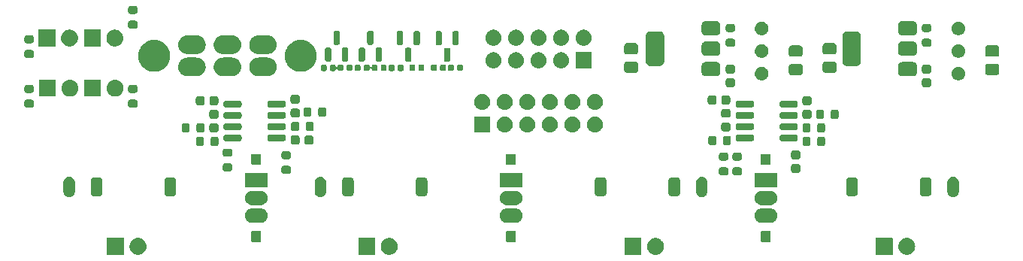
<source format=gbr>
%TF.GenerationSoftware,KiCad,Pcbnew,8.0.5*%
%TF.CreationDate,2025-01-25T11:58:12-08:00*%
%TF.ProjectId,sub,7375622e-6b69-4636-9164-5f7063625858,3.1*%
%TF.SameCoordinates,Original*%
%TF.FileFunction,Soldermask,Bot*%
%TF.FilePolarity,Negative*%
%FSLAX46Y46*%
G04 Gerber Fmt 4.6, Leading zero omitted, Abs format (unit mm)*
G04 Created by KiCad (PCBNEW 8.0.5) date 2025-01-25 11:58:12*
%MOMM*%
%LPD*%
G01*
G04 APERTURE LIST*
G04 APERTURE END LIST*
G36*
X52049517Y-146502882D02*
G01*
X52066062Y-146513938D01*
X52077118Y-146530483D01*
X52081000Y-146550000D01*
X52081000Y-148350000D01*
X52077118Y-148369517D01*
X52066062Y-148386062D01*
X52049517Y-148397118D01*
X52030000Y-148401000D01*
X50230000Y-148401000D01*
X50210483Y-148397118D01*
X50193938Y-148386062D01*
X50182882Y-148369517D01*
X50179000Y-148350000D01*
X50179000Y-146550000D01*
X50182882Y-146530483D01*
X50193938Y-146513938D01*
X50210483Y-146502882D01*
X50230000Y-146499000D01*
X52030000Y-146499000D01*
X52049517Y-146502882D01*
G37*
G36*
X53716604Y-146503590D02*
G01*
X53757696Y-146503590D01*
X53803456Y-146512144D01*
X53855531Y-146517273D01*
X53895091Y-146529273D01*
X53930111Y-146535820D01*
X53978617Y-146554611D01*
X54033932Y-146571391D01*
X54065534Y-146588282D01*
X54093656Y-146599177D01*
X54142513Y-146629428D01*
X54198347Y-146659272D01*
X54221809Y-146678526D01*
X54242784Y-146691514D01*
X54289256Y-146733879D01*
X54342459Y-146777541D01*
X54358224Y-146796751D01*
X54372400Y-146809674D01*
X54413557Y-146864174D01*
X54460728Y-146921653D01*
X54469848Y-146938717D01*
X54478099Y-146949642D01*
X54510925Y-147015566D01*
X54548609Y-147086068D01*
X54552628Y-147099316D01*
X54556282Y-147106655D01*
X54577864Y-147182507D01*
X54602727Y-147264469D01*
X54603543Y-147272762D01*
X54604280Y-147275350D01*
X54611937Y-147357982D01*
X54621000Y-147450000D01*
X54611936Y-147542026D01*
X54604280Y-147624649D01*
X54603544Y-147627235D01*
X54602727Y-147635531D01*
X54577859Y-147717507D01*
X54556282Y-147793344D01*
X54552628Y-147800680D01*
X54548609Y-147813932D01*
X54510917Y-147884447D01*
X54478099Y-147950357D01*
X54469850Y-147961279D01*
X54460728Y-147978347D01*
X54413547Y-148035836D01*
X54372400Y-148090325D01*
X54358227Y-148103244D01*
X54342459Y-148122459D01*
X54289245Y-148166129D01*
X54242784Y-148208485D01*
X54221814Y-148221469D01*
X54198347Y-148240728D01*
X54142502Y-148270577D01*
X54093656Y-148300822D01*
X54065541Y-148311713D01*
X54033932Y-148328609D01*
X53978605Y-148345392D01*
X53930111Y-148364179D01*
X53895098Y-148370724D01*
X53855531Y-148382727D01*
X53803453Y-148387856D01*
X53757696Y-148396410D01*
X53716604Y-148396410D01*
X53670000Y-148401000D01*
X53623396Y-148396410D01*
X53582304Y-148396410D01*
X53536545Y-148387856D01*
X53484469Y-148382727D01*
X53444902Y-148370724D01*
X53409888Y-148364179D01*
X53361389Y-148345390D01*
X53306068Y-148328609D01*
X53274461Y-148311714D01*
X53246343Y-148300822D01*
X53197490Y-148270573D01*
X53141653Y-148240728D01*
X53118188Y-148221471D01*
X53097215Y-148208485D01*
X53050744Y-148166121D01*
X52997541Y-148122459D01*
X52981775Y-148103248D01*
X52967599Y-148090325D01*
X52926439Y-148035821D01*
X52879272Y-147978347D01*
X52870151Y-147961284D01*
X52861900Y-147950357D01*
X52829067Y-147884420D01*
X52791391Y-147813932D01*
X52787372Y-147800685D01*
X52783717Y-147793344D01*
X52762124Y-147717454D01*
X52737273Y-147635531D01*
X52736456Y-147627241D01*
X52735719Y-147624649D01*
X52728046Y-147541854D01*
X52719000Y-147450000D01*
X52728045Y-147358153D01*
X52735719Y-147275350D01*
X52736456Y-147272757D01*
X52737273Y-147264469D01*
X52762119Y-147182560D01*
X52783717Y-147106655D01*
X52787373Y-147099311D01*
X52791391Y-147086068D01*
X52829060Y-147015593D01*
X52861900Y-146949642D01*
X52870153Y-146938712D01*
X52879272Y-146921653D01*
X52926430Y-146864190D01*
X52967599Y-146809674D01*
X52981778Y-146796747D01*
X52997541Y-146777541D01*
X53050733Y-146733887D01*
X53097215Y-146691514D01*
X53118193Y-146678524D01*
X53141653Y-146659272D01*
X53197478Y-146629432D01*
X53246343Y-146599177D01*
X53274467Y-146588281D01*
X53306068Y-146571391D01*
X53361377Y-146554612D01*
X53409888Y-146535820D01*
X53444909Y-146529273D01*
X53484469Y-146517273D01*
X53536542Y-146512144D01*
X53582304Y-146503590D01*
X53623396Y-146503590D01*
X53670000Y-146499000D01*
X53716604Y-146503590D01*
G37*
G36*
X80349517Y-146502882D02*
G01*
X80366062Y-146513938D01*
X80377118Y-146530483D01*
X80381000Y-146550000D01*
X80381000Y-148350000D01*
X80377118Y-148369517D01*
X80366062Y-148386062D01*
X80349517Y-148397118D01*
X80330000Y-148401000D01*
X78530000Y-148401000D01*
X78510483Y-148397118D01*
X78493938Y-148386062D01*
X78482882Y-148369517D01*
X78479000Y-148350000D01*
X78479000Y-146550000D01*
X78482882Y-146530483D01*
X78493938Y-146513938D01*
X78510483Y-146502882D01*
X78530000Y-146499000D01*
X80330000Y-146499000D01*
X80349517Y-146502882D01*
G37*
G36*
X82016604Y-146503590D02*
G01*
X82057696Y-146503590D01*
X82103456Y-146512144D01*
X82155531Y-146517273D01*
X82195091Y-146529273D01*
X82230111Y-146535820D01*
X82278617Y-146554611D01*
X82333932Y-146571391D01*
X82365534Y-146588282D01*
X82393656Y-146599177D01*
X82442513Y-146629428D01*
X82498347Y-146659272D01*
X82521809Y-146678526D01*
X82542784Y-146691514D01*
X82589256Y-146733879D01*
X82642459Y-146777541D01*
X82658224Y-146796751D01*
X82672400Y-146809674D01*
X82713557Y-146864174D01*
X82760728Y-146921653D01*
X82769848Y-146938717D01*
X82778099Y-146949642D01*
X82810925Y-147015566D01*
X82848609Y-147086068D01*
X82852628Y-147099316D01*
X82856282Y-147106655D01*
X82877864Y-147182507D01*
X82902727Y-147264469D01*
X82903543Y-147272762D01*
X82904280Y-147275350D01*
X82911937Y-147357982D01*
X82921000Y-147450000D01*
X82911936Y-147542026D01*
X82904280Y-147624649D01*
X82903544Y-147627235D01*
X82902727Y-147635531D01*
X82877859Y-147717507D01*
X82856282Y-147793344D01*
X82852628Y-147800680D01*
X82848609Y-147813932D01*
X82810917Y-147884447D01*
X82778099Y-147950357D01*
X82769850Y-147961279D01*
X82760728Y-147978347D01*
X82713547Y-148035836D01*
X82672400Y-148090325D01*
X82658227Y-148103244D01*
X82642459Y-148122459D01*
X82589245Y-148166129D01*
X82542784Y-148208485D01*
X82521814Y-148221469D01*
X82498347Y-148240728D01*
X82442502Y-148270577D01*
X82393656Y-148300822D01*
X82365541Y-148311713D01*
X82333932Y-148328609D01*
X82278605Y-148345392D01*
X82230111Y-148364179D01*
X82195098Y-148370724D01*
X82155531Y-148382727D01*
X82103453Y-148387856D01*
X82057696Y-148396410D01*
X82016604Y-148396410D01*
X81970000Y-148401000D01*
X81923396Y-148396410D01*
X81882304Y-148396410D01*
X81836545Y-148387856D01*
X81784469Y-148382727D01*
X81744902Y-148370724D01*
X81709888Y-148364179D01*
X81661389Y-148345390D01*
X81606068Y-148328609D01*
X81574461Y-148311714D01*
X81546343Y-148300822D01*
X81497490Y-148270573D01*
X81441653Y-148240728D01*
X81418188Y-148221471D01*
X81397215Y-148208485D01*
X81350744Y-148166121D01*
X81297541Y-148122459D01*
X81281775Y-148103248D01*
X81267599Y-148090325D01*
X81226439Y-148035821D01*
X81179272Y-147978347D01*
X81170151Y-147961284D01*
X81161900Y-147950357D01*
X81129067Y-147884420D01*
X81091391Y-147813932D01*
X81087372Y-147800685D01*
X81083717Y-147793344D01*
X81062124Y-147717454D01*
X81037273Y-147635531D01*
X81036456Y-147627241D01*
X81035719Y-147624649D01*
X81028046Y-147541854D01*
X81019000Y-147450000D01*
X81028045Y-147358153D01*
X81035719Y-147275350D01*
X81036456Y-147272757D01*
X81037273Y-147264469D01*
X81062119Y-147182560D01*
X81083717Y-147106655D01*
X81087373Y-147099311D01*
X81091391Y-147086068D01*
X81129060Y-147015593D01*
X81161900Y-146949642D01*
X81170153Y-146938712D01*
X81179272Y-146921653D01*
X81226430Y-146864190D01*
X81267599Y-146809674D01*
X81281778Y-146796747D01*
X81297541Y-146777541D01*
X81350733Y-146733887D01*
X81397215Y-146691514D01*
X81418193Y-146678524D01*
X81441653Y-146659272D01*
X81497478Y-146629432D01*
X81546343Y-146599177D01*
X81574467Y-146588281D01*
X81606068Y-146571391D01*
X81661377Y-146554612D01*
X81709888Y-146535820D01*
X81744909Y-146529273D01*
X81784469Y-146517273D01*
X81836542Y-146512144D01*
X81882304Y-146503590D01*
X81923396Y-146503590D01*
X81970000Y-146499000D01*
X82016604Y-146503590D01*
G37*
G36*
X110349517Y-146502882D02*
G01*
X110366062Y-146513938D01*
X110377118Y-146530483D01*
X110381000Y-146550000D01*
X110381000Y-148350000D01*
X110377118Y-148369517D01*
X110366062Y-148386062D01*
X110349517Y-148397118D01*
X110330000Y-148401000D01*
X108530000Y-148401000D01*
X108510483Y-148397118D01*
X108493938Y-148386062D01*
X108482882Y-148369517D01*
X108479000Y-148350000D01*
X108479000Y-146550000D01*
X108482882Y-146530483D01*
X108493938Y-146513938D01*
X108510483Y-146502882D01*
X108530000Y-146499000D01*
X110330000Y-146499000D01*
X110349517Y-146502882D01*
G37*
G36*
X112016604Y-146503590D02*
G01*
X112057696Y-146503590D01*
X112103456Y-146512144D01*
X112155531Y-146517273D01*
X112195091Y-146529273D01*
X112230111Y-146535820D01*
X112278617Y-146554611D01*
X112333932Y-146571391D01*
X112365534Y-146588282D01*
X112393656Y-146599177D01*
X112442513Y-146629428D01*
X112498347Y-146659272D01*
X112521809Y-146678526D01*
X112542784Y-146691514D01*
X112589256Y-146733879D01*
X112642459Y-146777541D01*
X112658224Y-146796751D01*
X112672400Y-146809674D01*
X112713557Y-146864174D01*
X112760728Y-146921653D01*
X112769848Y-146938717D01*
X112778099Y-146949642D01*
X112810925Y-147015566D01*
X112848609Y-147086068D01*
X112852628Y-147099316D01*
X112856282Y-147106655D01*
X112877864Y-147182507D01*
X112902727Y-147264469D01*
X112903543Y-147272762D01*
X112904280Y-147275350D01*
X112911937Y-147357982D01*
X112921000Y-147450000D01*
X112911936Y-147542026D01*
X112904280Y-147624649D01*
X112903544Y-147627235D01*
X112902727Y-147635531D01*
X112877859Y-147717507D01*
X112856282Y-147793344D01*
X112852628Y-147800680D01*
X112848609Y-147813932D01*
X112810917Y-147884447D01*
X112778099Y-147950357D01*
X112769850Y-147961279D01*
X112760728Y-147978347D01*
X112713547Y-148035836D01*
X112672400Y-148090325D01*
X112658227Y-148103244D01*
X112642459Y-148122459D01*
X112589245Y-148166129D01*
X112542784Y-148208485D01*
X112521814Y-148221469D01*
X112498347Y-148240728D01*
X112442502Y-148270577D01*
X112393656Y-148300822D01*
X112365541Y-148311713D01*
X112333932Y-148328609D01*
X112278605Y-148345392D01*
X112230111Y-148364179D01*
X112195098Y-148370724D01*
X112155531Y-148382727D01*
X112103453Y-148387856D01*
X112057696Y-148396410D01*
X112016604Y-148396410D01*
X111970000Y-148401000D01*
X111923396Y-148396410D01*
X111882304Y-148396410D01*
X111836545Y-148387856D01*
X111784469Y-148382727D01*
X111744902Y-148370724D01*
X111709888Y-148364179D01*
X111661389Y-148345390D01*
X111606068Y-148328609D01*
X111574461Y-148311714D01*
X111546343Y-148300822D01*
X111497490Y-148270573D01*
X111441653Y-148240728D01*
X111418188Y-148221471D01*
X111397215Y-148208485D01*
X111350744Y-148166121D01*
X111297541Y-148122459D01*
X111281775Y-148103248D01*
X111267599Y-148090325D01*
X111226439Y-148035821D01*
X111179272Y-147978347D01*
X111170151Y-147961284D01*
X111161900Y-147950357D01*
X111129067Y-147884420D01*
X111091391Y-147813932D01*
X111087372Y-147800685D01*
X111083717Y-147793344D01*
X111062124Y-147717454D01*
X111037273Y-147635531D01*
X111036456Y-147627241D01*
X111035719Y-147624649D01*
X111028046Y-147541854D01*
X111019000Y-147450000D01*
X111028045Y-147358153D01*
X111035719Y-147275350D01*
X111036456Y-147272757D01*
X111037273Y-147264469D01*
X111062119Y-147182560D01*
X111083717Y-147106655D01*
X111087373Y-147099311D01*
X111091391Y-147086068D01*
X111129060Y-147015593D01*
X111161900Y-146949642D01*
X111170153Y-146938712D01*
X111179272Y-146921653D01*
X111226430Y-146864190D01*
X111267599Y-146809674D01*
X111281778Y-146796747D01*
X111297541Y-146777541D01*
X111350733Y-146733887D01*
X111397215Y-146691514D01*
X111418193Y-146678524D01*
X111441653Y-146659272D01*
X111497478Y-146629432D01*
X111546343Y-146599177D01*
X111574467Y-146588281D01*
X111606068Y-146571391D01*
X111661377Y-146554612D01*
X111709888Y-146535820D01*
X111744909Y-146529273D01*
X111784469Y-146517273D01*
X111836542Y-146512144D01*
X111882304Y-146503590D01*
X111923396Y-146503590D01*
X111970000Y-146499000D01*
X112016604Y-146503590D01*
G37*
G36*
X138649517Y-146502882D02*
G01*
X138666062Y-146513938D01*
X138677118Y-146530483D01*
X138681000Y-146550000D01*
X138681000Y-148350000D01*
X138677118Y-148369517D01*
X138666062Y-148386062D01*
X138649517Y-148397118D01*
X138630000Y-148401000D01*
X136830000Y-148401000D01*
X136810483Y-148397118D01*
X136793938Y-148386062D01*
X136782882Y-148369517D01*
X136779000Y-148350000D01*
X136779000Y-146550000D01*
X136782882Y-146530483D01*
X136793938Y-146513938D01*
X136810483Y-146502882D01*
X136830000Y-146499000D01*
X138630000Y-146499000D01*
X138649517Y-146502882D01*
G37*
G36*
X140316604Y-146503590D02*
G01*
X140357696Y-146503590D01*
X140403456Y-146512144D01*
X140455531Y-146517273D01*
X140495091Y-146529273D01*
X140530111Y-146535820D01*
X140578617Y-146554611D01*
X140633932Y-146571391D01*
X140665534Y-146588282D01*
X140693656Y-146599177D01*
X140742513Y-146629428D01*
X140798347Y-146659272D01*
X140821809Y-146678526D01*
X140842784Y-146691514D01*
X140889256Y-146733879D01*
X140942459Y-146777541D01*
X140958224Y-146796751D01*
X140972400Y-146809674D01*
X141013557Y-146864174D01*
X141060728Y-146921653D01*
X141069848Y-146938717D01*
X141078099Y-146949642D01*
X141110925Y-147015566D01*
X141148609Y-147086068D01*
X141152628Y-147099316D01*
X141156282Y-147106655D01*
X141177864Y-147182507D01*
X141202727Y-147264469D01*
X141203543Y-147272762D01*
X141204280Y-147275350D01*
X141211937Y-147357982D01*
X141221000Y-147450000D01*
X141211936Y-147542026D01*
X141204280Y-147624649D01*
X141203544Y-147627235D01*
X141202727Y-147635531D01*
X141177859Y-147717507D01*
X141156282Y-147793344D01*
X141152628Y-147800680D01*
X141148609Y-147813932D01*
X141110917Y-147884447D01*
X141078099Y-147950357D01*
X141069850Y-147961279D01*
X141060728Y-147978347D01*
X141013547Y-148035836D01*
X140972400Y-148090325D01*
X140958227Y-148103244D01*
X140942459Y-148122459D01*
X140889245Y-148166129D01*
X140842784Y-148208485D01*
X140821814Y-148221469D01*
X140798347Y-148240728D01*
X140742502Y-148270577D01*
X140693656Y-148300822D01*
X140665541Y-148311713D01*
X140633932Y-148328609D01*
X140578605Y-148345392D01*
X140530111Y-148364179D01*
X140495098Y-148370724D01*
X140455531Y-148382727D01*
X140403453Y-148387856D01*
X140357696Y-148396410D01*
X140316604Y-148396410D01*
X140270000Y-148401000D01*
X140223396Y-148396410D01*
X140182304Y-148396410D01*
X140136545Y-148387856D01*
X140084469Y-148382727D01*
X140044902Y-148370724D01*
X140009888Y-148364179D01*
X139961389Y-148345390D01*
X139906068Y-148328609D01*
X139874461Y-148311714D01*
X139846343Y-148300822D01*
X139797490Y-148270573D01*
X139741653Y-148240728D01*
X139718188Y-148221471D01*
X139697215Y-148208485D01*
X139650744Y-148166121D01*
X139597541Y-148122459D01*
X139581775Y-148103248D01*
X139567599Y-148090325D01*
X139526439Y-148035821D01*
X139479272Y-147978347D01*
X139470151Y-147961284D01*
X139461900Y-147950357D01*
X139429067Y-147884420D01*
X139391391Y-147813932D01*
X139387372Y-147800685D01*
X139383717Y-147793344D01*
X139362124Y-147717454D01*
X139337273Y-147635531D01*
X139336456Y-147627241D01*
X139335719Y-147624649D01*
X139328046Y-147541854D01*
X139319000Y-147450000D01*
X139328045Y-147358153D01*
X139335719Y-147275350D01*
X139336456Y-147272757D01*
X139337273Y-147264469D01*
X139362119Y-147182560D01*
X139383717Y-147106655D01*
X139387373Y-147099311D01*
X139391391Y-147086068D01*
X139429060Y-147015593D01*
X139461900Y-146949642D01*
X139470153Y-146938712D01*
X139479272Y-146921653D01*
X139526430Y-146864190D01*
X139567599Y-146809674D01*
X139581778Y-146796747D01*
X139597541Y-146777541D01*
X139650733Y-146733887D01*
X139697215Y-146691514D01*
X139718193Y-146678524D01*
X139741653Y-146659272D01*
X139797478Y-146629432D01*
X139846343Y-146599177D01*
X139874467Y-146588281D01*
X139906068Y-146571391D01*
X139961377Y-146554612D01*
X140009888Y-146535820D01*
X140044909Y-146529273D01*
X140084469Y-146517273D01*
X140136542Y-146512144D01*
X140182304Y-146503590D01*
X140223396Y-146503590D01*
X140270000Y-146499000D01*
X140316604Y-146503590D01*
G37*
G36*
X67519517Y-145752882D02*
G01*
X67536062Y-145763938D01*
X67547118Y-145780483D01*
X67551000Y-145800000D01*
X67551000Y-146900000D01*
X67547118Y-146919517D01*
X67536062Y-146936062D01*
X67519517Y-146947118D01*
X67500000Y-146951000D01*
X66500000Y-146951000D01*
X66480483Y-146947118D01*
X66463938Y-146936062D01*
X66452882Y-146919517D01*
X66449000Y-146900000D01*
X66449000Y-145800000D01*
X66452882Y-145780483D01*
X66463938Y-145763938D01*
X66480483Y-145752882D01*
X66500000Y-145749000D01*
X67500000Y-145749000D01*
X67519517Y-145752882D01*
G37*
G36*
X96219517Y-145752882D02*
G01*
X96236062Y-145763938D01*
X96247118Y-145780483D01*
X96251000Y-145800000D01*
X96251000Y-146900000D01*
X96247118Y-146919517D01*
X96236062Y-146936062D01*
X96219517Y-146947118D01*
X96200000Y-146951000D01*
X95200000Y-146951000D01*
X95180483Y-146947118D01*
X95163938Y-146936062D01*
X95152882Y-146919517D01*
X95149000Y-146900000D01*
X95149000Y-145800000D01*
X95152882Y-145780483D01*
X95163938Y-145763938D01*
X95180483Y-145752882D01*
X95200000Y-145749000D01*
X96200000Y-145749000D01*
X96219517Y-145752882D01*
G37*
G36*
X124919517Y-145752882D02*
G01*
X124936062Y-145763938D01*
X124947118Y-145780483D01*
X124951000Y-145800000D01*
X124951000Y-146900000D01*
X124947118Y-146919517D01*
X124936062Y-146936062D01*
X124919517Y-146947118D01*
X124900000Y-146951000D01*
X123900000Y-146951000D01*
X123880483Y-146947118D01*
X123863938Y-146936062D01*
X123852882Y-146919517D01*
X123849000Y-146900000D01*
X123849000Y-145800000D01*
X123852882Y-145780483D01*
X123863938Y-145763938D01*
X123880483Y-145752882D01*
X123900000Y-145749000D01*
X124900000Y-145749000D01*
X124919517Y-145752882D01*
G37*
G36*
X67578512Y-143202857D02*
G01*
X67732518Y-143233491D01*
X67877589Y-143293581D01*
X68008149Y-143380819D01*
X68119181Y-143491851D01*
X68206419Y-143622411D01*
X68266509Y-143767482D01*
X68297143Y-143921488D01*
X68297143Y-144078512D01*
X68266509Y-144232518D01*
X68206419Y-144377589D01*
X68119181Y-144508149D01*
X68008149Y-144619181D01*
X67877589Y-144706419D01*
X67732518Y-144766509D01*
X67578512Y-144797143D01*
X67500000Y-144801000D01*
X67496941Y-144801000D01*
X66503059Y-144801000D01*
X66500000Y-144801000D01*
X66421488Y-144797143D01*
X66267482Y-144766509D01*
X66122411Y-144706419D01*
X65991851Y-144619181D01*
X65880819Y-144508149D01*
X65793581Y-144377589D01*
X65733491Y-144232518D01*
X65702857Y-144078512D01*
X65702857Y-143921488D01*
X65733491Y-143767482D01*
X65793581Y-143622411D01*
X65880819Y-143491851D01*
X65991851Y-143380819D01*
X66122411Y-143293581D01*
X66267482Y-143233491D01*
X66421488Y-143202857D01*
X66500000Y-143199000D01*
X67500000Y-143199000D01*
X67578512Y-143202857D01*
G37*
G36*
X96278512Y-143202857D02*
G01*
X96432518Y-143233491D01*
X96577589Y-143293581D01*
X96708149Y-143380819D01*
X96819181Y-143491851D01*
X96906419Y-143622411D01*
X96966509Y-143767482D01*
X96997143Y-143921488D01*
X96997143Y-144078512D01*
X96966509Y-144232518D01*
X96906419Y-144377589D01*
X96819181Y-144508149D01*
X96708149Y-144619181D01*
X96577589Y-144706419D01*
X96432518Y-144766509D01*
X96278512Y-144797143D01*
X96200000Y-144801000D01*
X96196941Y-144801000D01*
X95203059Y-144801000D01*
X95200000Y-144801000D01*
X95121488Y-144797143D01*
X94967482Y-144766509D01*
X94822411Y-144706419D01*
X94691851Y-144619181D01*
X94580819Y-144508149D01*
X94493581Y-144377589D01*
X94433491Y-144232518D01*
X94402857Y-144078512D01*
X94402857Y-143921488D01*
X94433491Y-143767482D01*
X94493581Y-143622411D01*
X94580819Y-143491851D01*
X94691851Y-143380819D01*
X94822411Y-143293581D01*
X94967482Y-143233491D01*
X95121488Y-143202857D01*
X95200000Y-143199000D01*
X96200000Y-143199000D01*
X96278512Y-143202857D01*
G37*
G36*
X124978512Y-143202857D02*
G01*
X125132518Y-143233491D01*
X125277589Y-143293581D01*
X125408149Y-143380819D01*
X125519181Y-143491851D01*
X125606419Y-143622411D01*
X125666509Y-143767482D01*
X125697143Y-143921488D01*
X125697143Y-144078512D01*
X125666509Y-144232518D01*
X125606419Y-144377589D01*
X125519181Y-144508149D01*
X125408149Y-144619181D01*
X125277589Y-144706419D01*
X125132518Y-144766509D01*
X124978512Y-144797143D01*
X124900000Y-144801000D01*
X124896941Y-144801000D01*
X123903059Y-144801000D01*
X123900000Y-144801000D01*
X123821488Y-144797143D01*
X123667482Y-144766509D01*
X123522411Y-144706419D01*
X123391851Y-144619181D01*
X123280819Y-144508149D01*
X123193581Y-144377589D01*
X123133491Y-144232518D01*
X123102857Y-144078512D01*
X123102857Y-143921488D01*
X123133491Y-143767482D01*
X123193581Y-143622411D01*
X123280819Y-143491851D01*
X123391851Y-143380819D01*
X123522411Y-143293581D01*
X123667482Y-143233491D01*
X123821488Y-143202857D01*
X123900000Y-143199000D01*
X124900000Y-143199000D01*
X124978512Y-143202857D01*
G37*
G36*
X67578512Y-141202857D02*
G01*
X67732518Y-141233491D01*
X67877589Y-141293581D01*
X68008149Y-141380819D01*
X68119181Y-141491851D01*
X68206419Y-141622411D01*
X68266509Y-141767482D01*
X68297143Y-141921488D01*
X68297143Y-142078512D01*
X68266509Y-142232518D01*
X68206419Y-142377589D01*
X68119181Y-142508149D01*
X68008149Y-142619181D01*
X67877589Y-142706419D01*
X67732518Y-142766509D01*
X67578512Y-142797143D01*
X67500000Y-142801000D01*
X67496941Y-142801000D01*
X66503059Y-142801000D01*
X66500000Y-142801000D01*
X66421488Y-142797143D01*
X66267482Y-142766509D01*
X66122411Y-142706419D01*
X65991851Y-142619181D01*
X65880819Y-142508149D01*
X65793581Y-142377589D01*
X65733491Y-142232518D01*
X65702857Y-142078512D01*
X65702857Y-141921488D01*
X65733491Y-141767482D01*
X65793581Y-141622411D01*
X65880819Y-141491851D01*
X65991851Y-141380819D01*
X66122411Y-141293581D01*
X66267482Y-141233491D01*
X66421488Y-141202857D01*
X66500000Y-141199000D01*
X67500000Y-141199000D01*
X67578512Y-141202857D01*
G37*
G36*
X96278512Y-141202857D02*
G01*
X96432518Y-141233491D01*
X96577589Y-141293581D01*
X96708149Y-141380819D01*
X96819181Y-141491851D01*
X96906419Y-141622411D01*
X96966509Y-141767482D01*
X96997143Y-141921488D01*
X96997143Y-142078512D01*
X96966509Y-142232518D01*
X96906419Y-142377589D01*
X96819181Y-142508149D01*
X96708149Y-142619181D01*
X96577589Y-142706419D01*
X96432518Y-142766509D01*
X96278512Y-142797143D01*
X96200000Y-142801000D01*
X96196941Y-142801000D01*
X95203059Y-142801000D01*
X95200000Y-142801000D01*
X95121488Y-142797143D01*
X94967482Y-142766509D01*
X94822411Y-142706419D01*
X94691851Y-142619181D01*
X94580819Y-142508149D01*
X94493581Y-142377589D01*
X94433491Y-142232518D01*
X94402857Y-142078512D01*
X94402857Y-141921488D01*
X94433491Y-141767482D01*
X94493581Y-141622411D01*
X94580819Y-141491851D01*
X94691851Y-141380819D01*
X94822411Y-141293581D01*
X94967482Y-141233491D01*
X95121488Y-141202857D01*
X95200000Y-141199000D01*
X96200000Y-141199000D01*
X96278512Y-141202857D01*
G37*
G36*
X124978512Y-141202857D02*
G01*
X125132518Y-141233491D01*
X125277589Y-141293581D01*
X125408149Y-141380819D01*
X125519181Y-141491851D01*
X125606419Y-141622411D01*
X125666509Y-141767482D01*
X125697143Y-141921488D01*
X125697143Y-142078512D01*
X125666509Y-142232518D01*
X125606419Y-142377589D01*
X125519181Y-142508149D01*
X125408149Y-142619181D01*
X125277589Y-142706419D01*
X125132518Y-142766509D01*
X124978512Y-142797143D01*
X124900000Y-142801000D01*
X124896941Y-142801000D01*
X123903059Y-142801000D01*
X123900000Y-142801000D01*
X123821488Y-142797143D01*
X123667482Y-142766509D01*
X123522411Y-142706419D01*
X123391851Y-142619181D01*
X123280819Y-142508149D01*
X123193581Y-142377589D01*
X123133491Y-142232518D01*
X123102857Y-142078512D01*
X123102857Y-141921488D01*
X123133491Y-141767482D01*
X123193581Y-141622411D01*
X123280819Y-141491851D01*
X123391851Y-141380819D01*
X123522411Y-141293581D01*
X123667482Y-141233491D01*
X123821488Y-141202857D01*
X123900000Y-141199000D01*
X124900000Y-141199000D01*
X124978512Y-141202857D01*
G37*
G36*
X46108975Y-139627032D02*
G01*
X46226879Y-139675869D01*
X46332990Y-139746770D01*
X46423230Y-139837010D01*
X46494131Y-139943121D01*
X46542968Y-140061025D01*
X46567865Y-140186191D01*
X46571000Y-140250000D01*
X46571000Y-141250000D01*
X46567865Y-141313809D01*
X46542968Y-141438975D01*
X46494131Y-141556879D01*
X46423230Y-141662990D01*
X46332990Y-141753230D01*
X46226879Y-141824131D01*
X46108975Y-141872968D01*
X45983809Y-141897865D01*
X45856191Y-141897865D01*
X45731025Y-141872968D01*
X45613121Y-141824131D01*
X45507010Y-141753230D01*
X45416770Y-141662990D01*
X45345869Y-141556879D01*
X45297032Y-141438975D01*
X45272135Y-141313809D01*
X45269000Y-141250000D01*
X45269000Y-140250000D01*
X45272135Y-140186191D01*
X45297032Y-140061025D01*
X45345869Y-139943121D01*
X45416770Y-139837010D01*
X45507010Y-139746770D01*
X45613121Y-139675869D01*
X45731025Y-139627032D01*
X45856191Y-139602135D01*
X45983809Y-139602135D01*
X46108975Y-139627032D01*
G37*
G36*
X74408975Y-139627032D02*
G01*
X74526879Y-139675869D01*
X74632990Y-139746770D01*
X74723230Y-139837010D01*
X74794131Y-139943121D01*
X74842968Y-140061025D01*
X74867865Y-140186191D01*
X74871000Y-140250000D01*
X74871000Y-141250000D01*
X74867865Y-141313809D01*
X74842968Y-141438975D01*
X74794131Y-141556879D01*
X74723230Y-141662990D01*
X74632990Y-141753230D01*
X74526879Y-141824131D01*
X74408975Y-141872968D01*
X74283809Y-141897865D01*
X74156191Y-141897865D01*
X74031025Y-141872968D01*
X73913121Y-141824131D01*
X73807010Y-141753230D01*
X73716770Y-141662990D01*
X73645869Y-141556879D01*
X73597032Y-141438975D01*
X73572135Y-141313809D01*
X73569000Y-141250000D01*
X73569000Y-140250000D01*
X73572135Y-140186191D01*
X73597032Y-140061025D01*
X73645869Y-139943121D01*
X73716770Y-139837010D01*
X73807010Y-139746770D01*
X73913121Y-139675869D01*
X74031025Y-139627032D01*
X74156191Y-139602135D01*
X74283809Y-139602135D01*
X74408975Y-139627032D01*
G37*
G36*
X117368975Y-139627032D02*
G01*
X117486879Y-139675869D01*
X117592990Y-139746770D01*
X117683230Y-139837010D01*
X117754131Y-139943121D01*
X117802968Y-140061025D01*
X117827865Y-140186191D01*
X117831000Y-140250000D01*
X117831000Y-141250000D01*
X117827865Y-141313809D01*
X117802968Y-141438975D01*
X117754131Y-141556879D01*
X117683230Y-141662990D01*
X117592990Y-141753230D01*
X117486879Y-141824131D01*
X117368975Y-141872968D01*
X117243809Y-141897865D01*
X117116191Y-141897865D01*
X116991025Y-141872968D01*
X116873121Y-141824131D01*
X116767010Y-141753230D01*
X116676770Y-141662990D01*
X116605869Y-141556879D01*
X116557032Y-141438975D01*
X116532135Y-141313809D01*
X116529000Y-141250000D01*
X116529000Y-140250000D01*
X116532135Y-140186191D01*
X116557032Y-140061025D01*
X116605869Y-139943121D01*
X116676770Y-139837010D01*
X116767010Y-139746770D01*
X116873121Y-139675869D01*
X116991025Y-139627032D01*
X117116191Y-139602135D01*
X117243809Y-139602135D01*
X117368975Y-139627032D01*
G37*
G36*
X145668975Y-139627032D02*
G01*
X145786879Y-139675869D01*
X145892990Y-139746770D01*
X145983230Y-139837010D01*
X146054131Y-139943121D01*
X146102968Y-140061025D01*
X146127865Y-140186191D01*
X146131000Y-140250000D01*
X146131000Y-141250000D01*
X146127865Y-141313809D01*
X146102968Y-141438975D01*
X146054131Y-141556879D01*
X145983230Y-141662990D01*
X145892990Y-141753230D01*
X145786879Y-141824131D01*
X145668975Y-141872968D01*
X145543809Y-141897865D01*
X145416191Y-141897865D01*
X145291025Y-141872968D01*
X145173121Y-141824131D01*
X145067010Y-141753230D01*
X144976770Y-141662990D01*
X144905869Y-141556879D01*
X144857032Y-141438975D01*
X144832135Y-141313809D01*
X144829000Y-141250000D01*
X144829000Y-140250000D01*
X144832135Y-140186191D01*
X144857032Y-140061025D01*
X144905869Y-139943121D01*
X144976770Y-139837010D01*
X145067010Y-139746770D01*
X145173121Y-139675869D01*
X145291025Y-139627032D01*
X145416191Y-139602135D01*
X145543809Y-139602135D01*
X145668975Y-139627032D01*
G37*
G36*
X49338865Y-139701748D02*
G01*
X49392208Y-139707483D01*
X49401172Y-139710826D01*
X49420153Y-139713592D01*
X49457381Y-139731792D01*
X49487600Y-139743063D01*
X49501082Y-139753156D01*
X49523958Y-139764339D01*
X49547588Y-139787969D01*
X49567285Y-139802714D01*
X49582029Y-139822410D01*
X49605661Y-139846042D01*
X49616844Y-139868918D01*
X49626936Y-139882399D01*
X49638205Y-139912612D01*
X49656408Y-139949847D01*
X49659173Y-139968830D01*
X49662516Y-139977791D01*
X49668248Y-140031115D01*
X49671000Y-140050000D01*
X49671000Y-141450000D01*
X49668247Y-141468891D01*
X49662516Y-141522208D01*
X49659174Y-141531167D01*
X49656408Y-141550153D01*
X49638203Y-141587390D01*
X49626936Y-141617600D01*
X49616845Y-141631078D01*
X49605661Y-141653958D01*
X49582026Y-141677592D01*
X49567285Y-141697285D01*
X49547592Y-141712026D01*
X49523958Y-141735661D01*
X49501078Y-141746845D01*
X49487600Y-141756936D01*
X49457390Y-141768203D01*
X49420153Y-141786408D01*
X49401167Y-141789174D01*
X49392208Y-141792516D01*
X49338887Y-141798248D01*
X49320000Y-141801000D01*
X48720000Y-141801000D01*
X48701111Y-141798247D01*
X48647791Y-141792516D01*
X48638830Y-141789173D01*
X48619847Y-141786408D01*
X48582612Y-141768205D01*
X48552399Y-141756936D01*
X48538918Y-141746844D01*
X48516042Y-141735661D01*
X48492410Y-141712029D01*
X48472714Y-141697285D01*
X48457969Y-141677588D01*
X48434339Y-141653958D01*
X48423156Y-141631082D01*
X48413063Y-141617600D01*
X48401792Y-141587381D01*
X48383592Y-141550153D01*
X48380826Y-141531172D01*
X48377483Y-141522208D01*
X48371748Y-141468861D01*
X48369000Y-141450000D01*
X48369000Y-140050000D01*
X48371748Y-140031137D01*
X48377483Y-139977791D01*
X48380826Y-139968826D01*
X48383592Y-139949847D01*
X48401790Y-139912621D01*
X48413063Y-139882399D01*
X48423157Y-139868914D01*
X48434339Y-139846042D01*
X48457966Y-139822414D01*
X48472714Y-139802714D01*
X48492414Y-139787966D01*
X48516042Y-139764339D01*
X48538914Y-139753157D01*
X48552399Y-139743063D01*
X48582621Y-139731790D01*
X48619847Y-139713592D01*
X48638826Y-139710826D01*
X48647791Y-139707483D01*
X48701141Y-139701747D01*
X48720000Y-139699000D01*
X49320000Y-139699000D01*
X49338865Y-139701748D01*
G37*
G36*
X57638865Y-139701748D02*
G01*
X57692208Y-139707483D01*
X57701172Y-139710826D01*
X57720153Y-139713592D01*
X57757381Y-139731792D01*
X57787600Y-139743063D01*
X57801082Y-139753156D01*
X57823958Y-139764339D01*
X57847588Y-139787969D01*
X57867285Y-139802714D01*
X57882029Y-139822410D01*
X57905661Y-139846042D01*
X57916844Y-139868918D01*
X57926936Y-139882399D01*
X57938205Y-139912612D01*
X57956408Y-139949847D01*
X57959173Y-139968830D01*
X57962516Y-139977791D01*
X57968248Y-140031115D01*
X57971000Y-140050000D01*
X57971000Y-141450000D01*
X57968247Y-141468891D01*
X57962516Y-141522208D01*
X57959174Y-141531167D01*
X57956408Y-141550153D01*
X57938203Y-141587390D01*
X57926936Y-141617600D01*
X57916845Y-141631078D01*
X57905661Y-141653958D01*
X57882026Y-141677592D01*
X57867285Y-141697285D01*
X57847592Y-141712026D01*
X57823958Y-141735661D01*
X57801078Y-141746845D01*
X57787600Y-141756936D01*
X57757390Y-141768203D01*
X57720153Y-141786408D01*
X57701167Y-141789174D01*
X57692208Y-141792516D01*
X57638887Y-141798248D01*
X57620000Y-141801000D01*
X57020000Y-141801000D01*
X57001111Y-141798247D01*
X56947791Y-141792516D01*
X56938830Y-141789173D01*
X56919847Y-141786408D01*
X56882612Y-141768205D01*
X56852399Y-141756936D01*
X56838918Y-141746844D01*
X56816042Y-141735661D01*
X56792410Y-141712029D01*
X56772714Y-141697285D01*
X56757969Y-141677588D01*
X56734339Y-141653958D01*
X56723156Y-141631082D01*
X56713063Y-141617600D01*
X56701792Y-141587381D01*
X56683592Y-141550153D01*
X56680826Y-141531172D01*
X56677483Y-141522208D01*
X56671748Y-141468861D01*
X56669000Y-141450000D01*
X56669000Y-140050000D01*
X56671748Y-140031137D01*
X56677483Y-139977791D01*
X56680826Y-139968826D01*
X56683592Y-139949847D01*
X56701790Y-139912621D01*
X56713063Y-139882399D01*
X56723157Y-139868914D01*
X56734339Y-139846042D01*
X56757966Y-139822414D01*
X56772714Y-139802714D01*
X56792414Y-139787966D01*
X56816042Y-139764339D01*
X56838914Y-139753157D01*
X56852399Y-139743063D01*
X56882621Y-139731790D01*
X56919847Y-139713592D01*
X56938826Y-139710826D01*
X56947791Y-139707483D01*
X57001141Y-139701747D01*
X57020000Y-139699000D01*
X57620000Y-139699000D01*
X57638865Y-139701748D01*
G37*
G36*
X77638865Y-139701748D02*
G01*
X77692208Y-139707483D01*
X77701172Y-139710826D01*
X77720153Y-139713592D01*
X77757381Y-139731792D01*
X77787600Y-139743063D01*
X77801082Y-139753156D01*
X77823958Y-139764339D01*
X77847588Y-139787969D01*
X77867285Y-139802714D01*
X77882029Y-139822410D01*
X77905661Y-139846042D01*
X77916844Y-139868918D01*
X77926936Y-139882399D01*
X77938205Y-139912612D01*
X77956408Y-139949847D01*
X77959173Y-139968830D01*
X77962516Y-139977791D01*
X77968248Y-140031115D01*
X77971000Y-140050000D01*
X77971000Y-141450000D01*
X77968247Y-141468891D01*
X77962516Y-141522208D01*
X77959174Y-141531167D01*
X77956408Y-141550153D01*
X77938203Y-141587390D01*
X77926936Y-141617600D01*
X77916845Y-141631078D01*
X77905661Y-141653958D01*
X77882026Y-141677592D01*
X77867285Y-141697285D01*
X77847592Y-141712026D01*
X77823958Y-141735661D01*
X77801078Y-141746845D01*
X77787600Y-141756936D01*
X77757390Y-141768203D01*
X77720153Y-141786408D01*
X77701167Y-141789174D01*
X77692208Y-141792516D01*
X77638887Y-141798248D01*
X77620000Y-141801000D01*
X77020000Y-141801000D01*
X77001111Y-141798247D01*
X76947791Y-141792516D01*
X76938830Y-141789173D01*
X76919847Y-141786408D01*
X76882612Y-141768205D01*
X76852399Y-141756936D01*
X76838918Y-141746844D01*
X76816042Y-141735661D01*
X76792410Y-141712029D01*
X76772714Y-141697285D01*
X76757969Y-141677588D01*
X76734339Y-141653958D01*
X76723156Y-141631082D01*
X76713063Y-141617600D01*
X76701792Y-141587381D01*
X76683592Y-141550153D01*
X76680826Y-141531172D01*
X76677483Y-141522208D01*
X76671748Y-141468861D01*
X76669000Y-141450000D01*
X76669000Y-140050000D01*
X76671748Y-140031137D01*
X76677483Y-139977791D01*
X76680826Y-139968826D01*
X76683592Y-139949847D01*
X76701790Y-139912621D01*
X76713063Y-139882399D01*
X76723157Y-139868914D01*
X76734339Y-139846042D01*
X76757966Y-139822414D01*
X76772714Y-139802714D01*
X76792414Y-139787966D01*
X76816042Y-139764339D01*
X76838914Y-139753157D01*
X76852399Y-139743063D01*
X76882621Y-139731790D01*
X76919847Y-139713592D01*
X76938826Y-139710826D01*
X76947791Y-139707483D01*
X77001141Y-139701747D01*
X77020000Y-139699000D01*
X77620000Y-139699000D01*
X77638865Y-139701748D01*
G37*
G36*
X85938865Y-139701748D02*
G01*
X85992208Y-139707483D01*
X86001172Y-139710826D01*
X86020153Y-139713592D01*
X86057381Y-139731792D01*
X86087600Y-139743063D01*
X86101082Y-139753156D01*
X86123958Y-139764339D01*
X86147588Y-139787969D01*
X86167285Y-139802714D01*
X86182029Y-139822410D01*
X86205661Y-139846042D01*
X86216844Y-139868918D01*
X86226936Y-139882399D01*
X86238205Y-139912612D01*
X86256408Y-139949847D01*
X86259173Y-139968830D01*
X86262516Y-139977791D01*
X86268248Y-140031115D01*
X86271000Y-140050000D01*
X86271000Y-141450000D01*
X86268247Y-141468891D01*
X86262516Y-141522208D01*
X86259174Y-141531167D01*
X86256408Y-141550153D01*
X86238203Y-141587390D01*
X86226936Y-141617600D01*
X86216845Y-141631078D01*
X86205661Y-141653958D01*
X86182026Y-141677592D01*
X86167285Y-141697285D01*
X86147592Y-141712026D01*
X86123958Y-141735661D01*
X86101078Y-141746845D01*
X86087600Y-141756936D01*
X86057390Y-141768203D01*
X86020153Y-141786408D01*
X86001167Y-141789174D01*
X85992208Y-141792516D01*
X85938887Y-141798248D01*
X85920000Y-141801000D01*
X85320000Y-141801000D01*
X85301111Y-141798247D01*
X85247791Y-141792516D01*
X85238830Y-141789173D01*
X85219847Y-141786408D01*
X85182612Y-141768205D01*
X85152399Y-141756936D01*
X85138918Y-141746844D01*
X85116042Y-141735661D01*
X85092410Y-141712029D01*
X85072714Y-141697285D01*
X85057969Y-141677588D01*
X85034339Y-141653958D01*
X85023156Y-141631082D01*
X85013063Y-141617600D01*
X85001792Y-141587381D01*
X84983592Y-141550153D01*
X84980826Y-141531172D01*
X84977483Y-141522208D01*
X84971748Y-141468861D01*
X84969000Y-141450000D01*
X84969000Y-140050000D01*
X84971748Y-140031137D01*
X84977483Y-139977791D01*
X84980826Y-139968826D01*
X84983592Y-139949847D01*
X85001790Y-139912621D01*
X85013063Y-139882399D01*
X85023157Y-139868914D01*
X85034339Y-139846042D01*
X85057966Y-139822414D01*
X85072714Y-139802714D01*
X85092414Y-139787966D01*
X85116042Y-139764339D01*
X85138914Y-139753157D01*
X85152399Y-139743063D01*
X85182621Y-139731790D01*
X85219847Y-139713592D01*
X85238826Y-139710826D01*
X85247791Y-139707483D01*
X85301141Y-139701747D01*
X85320000Y-139699000D01*
X85920000Y-139699000D01*
X85938865Y-139701748D01*
G37*
G36*
X106098865Y-139701748D02*
G01*
X106152208Y-139707483D01*
X106161172Y-139710826D01*
X106180153Y-139713592D01*
X106217381Y-139731792D01*
X106247600Y-139743063D01*
X106261082Y-139753156D01*
X106283958Y-139764339D01*
X106307588Y-139787969D01*
X106327285Y-139802714D01*
X106342029Y-139822410D01*
X106365661Y-139846042D01*
X106376844Y-139868918D01*
X106386936Y-139882399D01*
X106398205Y-139912612D01*
X106416408Y-139949847D01*
X106419173Y-139968830D01*
X106422516Y-139977791D01*
X106428248Y-140031115D01*
X106431000Y-140050000D01*
X106431000Y-141450000D01*
X106428247Y-141468891D01*
X106422516Y-141522208D01*
X106419174Y-141531167D01*
X106416408Y-141550153D01*
X106398203Y-141587390D01*
X106386936Y-141617600D01*
X106376845Y-141631078D01*
X106365661Y-141653958D01*
X106342026Y-141677592D01*
X106327285Y-141697285D01*
X106307592Y-141712026D01*
X106283958Y-141735661D01*
X106261078Y-141746845D01*
X106247600Y-141756936D01*
X106217390Y-141768203D01*
X106180153Y-141786408D01*
X106161167Y-141789174D01*
X106152208Y-141792516D01*
X106098887Y-141798248D01*
X106080000Y-141801000D01*
X105480000Y-141801000D01*
X105461111Y-141798247D01*
X105407791Y-141792516D01*
X105398830Y-141789173D01*
X105379847Y-141786408D01*
X105342612Y-141768205D01*
X105312399Y-141756936D01*
X105298918Y-141746844D01*
X105276042Y-141735661D01*
X105252410Y-141712029D01*
X105232714Y-141697285D01*
X105217969Y-141677588D01*
X105194339Y-141653958D01*
X105183156Y-141631082D01*
X105173063Y-141617600D01*
X105161792Y-141587381D01*
X105143592Y-141550153D01*
X105140826Y-141531172D01*
X105137483Y-141522208D01*
X105131748Y-141468861D01*
X105129000Y-141450000D01*
X105129000Y-140050000D01*
X105131748Y-140031137D01*
X105137483Y-139977791D01*
X105140826Y-139968826D01*
X105143592Y-139949847D01*
X105161790Y-139912621D01*
X105173063Y-139882399D01*
X105183157Y-139868914D01*
X105194339Y-139846042D01*
X105217966Y-139822414D01*
X105232714Y-139802714D01*
X105252414Y-139787966D01*
X105276042Y-139764339D01*
X105298914Y-139753157D01*
X105312399Y-139743063D01*
X105342621Y-139731790D01*
X105379847Y-139713592D01*
X105398826Y-139710826D01*
X105407791Y-139707483D01*
X105461141Y-139701747D01*
X105480000Y-139699000D01*
X106080000Y-139699000D01*
X106098865Y-139701748D01*
G37*
G36*
X114398865Y-139701748D02*
G01*
X114452208Y-139707483D01*
X114461172Y-139710826D01*
X114480153Y-139713592D01*
X114517381Y-139731792D01*
X114547600Y-139743063D01*
X114561082Y-139753156D01*
X114583958Y-139764339D01*
X114607588Y-139787969D01*
X114627285Y-139802714D01*
X114642029Y-139822410D01*
X114665661Y-139846042D01*
X114676844Y-139868918D01*
X114686936Y-139882399D01*
X114698205Y-139912612D01*
X114716408Y-139949847D01*
X114719173Y-139968830D01*
X114722516Y-139977791D01*
X114728248Y-140031115D01*
X114731000Y-140050000D01*
X114731000Y-141450000D01*
X114728247Y-141468891D01*
X114722516Y-141522208D01*
X114719174Y-141531167D01*
X114716408Y-141550153D01*
X114698203Y-141587390D01*
X114686936Y-141617600D01*
X114676845Y-141631078D01*
X114665661Y-141653958D01*
X114642026Y-141677592D01*
X114627285Y-141697285D01*
X114607592Y-141712026D01*
X114583958Y-141735661D01*
X114561078Y-141746845D01*
X114547600Y-141756936D01*
X114517390Y-141768203D01*
X114480153Y-141786408D01*
X114461167Y-141789174D01*
X114452208Y-141792516D01*
X114398887Y-141798248D01*
X114380000Y-141801000D01*
X113780000Y-141801000D01*
X113761111Y-141798247D01*
X113707791Y-141792516D01*
X113698830Y-141789173D01*
X113679847Y-141786408D01*
X113642612Y-141768205D01*
X113612399Y-141756936D01*
X113598918Y-141746844D01*
X113576042Y-141735661D01*
X113552410Y-141712029D01*
X113532714Y-141697285D01*
X113517969Y-141677588D01*
X113494339Y-141653958D01*
X113483156Y-141631082D01*
X113473063Y-141617600D01*
X113461792Y-141587381D01*
X113443592Y-141550153D01*
X113440826Y-141531172D01*
X113437483Y-141522208D01*
X113431748Y-141468861D01*
X113429000Y-141450000D01*
X113429000Y-140050000D01*
X113431748Y-140031137D01*
X113437483Y-139977791D01*
X113440826Y-139968826D01*
X113443592Y-139949847D01*
X113461790Y-139912621D01*
X113473063Y-139882399D01*
X113483157Y-139868914D01*
X113494339Y-139846042D01*
X113517966Y-139822414D01*
X113532714Y-139802714D01*
X113552414Y-139787966D01*
X113576042Y-139764339D01*
X113598914Y-139753157D01*
X113612399Y-139743063D01*
X113642621Y-139731790D01*
X113679847Y-139713592D01*
X113698826Y-139710826D01*
X113707791Y-139707483D01*
X113761141Y-139701747D01*
X113780000Y-139699000D01*
X114380000Y-139699000D01*
X114398865Y-139701748D01*
G37*
G36*
X134398865Y-139701748D02*
G01*
X134452208Y-139707483D01*
X134461172Y-139710826D01*
X134480153Y-139713592D01*
X134517381Y-139731792D01*
X134547600Y-139743063D01*
X134561082Y-139753156D01*
X134583958Y-139764339D01*
X134607588Y-139787969D01*
X134627285Y-139802714D01*
X134642029Y-139822410D01*
X134665661Y-139846042D01*
X134676844Y-139868918D01*
X134686936Y-139882399D01*
X134698205Y-139912612D01*
X134716408Y-139949847D01*
X134719173Y-139968830D01*
X134722516Y-139977791D01*
X134728248Y-140031115D01*
X134731000Y-140050000D01*
X134731000Y-141450000D01*
X134728247Y-141468891D01*
X134722516Y-141522208D01*
X134719174Y-141531167D01*
X134716408Y-141550153D01*
X134698203Y-141587390D01*
X134686936Y-141617600D01*
X134676845Y-141631078D01*
X134665661Y-141653958D01*
X134642026Y-141677592D01*
X134627285Y-141697285D01*
X134607592Y-141712026D01*
X134583958Y-141735661D01*
X134561078Y-141746845D01*
X134547600Y-141756936D01*
X134517390Y-141768203D01*
X134480153Y-141786408D01*
X134461167Y-141789174D01*
X134452208Y-141792516D01*
X134398887Y-141798248D01*
X134380000Y-141801000D01*
X133780000Y-141801000D01*
X133761111Y-141798247D01*
X133707791Y-141792516D01*
X133698830Y-141789173D01*
X133679847Y-141786408D01*
X133642612Y-141768205D01*
X133612399Y-141756936D01*
X133598918Y-141746844D01*
X133576042Y-141735661D01*
X133552410Y-141712029D01*
X133532714Y-141697285D01*
X133517969Y-141677588D01*
X133494339Y-141653958D01*
X133483156Y-141631082D01*
X133473063Y-141617600D01*
X133461792Y-141587381D01*
X133443592Y-141550153D01*
X133440826Y-141531172D01*
X133437483Y-141522208D01*
X133431748Y-141468861D01*
X133429000Y-141450000D01*
X133429000Y-140050000D01*
X133431748Y-140031137D01*
X133437483Y-139977791D01*
X133440826Y-139968826D01*
X133443592Y-139949847D01*
X133461790Y-139912621D01*
X133473063Y-139882399D01*
X133483157Y-139868914D01*
X133494339Y-139846042D01*
X133517966Y-139822414D01*
X133532714Y-139802714D01*
X133552414Y-139787966D01*
X133576042Y-139764339D01*
X133598914Y-139753157D01*
X133612399Y-139743063D01*
X133642621Y-139731790D01*
X133679847Y-139713592D01*
X133698826Y-139710826D01*
X133707791Y-139707483D01*
X133761141Y-139701747D01*
X133780000Y-139699000D01*
X134380000Y-139699000D01*
X134398865Y-139701748D01*
G37*
G36*
X142698865Y-139701748D02*
G01*
X142752208Y-139707483D01*
X142761172Y-139710826D01*
X142780153Y-139713592D01*
X142817381Y-139731792D01*
X142847600Y-139743063D01*
X142861082Y-139753156D01*
X142883958Y-139764339D01*
X142907588Y-139787969D01*
X142927285Y-139802714D01*
X142942029Y-139822410D01*
X142965661Y-139846042D01*
X142976844Y-139868918D01*
X142986936Y-139882399D01*
X142998205Y-139912612D01*
X143016408Y-139949847D01*
X143019173Y-139968830D01*
X143022516Y-139977791D01*
X143028248Y-140031115D01*
X143031000Y-140050000D01*
X143031000Y-141450000D01*
X143028247Y-141468891D01*
X143022516Y-141522208D01*
X143019174Y-141531167D01*
X143016408Y-141550153D01*
X142998203Y-141587390D01*
X142986936Y-141617600D01*
X142976845Y-141631078D01*
X142965661Y-141653958D01*
X142942026Y-141677592D01*
X142927285Y-141697285D01*
X142907592Y-141712026D01*
X142883958Y-141735661D01*
X142861078Y-141746845D01*
X142847600Y-141756936D01*
X142817390Y-141768203D01*
X142780153Y-141786408D01*
X142761167Y-141789174D01*
X142752208Y-141792516D01*
X142698887Y-141798248D01*
X142680000Y-141801000D01*
X142080000Y-141801000D01*
X142061111Y-141798247D01*
X142007791Y-141792516D01*
X141998830Y-141789173D01*
X141979847Y-141786408D01*
X141942612Y-141768205D01*
X141912399Y-141756936D01*
X141898918Y-141746844D01*
X141876042Y-141735661D01*
X141852410Y-141712029D01*
X141832714Y-141697285D01*
X141817969Y-141677588D01*
X141794339Y-141653958D01*
X141783156Y-141631082D01*
X141773063Y-141617600D01*
X141761792Y-141587381D01*
X141743592Y-141550153D01*
X141740826Y-141531172D01*
X141737483Y-141522208D01*
X141731748Y-141468861D01*
X141729000Y-141450000D01*
X141729000Y-140050000D01*
X141731748Y-140031137D01*
X141737483Y-139977791D01*
X141740826Y-139968826D01*
X141743592Y-139949847D01*
X141761790Y-139912621D01*
X141773063Y-139882399D01*
X141783157Y-139868914D01*
X141794339Y-139846042D01*
X141817966Y-139822414D01*
X141832714Y-139802714D01*
X141852414Y-139787966D01*
X141876042Y-139764339D01*
X141898914Y-139753157D01*
X141912399Y-139743063D01*
X141942621Y-139731790D01*
X141979847Y-139713592D01*
X141998826Y-139710826D01*
X142007791Y-139707483D01*
X142061141Y-139701747D01*
X142080000Y-139699000D01*
X142680000Y-139699000D01*
X142698865Y-139701748D01*
G37*
G36*
X68269517Y-139202882D02*
G01*
X68286062Y-139213938D01*
X68297118Y-139230483D01*
X68301000Y-139250000D01*
X68301000Y-140750000D01*
X68297118Y-140769517D01*
X68286062Y-140786062D01*
X68269517Y-140797118D01*
X68250000Y-140801000D01*
X65750000Y-140801000D01*
X65730483Y-140797118D01*
X65713938Y-140786062D01*
X65702882Y-140769517D01*
X65699000Y-140750000D01*
X65699000Y-139250000D01*
X65702882Y-139230483D01*
X65713938Y-139213938D01*
X65730483Y-139202882D01*
X65750000Y-139199000D01*
X68250000Y-139199000D01*
X68269517Y-139202882D01*
G37*
G36*
X96969517Y-139202882D02*
G01*
X96986062Y-139213938D01*
X96997118Y-139230483D01*
X97001000Y-139250000D01*
X97001000Y-140750000D01*
X96997118Y-140769517D01*
X96986062Y-140786062D01*
X96969517Y-140797118D01*
X96950000Y-140801000D01*
X94450000Y-140801000D01*
X94430483Y-140797118D01*
X94413938Y-140786062D01*
X94402882Y-140769517D01*
X94399000Y-140750000D01*
X94399000Y-139250000D01*
X94402882Y-139230483D01*
X94413938Y-139213938D01*
X94430483Y-139202882D01*
X94450000Y-139199000D01*
X96950000Y-139199000D01*
X96969517Y-139202882D01*
G37*
G36*
X125669517Y-139202882D02*
G01*
X125686062Y-139213938D01*
X125697118Y-139230483D01*
X125701000Y-139250000D01*
X125701000Y-140750000D01*
X125697118Y-140769517D01*
X125686062Y-140786062D01*
X125669517Y-140797118D01*
X125650000Y-140801000D01*
X123150000Y-140801000D01*
X123130483Y-140797118D01*
X123113938Y-140786062D01*
X123102882Y-140769517D01*
X123099000Y-140750000D01*
X123099000Y-139250000D01*
X123102882Y-139230483D01*
X123113938Y-139213938D01*
X123130483Y-139202882D01*
X123150000Y-139199000D01*
X125650000Y-139199000D01*
X125669517Y-139202882D01*
G37*
G36*
X119933793Y-138554931D02*
G01*
X119978933Y-138561508D01*
X119987217Y-138565558D01*
X120005054Y-138569106D01*
X120033897Y-138588378D01*
X120053844Y-138598130D01*
X120064622Y-138608908D01*
X120086484Y-138623516D01*
X120101091Y-138645377D01*
X120111869Y-138656155D01*
X120121619Y-138676099D01*
X120140894Y-138704946D01*
X120144442Y-138722783D01*
X120148491Y-138731066D01*
X120155065Y-138776190D01*
X120160000Y-138801000D01*
X120160000Y-139201000D01*
X120155064Y-139225812D01*
X120148491Y-139270933D01*
X120144442Y-139279214D01*
X120140894Y-139297054D01*
X120121617Y-139325903D01*
X120111869Y-139345844D01*
X120101093Y-139356619D01*
X120086484Y-139378484D01*
X120064619Y-139393093D01*
X120053844Y-139403869D01*
X120033903Y-139413617D01*
X120005054Y-139432894D01*
X119987214Y-139436442D01*
X119978933Y-139440491D01*
X119933812Y-139447064D01*
X119909000Y-139452000D01*
X119359000Y-139452000D01*
X119334190Y-139447065D01*
X119289066Y-139440491D01*
X119280783Y-139436442D01*
X119262946Y-139432894D01*
X119234099Y-139413619D01*
X119214155Y-139403869D01*
X119203377Y-139393091D01*
X119181516Y-139378484D01*
X119166908Y-139356622D01*
X119156130Y-139345844D01*
X119146378Y-139325897D01*
X119127106Y-139297054D01*
X119123558Y-139279217D01*
X119119508Y-139270933D01*
X119112931Y-139225793D01*
X119108000Y-139201000D01*
X119108000Y-138801000D01*
X119112931Y-138776209D01*
X119119508Y-138731066D01*
X119123558Y-138722780D01*
X119127106Y-138704946D01*
X119146376Y-138676105D01*
X119156130Y-138656155D01*
X119166910Y-138645374D01*
X119181516Y-138623516D01*
X119203374Y-138608910D01*
X119214155Y-138598130D01*
X119234105Y-138588376D01*
X119262946Y-138569106D01*
X119280780Y-138565558D01*
X119289066Y-138561508D01*
X119334209Y-138554931D01*
X119359000Y-138550000D01*
X119909000Y-138550000D01*
X119933793Y-138554931D01*
G37*
G36*
X121457793Y-138554931D02*
G01*
X121502933Y-138561508D01*
X121511217Y-138565558D01*
X121529054Y-138569106D01*
X121557897Y-138588378D01*
X121577844Y-138598130D01*
X121588622Y-138608908D01*
X121610484Y-138623516D01*
X121625091Y-138645377D01*
X121635869Y-138656155D01*
X121645619Y-138676099D01*
X121664894Y-138704946D01*
X121668442Y-138722783D01*
X121672491Y-138731066D01*
X121679065Y-138776190D01*
X121684000Y-138801000D01*
X121684000Y-139201000D01*
X121679064Y-139225812D01*
X121672491Y-139270933D01*
X121668442Y-139279214D01*
X121664894Y-139297054D01*
X121645617Y-139325903D01*
X121635869Y-139345844D01*
X121625093Y-139356619D01*
X121610484Y-139378484D01*
X121588619Y-139393093D01*
X121577844Y-139403869D01*
X121557903Y-139413617D01*
X121529054Y-139432894D01*
X121511214Y-139436442D01*
X121502933Y-139440491D01*
X121457812Y-139447064D01*
X121433000Y-139452000D01*
X120883000Y-139452000D01*
X120858190Y-139447065D01*
X120813066Y-139440491D01*
X120804783Y-139436442D01*
X120786946Y-139432894D01*
X120758099Y-139413619D01*
X120738155Y-139403869D01*
X120727377Y-139393091D01*
X120705516Y-139378484D01*
X120690908Y-139356622D01*
X120680130Y-139345844D01*
X120670378Y-139325897D01*
X120651106Y-139297054D01*
X120647558Y-139279217D01*
X120643508Y-139270933D01*
X120636931Y-139225793D01*
X120632000Y-139201000D01*
X120632000Y-138801000D01*
X120636931Y-138776209D01*
X120643508Y-138731066D01*
X120647558Y-138722780D01*
X120651106Y-138704946D01*
X120670376Y-138676105D01*
X120680130Y-138656155D01*
X120690910Y-138645374D01*
X120705516Y-138623516D01*
X120727374Y-138608910D01*
X120738155Y-138598130D01*
X120758105Y-138588376D01*
X120786946Y-138569106D01*
X120804780Y-138565558D01*
X120813066Y-138561508D01*
X120858209Y-138554931D01*
X120883000Y-138550000D01*
X121433000Y-138550000D01*
X121457793Y-138554931D01*
G37*
G36*
X70657793Y-138391931D02*
G01*
X70702933Y-138398508D01*
X70711217Y-138402558D01*
X70729054Y-138406106D01*
X70757897Y-138425378D01*
X70777844Y-138435130D01*
X70788622Y-138445908D01*
X70810484Y-138460516D01*
X70825091Y-138482377D01*
X70835869Y-138493155D01*
X70845619Y-138513099D01*
X70864894Y-138541946D01*
X70868442Y-138559783D01*
X70872491Y-138568066D01*
X70879065Y-138613190D01*
X70884000Y-138638000D01*
X70884000Y-139038000D01*
X70879064Y-139062812D01*
X70872491Y-139107933D01*
X70868442Y-139116214D01*
X70864894Y-139134054D01*
X70845617Y-139162903D01*
X70835869Y-139182844D01*
X70825093Y-139193619D01*
X70810484Y-139215484D01*
X70788619Y-139230093D01*
X70777844Y-139240869D01*
X70757903Y-139250617D01*
X70729054Y-139269894D01*
X70711214Y-139273442D01*
X70702933Y-139277491D01*
X70657812Y-139284064D01*
X70633000Y-139289000D01*
X70083000Y-139289000D01*
X70058190Y-139284065D01*
X70013066Y-139277491D01*
X70004783Y-139273442D01*
X69986946Y-139269894D01*
X69958099Y-139250619D01*
X69938155Y-139240869D01*
X69927377Y-139230091D01*
X69905516Y-139215484D01*
X69890908Y-139193622D01*
X69880130Y-139182844D01*
X69870378Y-139162897D01*
X69851106Y-139134054D01*
X69847558Y-139116217D01*
X69843508Y-139107933D01*
X69836931Y-139062793D01*
X69832000Y-139038000D01*
X69832000Y-138638000D01*
X69836931Y-138613209D01*
X69843508Y-138568066D01*
X69847558Y-138559780D01*
X69851106Y-138541946D01*
X69870376Y-138513105D01*
X69880130Y-138493155D01*
X69890910Y-138482374D01*
X69905516Y-138460516D01*
X69927374Y-138445910D01*
X69938155Y-138435130D01*
X69958105Y-138425376D01*
X69986946Y-138406106D01*
X70004780Y-138402558D01*
X70013066Y-138398508D01*
X70058209Y-138391931D01*
X70083000Y-138387000D01*
X70633000Y-138387000D01*
X70657793Y-138391931D01*
G37*
G36*
X128050433Y-138203644D02*
G01*
X128096806Y-138210989D01*
X128102857Y-138214072D01*
X128117621Y-138217009D01*
X128146525Y-138236323D01*
X128173311Y-138249971D01*
X128186118Y-138262778D01*
X128207161Y-138276839D01*
X128221221Y-138297881D01*
X128234028Y-138310688D01*
X128247674Y-138337471D01*
X128266991Y-138366379D01*
X128269927Y-138381144D01*
X128273010Y-138387193D01*
X128280351Y-138433545D01*
X128288000Y-138472000D01*
X128288000Y-138922000D01*
X128280350Y-138960458D01*
X128273010Y-139006806D01*
X128269928Y-139012854D01*
X128266991Y-139027621D01*
X128247672Y-139056532D01*
X128234028Y-139083311D01*
X128221223Y-139096115D01*
X128207161Y-139117161D01*
X128186115Y-139131223D01*
X128173311Y-139144028D01*
X128146532Y-139157672D01*
X128117621Y-139176991D01*
X128102854Y-139179928D01*
X128096806Y-139183010D01*
X128050458Y-139190350D01*
X128012000Y-139198000D01*
X127512000Y-139198000D01*
X127473545Y-139190351D01*
X127427193Y-139183010D01*
X127421144Y-139179927D01*
X127406379Y-139176991D01*
X127377471Y-139157674D01*
X127350688Y-139144028D01*
X127337881Y-139131221D01*
X127316839Y-139117161D01*
X127302778Y-139096118D01*
X127289971Y-139083311D01*
X127276323Y-139056525D01*
X127257009Y-139027621D01*
X127254072Y-139012857D01*
X127250989Y-139006806D01*
X127243644Y-138960433D01*
X127236000Y-138922000D01*
X127236000Y-138472000D01*
X127243644Y-138433570D01*
X127250989Y-138387193D01*
X127254072Y-138381141D01*
X127257009Y-138366379D01*
X127276320Y-138337477D01*
X127289971Y-138310688D01*
X127302780Y-138297878D01*
X127316839Y-138276839D01*
X127337878Y-138262780D01*
X127350688Y-138249971D01*
X127377477Y-138236320D01*
X127406379Y-138217009D01*
X127421141Y-138214072D01*
X127427193Y-138210989D01*
X127473570Y-138203644D01*
X127512000Y-138196000D01*
X128012000Y-138196000D01*
X128050433Y-138203644D01*
G37*
G36*
X64053793Y-138109931D02*
G01*
X64098933Y-138116508D01*
X64107217Y-138120558D01*
X64125054Y-138124106D01*
X64153897Y-138143378D01*
X64173844Y-138153130D01*
X64184622Y-138163908D01*
X64206484Y-138178516D01*
X64221091Y-138200377D01*
X64231869Y-138211155D01*
X64241619Y-138231099D01*
X64260894Y-138259946D01*
X64264442Y-138277783D01*
X64268491Y-138286066D01*
X64275065Y-138331190D01*
X64280000Y-138356000D01*
X64280000Y-138756000D01*
X64275064Y-138780812D01*
X64268491Y-138825933D01*
X64264442Y-138834214D01*
X64260894Y-138852054D01*
X64241617Y-138880903D01*
X64231869Y-138900844D01*
X64221093Y-138911619D01*
X64206484Y-138933484D01*
X64184619Y-138948093D01*
X64173844Y-138958869D01*
X64153903Y-138968617D01*
X64125054Y-138987894D01*
X64107214Y-138991442D01*
X64098933Y-138995491D01*
X64053812Y-139002064D01*
X64029000Y-139007000D01*
X63479000Y-139007000D01*
X63454190Y-139002065D01*
X63409066Y-138995491D01*
X63400783Y-138991442D01*
X63382946Y-138987894D01*
X63354099Y-138968619D01*
X63334155Y-138958869D01*
X63323377Y-138948091D01*
X63301516Y-138933484D01*
X63286908Y-138911622D01*
X63276130Y-138900844D01*
X63266378Y-138880897D01*
X63247106Y-138852054D01*
X63243558Y-138834217D01*
X63239508Y-138825933D01*
X63232931Y-138780793D01*
X63228000Y-138756000D01*
X63228000Y-138356000D01*
X63232931Y-138331209D01*
X63239508Y-138286066D01*
X63243558Y-138277780D01*
X63247106Y-138259946D01*
X63266376Y-138231105D01*
X63276130Y-138211155D01*
X63286910Y-138200374D01*
X63301516Y-138178516D01*
X63323374Y-138163910D01*
X63334155Y-138153130D01*
X63354105Y-138143376D01*
X63382946Y-138124106D01*
X63400780Y-138120558D01*
X63409066Y-138116508D01*
X63454209Y-138109931D01*
X63479000Y-138105000D01*
X64029000Y-138105000D01*
X64053793Y-138109931D01*
G37*
G36*
X67519517Y-137052882D02*
G01*
X67536062Y-137063938D01*
X67547118Y-137080483D01*
X67551000Y-137100000D01*
X67551000Y-138200000D01*
X67547118Y-138219517D01*
X67536062Y-138236062D01*
X67519517Y-138247118D01*
X67500000Y-138251000D01*
X66500000Y-138251000D01*
X66480483Y-138247118D01*
X66463938Y-138236062D01*
X66452882Y-138219517D01*
X66449000Y-138200000D01*
X66449000Y-137100000D01*
X66452882Y-137080483D01*
X66463938Y-137063938D01*
X66480483Y-137052882D01*
X66500000Y-137049000D01*
X67500000Y-137049000D01*
X67519517Y-137052882D01*
G37*
G36*
X96219517Y-137052882D02*
G01*
X96236062Y-137063938D01*
X96247118Y-137080483D01*
X96251000Y-137100000D01*
X96251000Y-138200000D01*
X96247118Y-138219517D01*
X96236062Y-138236062D01*
X96219517Y-138247118D01*
X96200000Y-138251000D01*
X95200000Y-138251000D01*
X95180483Y-138247118D01*
X95163938Y-138236062D01*
X95152882Y-138219517D01*
X95149000Y-138200000D01*
X95149000Y-137100000D01*
X95152882Y-137080483D01*
X95163938Y-137063938D01*
X95180483Y-137052882D01*
X95200000Y-137049000D01*
X96200000Y-137049000D01*
X96219517Y-137052882D01*
G37*
G36*
X124919517Y-137052882D02*
G01*
X124936062Y-137063938D01*
X124947118Y-137080483D01*
X124951000Y-137100000D01*
X124951000Y-138200000D01*
X124947118Y-138219517D01*
X124936062Y-138236062D01*
X124919517Y-138247118D01*
X124900000Y-138251000D01*
X123900000Y-138251000D01*
X123880483Y-138247118D01*
X123863938Y-138236062D01*
X123852882Y-138219517D01*
X123849000Y-138200000D01*
X123849000Y-137100000D01*
X123852882Y-137080483D01*
X123863938Y-137063938D01*
X123880483Y-137052882D01*
X123900000Y-137049000D01*
X124900000Y-137049000D01*
X124919517Y-137052882D01*
G37*
G36*
X119933793Y-136904931D02*
G01*
X119978933Y-136911508D01*
X119987217Y-136915558D01*
X120005054Y-136919106D01*
X120033897Y-136938378D01*
X120053844Y-136948130D01*
X120064622Y-136958908D01*
X120086484Y-136973516D01*
X120101091Y-136995377D01*
X120111869Y-137006155D01*
X120121619Y-137026099D01*
X120140894Y-137054946D01*
X120144442Y-137072783D01*
X120148491Y-137081066D01*
X120155065Y-137126190D01*
X120160000Y-137151000D01*
X120160000Y-137551000D01*
X120155064Y-137575812D01*
X120148491Y-137620933D01*
X120144442Y-137629214D01*
X120140894Y-137647054D01*
X120121617Y-137675903D01*
X120111869Y-137695844D01*
X120101093Y-137706619D01*
X120086484Y-137728484D01*
X120064619Y-137743093D01*
X120053844Y-137753869D01*
X120033903Y-137763617D01*
X120005054Y-137782894D01*
X119987214Y-137786442D01*
X119978933Y-137790491D01*
X119933812Y-137797064D01*
X119909000Y-137802000D01*
X119359000Y-137802000D01*
X119334190Y-137797065D01*
X119289066Y-137790491D01*
X119280783Y-137786442D01*
X119262946Y-137782894D01*
X119234099Y-137763619D01*
X119214155Y-137753869D01*
X119203377Y-137743091D01*
X119181516Y-137728484D01*
X119166908Y-137706622D01*
X119156130Y-137695844D01*
X119146378Y-137675897D01*
X119127106Y-137647054D01*
X119123558Y-137629217D01*
X119119508Y-137620933D01*
X119112931Y-137575793D01*
X119108000Y-137551000D01*
X119108000Y-137151000D01*
X119112931Y-137126209D01*
X119119508Y-137081066D01*
X119123558Y-137072780D01*
X119127106Y-137054946D01*
X119146376Y-137026105D01*
X119156130Y-137006155D01*
X119166910Y-136995374D01*
X119181516Y-136973516D01*
X119203374Y-136958910D01*
X119214155Y-136948130D01*
X119234105Y-136938376D01*
X119262946Y-136919106D01*
X119280780Y-136915558D01*
X119289066Y-136911508D01*
X119334209Y-136904931D01*
X119359000Y-136900000D01*
X119909000Y-136900000D01*
X119933793Y-136904931D01*
G37*
G36*
X121457793Y-136904931D02*
G01*
X121502933Y-136911508D01*
X121511217Y-136915558D01*
X121529054Y-136919106D01*
X121557897Y-136938378D01*
X121577844Y-136948130D01*
X121588622Y-136958908D01*
X121610484Y-136973516D01*
X121625091Y-136995377D01*
X121635869Y-137006155D01*
X121645619Y-137026099D01*
X121664894Y-137054946D01*
X121668442Y-137072783D01*
X121672491Y-137081066D01*
X121679065Y-137126190D01*
X121684000Y-137151000D01*
X121684000Y-137551000D01*
X121679064Y-137575812D01*
X121672491Y-137620933D01*
X121668442Y-137629214D01*
X121664894Y-137647054D01*
X121645617Y-137675903D01*
X121635869Y-137695844D01*
X121625093Y-137706619D01*
X121610484Y-137728484D01*
X121588619Y-137743093D01*
X121577844Y-137753869D01*
X121557903Y-137763617D01*
X121529054Y-137782894D01*
X121511214Y-137786442D01*
X121502933Y-137790491D01*
X121457812Y-137797064D01*
X121433000Y-137802000D01*
X120883000Y-137802000D01*
X120858190Y-137797065D01*
X120813066Y-137790491D01*
X120804783Y-137786442D01*
X120786946Y-137782894D01*
X120758099Y-137763619D01*
X120738155Y-137753869D01*
X120727377Y-137743091D01*
X120705516Y-137728484D01*
X120690908Y-137706622D01*
X120680130Y-137695844D01*
X120670378Y-137675897D01*
X120651106Y-137647054D01*
X120647558Y-137629217D01*
X120643508Y-137620933D01*
X120636931Y-137575793D01*
X120632000Y-137551000D01*
X120632000Y-137151000D01*
X120636931Y-137126209D01*
X120643508Y-137081066D01*
X120647558Y-137072780D01*
X120651106Y-137054946D01*
X120670376Y-137026105D01*
X120680130Y-137006155D01*
X120690910Y-136995374D01*
X120705516Y-136973516D01*
X120727374Y-136958910D01*
X120738155Y-136948130D01*
X120758105Y-136938376D01*
X120786946Y-136919106D01*
X120804780Y-136915558D01*
X120813066Y-136911508D01*
X120858209Y-136904931D01*
X120883000Y-136900000D01*
X121433000Y-136900000D01*
X121457793Y-136904931D01*
G37*
G36*
X128050433Y-136653644D02*
G01*
X128096806Y-136660989D01*
X128102857Y-136664072D01*
X128117621Y-136667009D01*
X128146525Y-136686323D01*
X128173311Y-136699971D01*
X128186118Y-136712778D01*
X128207161Y-136726839D01*
X128221221Y-136747881D01*
X128234028Y-136760688D01*
X128247674Y-136787471D01*
X128266991Y-136816379D01*
X128269927Y-136831144D01*
X128273010Y-136837193D01*
X128280351Y-136883545D01*
X128288000Y-136922000D01*
X128288000Y-137372000D01*
X128280350Y-137410458D01*
X128273010Y-137456806D01*
X128269928Y-137462854D01*
X128266991Y-137477621D01*
X128247672Y-137506532D01*
X128234028Y-137533311D01*
X128221223Y-137546115D01*
X128207161Y-137567161D01*
X128186115Y-137581223D01*
X128173311Y-137594028D01*
X128146532Y-137607672D01*
X128117621Y-137626991D01*
X128102854Y-137629928D01*
X128096806Y-137633010D01*
X128050458Y-137640350D01*
X128012000Y-137648000D01*
X127512000Y-137648000D01*
X127473545Y-137640351D01*
X127427193Y-137633010D01*
X127421144Y-137629927D01*
X127406379Y-137626991D01*
X127377471Y-137607674D01*
X127350688Y-137594028D01*
X127337881Y-137581221D01*
X127316839Y-137567161D01*
X127302778Y-137546118D01*
X127289971Y-137533311D01*
X127276323Y-137506525D01*
X127257009Y-137477621D01*
X127254072Y-137462857D01*
X127250989Y-137456806D01*
X127243644Y-137410433D01*
X127236000Y-137372000D01*
X127236000Y-136922000D01*
X127243644Y-136883570D01*
X127250989Y-136837193D01*
X127254072Y-136831141D01*
X127257009Y-136816379D01*
X127276320Y-136787477D01*
X127289971Y-136760688D01*
X127302780Y-136747878D01*
X127316839Y-136726839D01*
X127337878Y-136712780D01*
X127350688Y-136699971D01*
X127377477Y-136686320D01*
X127406379Y-136667009D01*
X127421141Y-136664072D01*
X127427193Y-136660989D01*
X127473570Y-136653644D01*
X127512000Y-136646000D01*
X128012000Y-136646000D01*
X128050433Y-136653644D01*
G37*
G36*
X70657793Y-136741931D02*
G01*
X70702933Y-136748508D01*
X70711217Y-136752558D01*
X70729054Y-136756106D01*
X70757897Y-136775378D01*
X70777844Y-136785130D01*
X70788622Y-136795908D01*
X70810484Y-136810516D01*
X70825091Y-136832377D01*
X70835869Y-136843155D01*
X70845619Y-136863099D01*
X70864894Y-136891946D01*
X70868442Y-136909783D01*
X70872491Y-136918066D01*
X70879065Y-136963190D01*
X70884000Y-136988000D01*
X70884000Y-137388000D01*
X70879064Y-137412812D01*
X70872491Y-137457933D01*
X70868442Y-137466214D01*
X70864894Y-137484054D01*
X70845617Y-137512903D01*
X70835869Y-137532844D01*
X70825093Y-137543619D01*
X70810484Y-137565484D01*
X70788619Y-137580093D01*
X70777844Y-137590869D01*
X70757903Y-137600617D01*
X70729054Y-137619894D01*
X70711214Y-137623442D01*
X70702933Y-137627491D01*
X70657812Y-137634064D01*
X70633000Y-137639000D01*
X70083000Y-137639000D01*
X70058190Y-137634065D01*
X70013066Y-137627491D01*
X70004783Y-137623442D01*
X69986946Y-137619894D01*
X69958099Y-137600619D01*
X69938155Y-137590869D01*
X69927377Y-137580091D01*
X69905516Y-137565484D01*
X69890908Y-137543622D01*
X69880130Y-137532844D01*
X69870378Y-137512897D01*
X69851106Y-137484054D01*
X69847558Y-137466217D01*
X69843508Y-137457933D01*
X69836931Y-137412793D01*
X69832000Y-137388000D01*
X69832000Y-136988000D01*
X69836931Y-136963209D01*
X69843508Y-136918066D01*
X69847558Y-136909780D01*
X69851106Y-136891946D01*
X69870376Y-136863105D01*
X69880130Y-136843155D01*
X69890910Y-136832374D01*
X69905516Y-136810516D01*
X69927374Y-136795910D01*
X69938155Y-136785130D01*
X69958105Y-136775376D01*
X69986946Y-136756106D01*
X70004780Y-136752558D01*
X70013066Y-136748508D01*
X70058209Y-136741931D01*
X70083000Y-136737000D01*
X70633000Y-136737000D01*
X70657793Y-136741931D01*
G37*
G36*
X64053793Y-136459931D02*
G01*
X64098933Y-136466508D01*
X64107217Y-136470558D01*
X64125054Y-136474106D01*
X64153897Y-136493378D01*
X64173844Y-136503130D01*
X64184622Y-136513908D01*
X64206484Y-136528516D01*
X64221091Y-136550377D01*
X64231869Y-136561155D01*
X64241619Y-136581099D01*
X64260894Y-136609946D01*
X64264442Y-136627783D01*
X64268491Y-136636066D01*
X64275065Y-136681190D01*
X64280000Y-136706000D01*
X64280000Y-137106000D01*
X64275064Y-137130812D01*
X64268491Y-137175933D01*
X64264442Y-137184214D01*
X64260894Y-137202054D01*
X64241617Y-137230903D01*
X64231869Y-137250844D01*
X64221093Y-137261619D01*
X64206484Y-137283484D01*
X64184619Y-137298093D01*
X64173844Y-137308869D01*
X64153903Y-137318617D01*
X64125054Y-137337894D01*
X64107214Y-137341442D01*
X64098933Y-137345491D01*
X64053812Y-137352064D01*
X64029000Y-137357000D01*
X63479000Y-137357000D01*
X63454190Y-137352065D01*
X63409066Y-137345491D01*
X63400783Y-137341442D01*
X63382946Y-137337894D01*
X63354099Y-137318619D01*
X63334155Y-137308869D01*
X63323377Y-137298091D01*
X63301516Y-137283484D01*
X63286908Y-137261622D01*
X63276130Y-137250844D01*
X63266378Y-137230897D01*
X63247106Y-137202054D01*
X63243558Y-137184217D01*
X63239508Y-137175933D01*
X63232931Y-137130793D01*
X63228000Y-137106000D01*
X63228000Y-136706000D01*
X63232931Y-136681209D01*
X63239508Y-136636066D01*
X63243558Y-136627780D01*
X63247106Y-136609946D01*
X63266376Y-136581105D01*
X63276130Y-136561155D01*
X63286910Y-136550374D01*
X63301516Y-136528516D01*
X63323374Y-136513910D01*
X63334155Y-136503130D01*
X63354105Y-136493376D01*
X63382946Y-136474106D01*
X63400780Y-136470558D01*
X63409066Y-136466508D01*
X63454209Y-136459931D01*
X63479000Y-136455000D01*
X64029000Y-136455000D01*
X64053793Y-136459931D01*
G37*
G36*
X60867793Y-135114931D02*
G01*
X60912933Y-135121508D01*
X60921217Y-135125558D01*
X60939054Y-135129106D01*
X60967897Y-135148378D01*
X60987844Y-135158130D01*
X60998622Y-135168908D01*
X61020484Y-135183516D01*
X61035091Y-135205377D01*
X61045869Y-135216155D01*
X61055619Y-135236099D01*
X61074894Y-135264946D01*
X61078442Y-135282783D01*
X61082491Y-135291066D01*
X61089065Y-135336190D01*
X61094000Y-135361000D01*
X61094000Y-135911000D01*
X61089064Y-135935812D01*
X61082491Y-135980933D01*
X61078442Y-135989214D01*
X61074894Y-136007054D01*
X61055617Y-136035903D01*
X61045869Y-136055844D01*
X61035093Y-136066619D01*
X61020484Y-136088484D01*
X60998619Y-136103093D01*
X60987844Y-136113869D01*
X60967903Y-136123617D01*
X60939054Y-136142894D01*
X60921214Y-136146442D01*
X60912933Y-136150491D01*
X60867812Y-136157064D01*
X60843000Y-136162000D01*
X60443000Y-136162000D01*
X60418190Y-136157065D01*
X60373066Y-136150491D01*
X60364783Y-136146442D01*
X60346946Y-136142894D01*
X60318099Y-136123619D01*
X60298155Y-136113869D01*
X60287377Y-136103091D01*
X60265516Y-136088484D01*
X60250908Y-136066622D01*
X60240130Y-136055844D01*
X60230378Y-136035897D01*
X60211106Y-136007054D01*
X60207558Y-135989217D01*
X60203508Y-135980933D01*
X60196931Y-135935793D01*
X60192000Y-135911000D01*
X60192000Y-135361000D01*
X60196931Y-135336209D01*
X60203508Y-135291066D01*
X60207558Y-135282780D01*
X60211106Y-135264946D01*
X60230376Y-135236105D01*
X60240130Y-135216155D01*
X60250910Y-135205374D01*
X60265516Y-135183516D01*
X60287374Y-135168910D01*
X60298155Y-135158130D01*
X60318105Y-135148376D01*
X60346946Y-135129106D01*
X60364780Y-135125558D01*
X60373066Y-135121508D01*
X60418209Y-135114931D01*
X60443000Y-135110000D01*
X60843000Y-135110000D01*
X60867793Y-135114931D01*
G37*
G36*
X62517793Y-135114931D02*
G01*
X62562933Y-135121508D01*
X62571217Y-135125558D01*
X62589054Y-135129106D01*
X62617897Y-135148378D01*
X62637844Y-135158130D01*
X62648622Y-135168908D01*
X62670484Y-135183516D01*
X62685091Y-135205377D01*
X62695869Y-135216155D01*
X62705619Y-135236099D01*
X62724894Y-135264946D01*
X62728442Y-135282783D01*
X62732491Y-135291066D01*
X62739065Y-135336190D01*
X62744000Y-135361000D01*
X62744000Y-135911000D01*
X62739064Y-135935812D01*
X62732491Y-135980933D01*
X62728442Y-135989214D01*
X62724894Y-136007054D01*
X62705617Y-136035903D01*
X62695869Y-136055844D01*
X62685093Y-136066619D01*
X62670484Y-136088484D01*
X62648619Y-136103093D01*
X62637844Y-136113869D01*
X62617903Y-136123617D01*
X62589054Y-136142894D01*
X62571214Y-136146442D01*
X62562933Y-136150491D01*
X62517812Y-136157064D01*
X62493000Y-136162000D01*
X62093000Y-136162000D01*
X62068190Y-136157065D01*
X62023066Y-136150491D01*
X62014783Y-136146442D01*
X61996946Y-136142894D01*
X61968099Y-136123619D01*
X61948155Y-136113869D01*
X61937377Y-136103091D01*
X61915516Y-136088484D01*
X61900908Y-136066622D01*
X61890130Y-136055844D01*
X61880378Y-136035897D01*
X61861106Y-136007054D01*
X61857558Y-135989217D01*
X61853508Y-135980933D01*
X61846931Y-135935793D01*
X61842000Y-135911000D01*
X61842000Y-135361000D01*
X61846931Y-135336209D01*
X61853508Y-135291066D01*
X61857558Y-135282780D01*
X61861106Y-135264946D01*
X61880376Y-135236105D01*
X61890130Y-135216155D01*
X61900910Y-135205374D01*
X61915516Y-135183516D01*
X61937374Y-135168910D01*
X61948155Y-135158130D01*
X61968105Y-135148376D01*
X61996946Y-135129106D01*
X62014780Y-135125558D01*
X62023066Y-135121508D01*
X62068209Y-135114931D01*
X62093000Y-135110000D01*
X62493000Y-135110000D01*
X62517793Y-135114931D01*
G37*
G36*
X129193793Y-135114931D02*
G01*
X129238933Y-135121508D01*
X129247217Y-135125558D01*
X129265054Y-135129106D01*
X129293897Y-135148378D01*
X129313844Y-135158130D01*
X129324622Y-135168908D01*
X129346484Y-135183516D01*
X129361091Y-135205377D01*
X129371869Y-135216155D01*
X129381619Y-135236099D01*
X129400894Y-135264946D01*
X129404442Y-135282783D01*
X129408491Y-135291066D01*
X129415065Y-135336190D01*
X129420000Y-135361000D01*
X129420000Y-135911000D01*
X129415064Y-135935812D01*
X129408491Y-135980933D01*
X129404442Y-135989214D01*
X129400894Y-136007054D01*
X129381617Y-136035903D01*
X129371869Y-136055844D01*
X129361093Y-136066619D01*
X129346484Y-136088484D01*
X129324619Y-136103093D01*
X129313844Y-136113869D01*
X129293903Y-136123617D01*
X129265054Y-136142894D01*
X129247214Y-136146442D01*
X129238933Y-136150491D01*
X129193812Y-136157064D01*
X129169000Y-136162000D01*
X128769000Y-136162000D01*
X128744190Y-136157065D01*
X128699066Y-136150491D01*
X128690783Y-136146442D01*
X128672946Y-136142894D01*
X128644099Y-136123619D01*
X128624155Y-136113869D01*
X128613377Y-136103091D01*
X128591516Y-136088484D01*
X128576908Y-136066622D01*
X128566130Y-136055844D01*
X128556378Y-136035897D01*
X128537106Y-136007054D01*
X128533558Y-135989217D01*
X128529508Y-135980933D01*
X128522931Y-135935793D01*
X128518000Y-135911000D01*
X128518000Y-135361000D01*
X128522931Y-135336209D01*
X128529508Y-135291066D01*
X128533558Y-135282780D01*
X128537106Y-135264946D01*
X128556376Y-135236105D01*
X128566130Y-135216155D01*
X128576910Y-135205374D01*
X128591516Y-135183516D01*
X128613374Y-135168910D01*
X128624155Y-135158130D01*
X128644105Y-135148376D01*
X128672946Y-135129106D01*
X128690780Y-135125558D01*
X128699066Y-135121508D01*
X128744209Y-135114931D01*
X128769000Y-135110000D01*
X129169000Y-135110000D01*
X129193793Y-135114931D01*
G37*
G36*
X130843793Y-135114931D02*
G01*
X130888933Y-135121508D01*
X130897217Y-135125558D01*
X130915054Y-135129106D01*
X130943897Y-135148378D01*
X130963844Y-135158130D01*
X130974622Y-135168908D01*
X130996484Y-135183516D01*
X131011091Y-135205377D01*
X131021869Y-135216155D01*
X131031619Y-135236099D01*
X131050894Y-135264946D01*
X131054442Y-135282783D01*
X131058491Y-135291066D01*
X131065065Y-135336190D01*
X131070000Y-135361000D01*
X131070000Y-135911000D01*
X131065064Y-135935812D01*
X131058491Y-135980933D01*
X131054442Y-135989214D01*
X131050894Y-136007054D01*
X131031617Y-136035903D01*
X131021869Y-136055844D01*
X131011093Y-136066619D01*
X130996484Y-136088484D01*
X130974619Y-136103093D01*
X130963844Y-136113869D01*
X130943903Y-136123617D01*
X130915054Y-136142894D01*
X130897214Y-136146442D01*
X130888933Y-136150491D01*
X130843812Y-136157064D01*
X130819000Y-136162000D01*
X130419000Y-136162000D01*
X130394190Y-136157065D01*
X130349066Y-136150491D01*
X130340783Y-136146442D01*
X130322946Y-136142894D01*
X130294099Y-136123619D01*
X130274155Y-136113869D01*
X130263377Y-136103091D01*
X130241516Y-136088484D01*
X130226908Y-136066622D01*
X130216130Y-136055844D01*
X130206378Y-136035897D01*
X130187106Y-136007054D01*
X130183558Y-135989217D01*
X130179508Y-135980933D01*
X130172931Y-135935793D01*
X130168000Y-135911000D01*
X130168000Y-135361000D01*
X130172931Y-135336209D01*
X130179508Y-135291066D01*
X130183558Y-135282780D01*
X130187106Y-135264946D01*
X130206376Y-135236105D01*
X130216130Y-135216155D01*
X130226910Y-135205374D01*
X130241516Y-135183516D01*
X130263374Y-135168910D01*
X130274155Y-135158130D01*
X130294105Y-135148376D01*
X130322946Y-135129106D01*
X130340780Y-135125558D01*
X130349066Y-135121508D01*
X130394209Y-135114931D01*
X130419000Y-135110000D01*
X130819000Y-135110000D01*
X130843793Y-135114931D01*
G37*
G36*
X118588793Y-135014931D02*
G01*
X118633933Y-135021508D01*
X118642217Y-135025558D01*
X118660054Y-135029106D01*
X118688897Y-135048378D01*
X118708844Y-135058130D01*
X118719622Y-135068908D01*
X118741484Y-135083516D01*
X118756091Y-135105377D01*
X118766869Y-135116155D01*
X118776619Y-135136099D01*
X118795894Y-135164946D01*
X118799442Y-135182783D01*
X118803491Y-135191066D01*
X118810065Y-135236190D01*
X118815000Y-135261000D01*
X118815000Y-135811000D01*
X118810064Y-135835812D01*
X118803491Y-135880933D01*
X118799442Y-135889214D01*
X118795894Y-135907054D01*
X118776617Y-135935903D01*
X118766869Y-135955844D01*
X118756093Y-135966619D01*
X118741484Y-135988484D01*
X118719619Y-136003093D01*
X118708844Y-136013869D01*
X118688903Y-136023617D01*
X118660054Y-136042894D01*
X118642214Y-136046442D01*
X118633933Y-136050491D01*
X118588812Y-136057064D01*
X118564000Y-136062000D01*
X118164000Y-136062000D01*
X118139190Y-136057065D01*
X118094066Y-136050491D01*
X118085783Y-136046442D01*
X118067946Y-136042894D01*
X118039099Y-136023619D01*
X118019155Y-136013869D01*
X118008377Y-136003091D01*
X117986516Y-135988484D01*
X117971908Y-135966622D01*
X117961130Y-135955844D01*
X117951378Y-135935897D01*
X117932106Y-135907054D01*
X117928558Y-135889217D01*
X117924508Y-135880933D01*
X117917931Y-135835793D01*
X117913000Y-135811000D01*
X117913000Y-135261000D01*
X117917931Y-135236209D01*
X117924508Y-135191066D01*
X117928558Y-135182780D01*
X117932106Y-135164946D01*
X117951376Y-135136105D01*
X117961130Y-135116155D01*
X117971910Y-135105374D01*
X117986516Y-135083516D01*
X118008374Y-135068910D01*
X118019155Y-135058130D01*
X118039105Y-135048376D01*
X118067946Y-135029106D01*
X118085780Y-135025558D01*
X118094066Y-135021508D01*
X118139209Y-135014931D01*
X118164000Y-135010000D01*
X118564000Y-135010000D01*
X118588793Y-135014931D01*
G37*
G36*
X120238793Y-135014931D02*
G01*
X120283933Y-135021508D01*
X120292217Y-135025558D01*
X120310054Y-135029106D01*
X120338897Y-135048378D01*
X120358844Y-135058130D01*
X120369622Y-135068908D01*
X120391484Y-135083516D01*
X120406091Y-135105377D01*
X120416869Y-135116155D01*
X120426619Y-135136099D01*
X120445894Y-135164946D01*
X120449442Y-135182783D01*
X120453491Y-135191066D01*
X120460065Y-135236190D01*
X120465000Y-135261000D01*
X120465000Y-135811000D01*
X120460064Y-135835812D01*
X120453491Y-135880933D01*
X120449442Y-135889214D01*
X120445894Y-135907054D01*
X120426617Y-135935903D01*
X120416869Y-135955844D01*
X120406093Y-135966619D01*
X120391484Y-135988484D01*
X120369619Y-136003093D01*
X120358844Y-136013869D01*
X120338903Y-136023617D01*
X120310054Y-136042894D01*
X120292214Y-136046442D01*
X120283933Y-136050491D01*
X120238812Y-136057064D01*
X120214000Y-136062000D01*
X119814000Y-136062000D01*
X119789190Y-136057065D01*
X119744066Y-136050491D01*
X119735783Y-136046442D01*
X119717946Y-136042894D01*
X119689099Y-136023619D01*
X119669155Y-136013869D01*
X119658377Y-136003091D01*
X119636516Y-135988484D01*
X119621908Y-135966622D01*
X119611130Y-135955844D01*
X119601378Y-135935897D01*
X119582106Y-135907054D01*
X119578558Y-135889217D01*
X119574508Y-135880933D01*
X119567931Y-135835793D01*
X119563000Y-135811000D01*
X119563000Y-135261000D01*
X119567931Y-135236209D01*
X119574508Y-135191066D01*
X119578558Y-135182780D01*
X119582106Y-135164946D01*
X119601376Y-135136105D01*
X119611130Y-135116155D01*
X119621910Y-135105374D01*
X119636516Y-135083516D01*
X119658374Y-135068910D01*
X119669155Y-135058130D01*
X119689105Y-135048376D01*
X119717946Y-135029106D01*
X119735780Y-135025558D01*
X119744066Y-135021508D01*
X119789209Y-135014931D01*
X119814000Y-135010000D01*
X120214000Y-135010000D01*
X120238793Y-135014931D01*
G37*
G36*
X71637433Y-134963644D02*
G01*
X71683806Y-134970989D01*
X71689857Y-134974072D01*
X71704621Y-134977009D01*
X71733525Y-134996323D01*
X71760311Y-135009971D01*
X71773118Y-135022778D01*
X71794161Y-135036839D01*
X71808221Y-135057881D01*
X71821028Y-135070688D01*
X71834674Y-135097471D01*
X71853991Y-135126379D01*
X71856927Y-135141144D01*
X71860010Y-135147193D01*
X71867351Y-135193545D01*
X71875000Y-135232000D01*
X71875000Y-135732000D01*
X71867350Y-135770458D01*
X71860010Y-135816806D01*
X71856928Y-135822854D01*
X71853991Y-135837621D01*
X71834672Y-135866532D01*
X71821028Y-135893311D01*
X71808223Y-135906115D01*
X71794161Y-135927161D01*
X71773115Y-135941223D01*
X71760311Y-135954028D01*
X71733532Y-135967672D01*
X71704621Y-135986991D01*
X71689854Y-135989928D01*
X71683806Y-135993010D01*
X71637458Y-136000350D01*
X71599000Y-136008000D01*
X71149000Y-136008000D01*
X71110545Y-136000351D01*
X71064193Y-135993010D01*
X71058144Y-135989927D01*
X71043379Y-135986991D01*
X71014471Y-135967674D01*
X70987688Y-135954028D01*
X70974881Y-135941221D01*
X70953839Y-135927161D01*
X70939778Y-135906118D01*
X70926971Y-135893311D01*
X70913323Y-135866525D01*
X70894009Y-135837621D01*
X70891072Y-135822857D01*
X70887989Y-135816806D01*
X70880644Y-135770433D01*
X70873000Y-135732000D01*
X70873000Y-135232000D01*
X70880644Y-135193570D01*
X70887989Y-135147193D01*
X70891072Y-135141141D01*
X70894009Y-135126379D01*
X70913320Y-135097477D01*
X70926971Y-135070688D01*
X70939780Y-135057878D01*
X70953839Y-135036839D01*
X70974878Y-135022780D01*
X70987688Y-135009971D01*
X71014477Y-134996320D01*
X71043379Y-134977009D01*
X71058141Y-134974072D01*
X71064193Y-134970989D01*
X71110570Y-134963644D01*
X71149000Y-134956000D01*
X71599000Y-134956000D01*
X71637433Y-134963644D01*
G37*
G36*
X73187433Y-134963644D02*
G01*
X73233806Y-134970989D01*
X73239857Y-134974072D01*
X73254621Y-134977009D01*
X73283525Y-134996323D01*
X73310311Y-135009971D01*
X73323118Y-135022778D01*
X73344161Y-135036839D01*
X73358221Y-135057881D01*
X73371028Y-135070688D01*
X73384674Y-135097471D01*
X73403991Y-135126379D01*
X73406927Y-135141144D01*
X73410010Y-135147193D01*
X73417351Y-135193545D01*
X73425000Y-135232000D01*
X73425000Y-135732000D01*
X73417350Y-135770458D01*
X73410010Y-135816806D01*
X73406928Y-135822854D01*
X73403991Y-135837621D01*
X73384672Y-135866532D01*
X73371028Y-135893311D01*
X73358223Y-135906115D01*
X73344161Y-135927161D01*
X73323115Y-135941223D01*
X73310311Y-135954028D01*
X73283532Y-135967672D01*
X73254621Y-135986991D01*
X73239854Y-135989928D01*
X73233806Y-135993010D01*
X73187458Y-136000350D01*
X73149000Y-136008000D01*
X72699000Y-136008000D01*
X72660545Y-136000351D01*
X72614193Y-135993010D01*
X72608144Y-135989927D01*
X72593379Y-135986991D01*
X72564471Y-135967674D01*
X72537688Y-135954028D01*
X72524881Y-135941221D01*
X72503839Y-135927161D01*
X72489778Y-135906118D01*
X72476971Y-135893311D01*
X72463323Y-135866525D01*
X72444009Y-135837621D01*
X72441072Y-135822857D01*
X72437989Y-135816806D01*
X72430644Y-135770433D01*
X72423000Y-135732000D01*
X72423000Y-135232000D01*
X72430644Y-135193570D01*
X72437989Y-135147193D01*
X72441072Y-135141141D01*
X72444009Y-135126379D01*
X72463320Y-135097477D01*
X72476971Y-135070688D01*
X72489780Y-135057878D01*
X72503839Y-135036839D01*
X72524878Y-135022780D01*
X72537688Y-135009971D01*
X72564477Y-134996320D01*
X72593379Y-134977009D01*
X72608141Y-134974072D01*
X72614193Y-134970989D01*
X72660570Y-134963644D01*
X72699000Y-134956000D01*
X73149000Y-134956000D01*
X73187433Y-134963644D01*
G37*
G36*
X65168040Y-134907190D02*
G01*
X65200987Y-134911528D01*
X65209274Y-134915392D01*
X65228919Y-134919300D01*
X65254938Y-134936686D01*
X65266180Y-134941928D01*
X65273019Y-134948767D01*
X65294128Y-134962872D01*
X65308232Y-134983980D01*
X65315071Y-134990819D01*
X65320312Y-135002058D01*
X65337700Y-135028081D01*
X65341607Y-135047727D01*
X65345471Y-135056012D01*
X65349806Y-135088946D01*
X65353000Y-135105000D01*
X65353000Y-135405000D01*
X65349806Y-135421054D01*
X65345471Y-135453987D01*
X65341608Y-135462270D01*
X65337700Y-135481919D01*
X65320310Y-135507943D01*
X65315071Y-135519180D01*
X65308234Y-135526016D01*
X65294128Y-135547128D01*
X65273016Y-135561234D01*
X65266180Y-135568071D01*
X65254943Y-135573310D01*
X65228919Y-135590700D01*
X65209270Y-135594608D01*
X65200987Y-135598471D01*
X65168054Y-135602806D01*
X65152000Y-135606000D01*
X63502000Y-135606000D01*
X63485946Y-135602806D01*
X63453012Y-135598471D01*
X63444727Y-135594607D01*
X63425081Y-135590700D01*
X63399058Y-135573312D01*
X63387819Y-135568071D01*
X63380980Y-135561232D01*
X63359872Y-135547128D01*
X63345767Y-135526019D01*
X63338928Y-135519180D01*
X63333686Y-135507938D01*
X63316300Y-135481919D01*
X63312392Y-135462274D01*
X63308528Y-135453987D01*
X63304190Y-135421040D01*
X63301000Y-135405000D01*
X63301000Y-135105000D01*
X63304190Y-135088961D01*
X63308528Y-135056012D01*
X63312392Y-135047723D01*
X63316300Y-135028081D01*
X63333684Y-135002063D01*
X63338928Y-134990819D01*
X63345769Y-134983977D01*
X63359872Y-134962872D01*
X63380977Y-134948769D01*
X63387819Y-134941928D01*
X63399063Y-134936684D01*
X63425081Y-134919300D01*
X63444723Y-134915392D01*
X63453012Y-134911528D01*
X63485961Y-134907190D01*
X63502000Y-134904000D01*
X65152000Y-134904000D01*
X65168040Y-134907190D01*
G37*
G36*
X70118040Y-134907190D02*
G01*
X70150987Y-134911528D01*
X70159274Y-134915392D01*
X70178919Y-134919300D01*
X70204938Y-134936686D01*
X70216180Y-134941928D01*
X70223019Y-134948767D01*
X70244128Y-134962872D01*
X70258232Y-134983980D01*
X70265071Y-134990819D01*
X70270312Y-135002058D01*
X70287700Y-135028081D01*
X70291607Y-135047727D01*
X70295471Y-135056012D01*
X70299806Y-135088946D01*
X70303000Y-135105000D01*
X70303000Y-135405000D01*
X70299806Y-135421054D01*
X70295471Y-135453987D01*
X70291608Y-135462270D01*
X70287700Y-135481919D01*
X70270310Y-135507943D01*
X70265071Y-135519180D01*
X70258234Y-135526016D01*
X70244128Y-135547128D01*
X70223016Y-135561234D01*
X70216180Y-135568071D01*
X70204943Y-135573310D01*
X70178919Y-135590700D01*
X70159270Y-135594608D01*
X70150987Y-135598471D01*
X70118054Y-135602806D01*
X70102000Y-135606000D01*
X68452000Y-135606000D01*
X68435946Y-135602806D01*
X68403012Y-135598471D01*
X68394727Y-135594607D01*
X68375081Y-135590700D01*
X68349058Y-135573312D01*
X68337819Y-135568071D01*
X68330980Y-135561232D01*
X68309872Y-135547128D01*
X68295767Y-135526019D01*
X68288928Y-135519180D01*
X68283686Y-135507938D01*
X68266300Y-135481919D01*
X68262392Y-135462274D01*
X68258528Y-135453987D01*
X68254190Y-135421040D01*
X68251000Y-135405000D01*
X68251000Y-135105000D01*
X68254190Y-135088961D01*
X68258528Y-135056012D01*
X68262392Y-135047723D01*
X68266300Y-135028081D01*
X68283684Y-135002063D01*
X68288928Y-134990819D01*
X68295769Y-134983977D01*
X68309872Y-134962872D01*
X68330977Y-134948769D01*
X68337819Y-134941928D01*
X68349063Y-134936684D01*
X68375081Y-134919300D01*
X68394723Y-134915392D01*
X68403012Y-134911528D01*
X68435961Y-134907190D01*
X68452000Y-134904000D01*
X70102000Y-134904000D01*
X70118040Y-134907190D01*
G37*
G36*
X122866040Y-134907190D02*
G01*
X122898987Y-134911528D01*
X122907274Y-134915392D01*
X122926919Y-134919300D01*
X122952938Y-134936686D01*
X122964180Y-134941928D01*
X122971019Y-134948767D01*
X122992128Y-134962872D01*
X123006232Y-134983980D01*
X123013071Y-134990819D01*
X123018312Y-135002058D01*
X123035700Y-135028081D01*
X123039607Y-135047727D01*
X123043471Y-135056012D01*
X123047806Y-135088946D01*
X123051000Y-135105000D01*
X123051000Y-135405000D01*
X123047806Y-135421054D01*
X123043471Y-135453987D01*
X123039608Y-135462270D01*
X123035700Y-135481919D01*
X123018310Y-135507943D01*
X123013071Y-135519180D01*
X123006234Y-135526016D01*
X122992128Y-135547128D01*
X122971016Y-135561234D01*
X122964180Y-135568071D01*
X122952943Y-135573310D01*
X122926919Y-135590700D01*
X122907270Y-135594608D01*
X122898987Y-135598471D01*
X122866054Y-135602806D01*
X122850000Y-135606000D01*
X121200000Y-135606000D01*
X121183946Y-135602806D01*
X121151012Y-135598471D01*
X121142727Y-135594607D01*
X121123081Y-135590700D01*
X121097058Y-135573312D01*
X121085819Y-135568071D01*
X121078980Y-135561232D01*
X121057872Y-135547128D01*
X121043767Y-135526019D01*
X121036928Y-135519180D01*
X121031686Y-135507938D01*
X121014300Y-135481919D01*
X121010392Y-135462274D01*
X121006528Y-135453987D01*
X121002190Y-135421040D01*
X120999000Y-135405000D01*
X120999000Y-135105000D01*
X121002190Y-135088961D01*
X121006528Y-135056012D01*
X121010392Y-135047723D01*
X121014300Y-135028081D01*
X121031684Y-135002063D01*
X121036928Y-134990819D01*
X121043769Y-134983977D01*
X121057872Y-134962872D01*
X121078977Y-134948769D01*
X121085819Y-134941928D01*
X121097063Y-134936684D01*
X121123081Y-134919300D01*
X121142723Y-134915392D01*
X121151012Y-134911528D01*
X121183961Y-134907190D01*
X121200000Y-134904000D01*
X122850000Y-134904000D01*
X122866040Y-134907190D01*
G37*
G36*
X127816040Y-134907190D02*
G01*
X127848987Y-134911528D01*
X127857274Y-134915392D01*
X127876919Y-134919300D01*
X127902938Y-134936686D01*
X127914180Y-134941928D01*
X127921019Y-134948767D01*
X127942128Y-134962872D01*
X127956232Y-134983980D01*
X127963071Y-134990819D01*
X127968312Y-135002058D01*
X127985700Y-135028081D01*
X127989607Y-135047727D01*
X127993471Y-135056012D01*
X127997806Y-135088946D01*
X128001000Y-135105000D01*
X128001000Y-135405000D01*
X127997806Y-135421054D01*
X127993471Y-135453987D01*
X127989608Y-135462270D01*
X127985700Y-135481919D01*
X127968310Y-135507943D01*
X127963071Y-135519180D01*
X127956234Y-135526016D01*
X127942128Y-135547128D01*
X127921016Y-135561234D01*
X127914180Y-135568071D01*
X127902943Y-135573310D01*
X127876919Y-135590700D01*
X127857270Y-135594608D01*
X127848987Y-135598471D01*
X127816054Y-135602806D01*
X127800000Y-135606000D01*
X126150000Y-135606000D01*
X126133946Y-135602806D01*
X126101012Y-135598471D01*
X126092727Y-135594607D01*
X126073081Y-135590700D01*
X126047058Y-135573312D01*
X126035819Y-135568071D01*
X126028980Y-135561232D01*
X126007872Y-135547128D01*
X125993767Y-135526019D01*
X125986928Y-135519180D01*
X125981686Y-135507938D01*
X125964300Y-135481919D01*
X125960392Y-135462274D01*
X125956528Y-135453987D01*
X125952190Y-135421040D01*
X125949000Y-135405000D01*
X125949000Y-135105000D01*
X125952190Y-135088961D01*
X125956528Y-135056012D01*
X125960392Y-135047723D01*
X125964300Y-135028081D01*
X125981684Y-135002063D01*
X125986928Y-134990819D01*
X125993769Y-134983977D01*
X126007872Y-134962872D01*
X126028977Y-134948769D01*
X126035819Y-134941928D01*
X126047063Y-134936684D01*
X126073081Y-134919300D01*
X126092723Y-134915392D01*
X126101012Y-134911528D01*
X126133961Y-134907190D01*
X126150000Y-134904000D01*
X127800000Y-134904000D01*
X127816040Y-134907190D01*
G37*
G36*
X93309517Y-132842882D02*
G01*
X93326062Y-132853938D01*
X93337118Y-132870483D01*
X93341000Y-132890000D01*
X93341000Y-134590000D01*
X93337118Y-134609517D01*
X93326062Y-134626062D01*
X93309517Y-134637118D01*
X93290000Y-134641000D01*
X91590000Y-134641000D01*
X91570483Y-134637118D01*
X91553938Y-134626062D01*
X91542882Y-134609517D01*
X91539000Y-134590000D01*
X91539000Y-132890000D01*
X91542882Y-132870483D01*
X91553938Y-132853938D01*
X91570483Y-132842882D01*
X91590000Y-132839000D01*
X93290000Y-132839000D01*
X93309517Y-132842882D01*
G37*
G36*
X95023983Y-132843936D02*
G01*
X95074180Y-132843936D01*
X95117524Y-132853149D01*
X95155659Y-132856905D01*
X95203566Y-132871437D01*
X95258424Y-132883098D01*
X95293530Y-132898728D01*
X95324566Y-132908143D01*
X95373884Y-132934504D01*
X95430500Y-132959711D01*
X95456822Y-132978835D01*
X95480232Y-132991348D01*
X95527988Y-133030540D01*
X95582887Y-133070427D01*
X95600711Y-133090223D01*
X95616675Y-133103324D01*
X95659572Y-133155594D01*
X95708924Y-133210405D01*
X95719292Y-133228363D01*
X95728651Y-133239767D01*
X95763273Y-133304542D01*
X95803104Y-133373530D01*
X95807685Y-133387630D01*
X95811856Y-133395433D01*
X95834852Y-133471242D01*
X95861311Y-133552672D01*
X95862242Y-133561532D01*
X95863094Y-133564340D01*
X95871384Y-133648513D01*
X95881000Y-133740000D01*
X95871383Y-133831494D01*
X95863094Y-133915659D01*
X95862242Y-133918466D01*
X95861311Y-133927328D01*
X95834848Y-134008771D01*
X95811856Y-134084566D01*
X95807686Y-134092366D01*
X95803104Y-134106470D01*
X95763266Y-134175470D01*
X95728651Y-134240232D01*
X95719294Y-134251633D01*
X95708924Y-134269595D01*
X95659563Y-134324415D01*
X95616675Y-134376675D01*
X95600714Y-134389773D01*
X95582887Y-134409573D01*
X95527977Y-134449467D01*
X95480232Y-134488651D01*
X95456827Y-134501161D01*
X95430500Y-134520289D01*
X95373873Y-134545500D01*
X95324566Y-134571856D01*
X95293537Y-134581268D01*
X95258424Y-134596902D01*
X95203555Y-134608564D01*
X95155659Y-134623094D01*
X95117532Y-134626849D01*
X95074180Y-134636064D01*
X95023973Y-134636064D01*
X94980000Y-134640395D01*
X94936027Y-134636064D01*
X94885820Y-134636064D01*
X94842467Y-134626849D01*
X94804340Y-134623094D01*
X94756441Y-134608563D01*
X94701576Y-134596902D01*
X94666464Y-134581269D01*
X94635433Y-134571856D01*
X94586120Y-134545498D01*
X94529500Y-134520289D01*
X94503175Y-134501163D01*
X94479767Y-134488651D01*
X94432013Y-134449460D01*
X94377113Y-134409573D01*
X94359287Y-134389776D01*
X94343324Y-134376675D01*
X94300425Y-134324402D01*
X94251076Y-134269595D01*
X94240708Y-134251637D01*
X94231348Y-134240232D01*
X94196719Y-134175447D01*
X94156896Y-134106470D01*
X94152315Y-134092371D01*
X94148143Y-134084566D01*
X94125136Y-134008725D01*
X94098689Y-133927328D01*
X94097758Y-133918471D01*
X94096905Y-133915659D01*
X94088600Y-133831342D01*
X94079000Y-133740000D01*
X94088599Y-133648664D01*
X94096905Y-133564340D01*
X94097758Y-133561527D01*
X94098689Y-133552672D01*
X94125132Y-133471288D01*
X94148143Y-133395433D01*
X94152315Y-133387626D01*
X94156896Y-133373530D01*
X94196712Y-133304565D01*
X94231348Y-133239767D01*
X94240710Y-133228359D01*
X94251076Y-133210405D01*
X94300416Y-133155607D01*
X94343324Y-133103324D01*
X94359291Y-133090219D01*
X94377113Y-133070427D01*
X94432002Y-133030546D01*
X94479767Y-132991348D01*
X94503180Y-132978833D01*
X94529500Y-132959711D01*
X94586109Y-132934506D01*
X94635433Y-132908143D01*
X94666471Y-132898727D01*
X94701576Y-132883098D01*
X94756430Y-132871438D01*
X94804340Y-132856905D01*
X94842476Y-132853148D01*
X94885820Y-132843936D01*
X94936016Y-132843936D01*
X94980000Y-132839604D01*
X95023983Y-132843936D01*
G37*
G36*
X97563983Y-132843936D02*
G01*
X97614180Y-132843936D01*
X97657524Y-132853149D01*
X97695659Y-132856905D01*
X97743566Y-132871437D01*
X97798424Y-132883098D01*
X97833530Y-132898728D01*
X97864566Y-132908143D01*
X97913884Y-132934504D01*
X97970500Y-132959711D01*
X97996822Y-132978835D01*
X98020232Y-132991348D01*
X98067988Y-133030540D01*
X98122887Y-133070427D01*
X98140711Y-133090223D01*
X98156675Y-133103324D01*
X98199572Y-133155594D01*
X98248924Y-133210405D01*
X98259292Y-133228363D01*
X98268651Y-133239767D01*
X98303273Y-133304542D01*
X98343104Y-133373530D01*
X98347685Y-133387630D01*
X98351856Y-133395433D01*
X98374852Y-133471242D01*
X98401311Y-133552672D01*
X98402242Y-133561532D01*
X98403094Y-133564340D01*
X98411384Y-133648513D01*
X98421000Y-133740000D01*
X98411383Y-133831494D01*
X98403094Y-133915659D01*
X98402242Y-133918466D01*
X98401311Y-133927328D01*
X98374848Y-134008771D01*
X98351856Y-134084566D01*
X98347686Y-134092366D01*
X98343104Y-134106470D01*
X98303266Y-134175470D01*
X98268651Y-134240232D01*
X98259294Y-134251633D01*
X98248924Y-134269595D01*
X98199563Y-134324415D01*
X98156675Y-134376675D01*
X98140714Y-134389773D01*
X98122887Y-134409573D01*
X98067977Y-134449467D01*
X98020232Y-134488651D01*
X97996827Y-134501161D01*
X97970500Y-134520289D01*
X97913873Y-134545500D01*
X97864566Y-134571856D01*
X97833537Y-134581268D01*
X97798424Y-134596902D01*
X97743555Y-134608564D01*
X97695659Y-134623094D01*
X97657532Y-134626849D01*
X97614180Y-134636064D01*
X97563973Y-134636064D01*
X97520000Y-134640395D01*
X97476027Y-134636064D01*
X97425820Y-134636064D01*
X97382467Y-134626849D01*
X97344340Y-134623094D01*
X97296441Y-134608563D01*
X97241576Y-134596902D01*
X97206464Y-134581269D01*
X97175433Y-134571856D01*
X97126120Y-134545498D01*
X97069500Y-134520289D01*
X97043175Y-134501163D01*
X97019767Y-134488651D01*
X96972013Y-134449460D01*
X96917113Y-134409573D01*
X96899287Y-134389776D01*
X96883324Y-134376675D01*
X96840425Y-134324402D01*
X96791076Y-134269595D01*
X96780708Y-134251637D01*
X96771348Y-134240232D01*
X96736719Y-134175447D01*
X96696896Y-134106470D01*
X96692315Y-134092371D01*
X96688143Y-134084566D01*
X96665136Y-134008725D01*
X96638689Y-133927328D01*
X96637758Y-133918471D01*
X96636905Y-133915659D01*
X96628600Y-133831342D01*
X96619000Y-133740000D01*
X96628599Y-133648664D01*
X96636905Y-133564340D01*
X96637758Y-133561527D01*
X96638689Y-133552672D01*
X96665132Y-133471288D01*
X96688143Y-133395433D01*
X96692315Y-133387626D01*
X96696896Y-133373530D01*
X96736712Y-133304565D01*
X96771348Y-133239767D01*
X96780710Y-133228359D01*
X96791076Y-133210405D01*
X96840416Y-133155607D01*
X96883324Y-133103324D01*
X96899291Y-133090219D01*
X96917113Y-133070427D01*
X96972002Y-133030546D01*
X97019767Y-132991348D01*
X97043180Y-132978833D01*
X97069500Y-132959711D01*
X97126109Y-132934506D01*
X97175433Y-132908143D01*
X97206471Y-132898727D01*
X97241576Y-132883098D01*
X97296430Y-132871438D01*
X97344340Y-132856905D01*
X97382476Y-132853148D01*
X97425820Y-132843936D01*
X97476016Y-132843936D01*
X97520000Y-132839604D01*
X97563983Y-132843936D01*
G37*
G36*
X100103983Y-132843936D02*
G01*
X100154180Y-132843936D01*
X100197524Y-132853149D01*
X100235659Y-132856905D01*
X100283566Y-132871437D01*
X100338424Y-132883098D01*
X100373530Y-132898728D01*
X100404566Y-132908143D01*
X100453884Y-132934504D01*
X100510500Y-132959711D01*
X100536822Y-132978835D01*
X100560232Y-132991348D01*
X100607988Y-133030540D01*
X100662887Y-133070427D01*
X100680711Y-133090223D01*
X100696675Y-133103324D01*
X100739572Y-133155594D01*
X100788924Y-133210405D01*
X100799292Y-133228363D01*
X100808651Y-133239767D01*
X100843273Y-133304542D01*
X100883104Y-133373530D01*
X100887685Y-133387630D01*
X100891856Y-133395433D01*
X100914852Y-133471242D01*
X100941311Y-133552672D01*
X100942242Y-133561532D01*
X100943094Y-133564340D01*
X100951384Y-133648513D01*
X100961000Y-133740000D01*
X100951383Y-133831494D01*
X100943094Y-133915659D01*
X100942242Y-133918466D01*
X100941311Y-133927328D01*
X100914848Y-134008771D01*
X100891856Y-134084566D01*
X100887686Y-134092366D01*
X100883104Y-134106470D01*
X100843266Y-134175470D01*
X100808651Y-134240232D01*
X100799294Y-134251633D01*
X100788924Y-134269595D01*
X100739563Y-134324415D01*
X100696675Y-134376675D01*
X100680714Y-134389773D01*
X100662887Y-134409573D01*
X100607977Y-134449467D01*
X100560232Y-134488651D01*
X100536827Y-134501161D01*
X100510500Y-134520289D01*
X100453873Y-134545500D01*
X100404566Y-134571856D01*
X100373537Y-134581268D01*
X100338424Y-134596902D01*
X100283555Y-134608564D01*
X100235659Y-134623094D01*
X100197532Y-134626849D01*
X100154180Y-134636064D01*
X100103973Y-134636064D01*
X100060000Y-134640395D01*
X100016027Y-134636064D01*
X99965820Y-134636064D01*
X99922467Y-134626849D01*
X99884340Y-134623094D01*
X99836441Y-134608563D01*
X99781576Y-134596902D01*
X99746464Y-134581269D01*
X99715433Y-134571856D01*
X99666120Y-134545498D01*
X99609500Y-134520289D01*
X99583175Y-134501163D01*
X99559767Y-134488651D01*
X99512013Y-134449460D01*
X99457113Y-134409573D01*
X99439287Y-134389776D01*
X99423324Y-134376675D01*
X99380425Y-134324402D01*
X99331076Y-134269595D01*
X99320708Y-134251637D01*
X99311348Y-134240232D01*
X99276719Y-134175447D01*
X99236896Y-134106470D01*
X99232315Y-134092371D01*
X99228143Y-134084566D01*
X99205136Y-134008725D01*
X99178689Y-133927328D01*
X99177758Y-133918471D01*
X99176905Y-133915659D01*
X99168600Y-133831342D01*
X99159000Y-133740000D01*
X99168599Y-133648664D01*
X99176905Y-133564340D01*
X99177758Y-133561527D01*
X99178689Y-133552672D01*
X99205132Y-133471288D01*
X99228143Y-133395433D01*
X99232315Y-133387626D01*
X99236896Y-133373530D01*
X99276712Y-133304565D01*
X99311348Y-133239767D01*
X99320710Y-133228359D01*
X99331076Y-133210405D01*
X99380416Y-133155607D01*
X99423324Y-133103324D01*
X99439291Y-133090219D01*
X99457113Y-133070427D01*
X99512002Y-133030546D01*
X99559767Y-132991348D01*
X99583180Y-132978833D01*
X99609500Y-132959711D01*
X99666109Y-132934506D01*
X99715433Y-132908143D01*
X99746471Y-132898727D01*
X99781576Y-132883098D01*
X99836430Y-132871438D01*
X99884340Y-132856905D01*
X99922476Y-132853148D01*
X99965820Y-132843936D01*
X100016016Y-132843936D01*
X100060000Y-132839604D01*
X100103983Y-132843936D01*
G37*
G36*
X102643983Y-132843936D02*
G01*
X102694180Y-132843936D01*
X102737524Y-132853149D01*
X102775659Y-132856905D01*
X102823566Y-132871437D01*
X102878424Y-132883098D01*
X102913530Y-132898728D01*
X102944566Y-132908143D01*
X102993884Y-132934504D01*
X103050500Y-132959711D01*
X103076822Y-132978835D01*
X103100232Y-132991348D01*
X103147988Y-133030540D01*
X103202887Y-133070427D01*
X103220711Y-133090223D01*
X103236675Y-133103324D01*
X103279572Y-133155594D01*
X103328924Y-133210405D01*
X103339292Y-133228363D01*
X103348651Y-133239767D01*
X103383273Y-133304542D01*
X103423104Y-133373530D01*
X103427685Y-133387630D01*
X103431856Y-133395433D01*
X103454852Y-133471242D01*
X103481311Y-133552672D01*
X103482242Y-133561532D01*
X103483094Y-133564340D01*
X103491384Y-133648513D01*
X103501000Y-133740000D01*
X103491383Y-133831494D01*
X103483094Y-133915659D01*
X103482242Y-133918466D01*
X103481311Y-133927328D01*
X103454848Y-134008771D01*
X103431856Y-134084566D01*
X103427686Y-134092366D01*
X103423104Y-134106470D01*
X103383266Y-134175470D01*
X103348651Y-134240232D01*
X103339294Y-134251633D01*
X103328924Y-134269595D01*
X103279563Y-134324415D01*
X103236675Y-134376675D01*
X103220714Y-134389773D01*
X103202887Y-134409573D01*
X103147977Y-134449467D01*
X103100232Y-134488651D01*
X103076827Y-134501161D01*
X103050500Y-134520289D01*
X102993873Y-134545500D01*
X102944566Y-134571856D01*
X102913537Y-134581268D01*
X102878424Y-134596902D01*
X102823555Y-134608564D01*
X102775659Y-134623094D01*
X102737532Y-134626849D01*
X102694180Y-134636064D01*
X102643973Y-134636064D01*
X102600000Y-134640395D01*
X102556027Y-134636064D01*
X102505820Y-134636064D01*
X102462467Y-134626849D01*
X102424340Y-134623094D01*
X102376441Y-134608563D01*
X102321576Y-134596902D01*
X102286464Y-134581269D01*
X102255433Y-134571856D01*
X102206120Y-134545498D01*
X102149500Y-134520289D01*
X102123175Y-134501163D01*
X102099767Y-134488651D01*
X102052013Y-134449460D01*
X101997113Y-134409573D01*
X101979287Y-134389776D01*
X101963324Y-134376675D01*
X101920425Y-134324402D01*
X101871076Y-134269595D01*
X101860708Y-134251637D01*
X101851348Y-134240232D01*
X101816719Y-134175447D01*
X101776896Y-134106470D01*
X101772315Y-134092371D01*
X101768143Y-134084566D01*
X101745136Y-134008725D01*
X101718689Y-133927328D01*
X101717758Y-133918471D01*
X101716905Y-133915659D01*
X101708600Y-133831342D01*
X101699000Y-133740000D01*
X101708599Y-133648664D01*
X101716905Y-133564340D01*
X101717758Y-133561527D01*
X101718689Y-133552672D01*
X101745132Y-133471288D01*
X101768143Y-133395433D01*
X101772315Y-133387626D01*
X101776896Y-133373530D01*
X101816712Y-133304565D01*
X101851348Y-133239767D01*
X101860710Y-133228359D01*
X101871076Y-133210405D01*
X101920416Y-133155607D01*
X101963324Y-133103324D01*
X101979291Y-133090219D01*
X101997113Y-133070427D01*
X102052002Y-133030546D01*
X102099767Y-132991348D01*
X102123180Y-132978833D01*
X102149500Y-132959711D01*
X102206109Y-132934506D01*
X102255433Y-132908143D01*
X102286471Y-132898727D01*
X102321576Y-132883098D01*
X102376430Y-132871438D01*
X102424340Y-132856905D01*
X102462476Y-132853148D01*
X102505820Y-132843936D01*
X102556016Y-132843936D01*
X102600000Y-132839604D01*
X102643983Y-132843936D01*
G37*
G36*
X105183983Y-132843936D02*
G01*
X105234180Y-132843936D01*
X105277524Y-132853149D01*
X105315659Y-132856905D01*
X105363566Y-132871437D01*
X105418424Y-132883098D01*
X105453530Y-132898728D01*
X105484566Y-132908143D01*
X105533884Y-132934504D01*
X105590500Y-132959711D01*
X105616822Y-132978835D01*
X105640232Y-132991348D01*
X105687988Y-133030540D01*
X105742887Y-133070427D01*
X105760711Y-133090223D01*
X105776675Y-133103324D01*
X105819572Y-133155594D01*
X105868924Y-133210405D01*
X105879292Y-133228363D01*
X105888651Y-133239767D01*
X105923273Y-133304542D01*
X105963104Y-133373530D01*
X105967685Y-133387630D01*
X105971856Y-133395433D01*
X105994852Y-133471242D01*
X106021311Y-133552672D01*
X106022242Y-133561532D01*
X106023094Y-133564340D01*
X106031384Y-133648513D01*
X106041000Y-133740000D01*
X106031383Y-133831494D01*
X106023094Y-133915659D01*
X106022242Y-133918466D01*
X106021311Y-133927328D01*
X105994848Y-134008771D01*
X105971856Y-134084566D01*
X105967686Y-134092366D01*
X105963104Y-134106470D01*
X105923266Y-134175470D01*
X105888651Y-134240232D01*
X105879294Y-134251633D01*
X105868924Y-134269595D01*
X105819563Y-134324415D01*
X105776675Y-134376675D01*
X105760714Y-134389773D01*
X105742887Y-134409573D01*
X105687977Y-134449467D01*
X105640232Y-134488651D01*
X105616827Y-134501161D01*
X105590500Y-134520289D01*
X105533873Y-134545500D01*
X105484566Y-134571856D01*
X105453537Y-134581268D01*
X105418424Y-134596902D01*
X105363555Y-134608564D01*
X105315659Y-134623094D01*
X105277532Y-134626849D01*
X105234180Y-134636064D01*
X105183973Y-134636064D01*
X105140000Y-134640395D01*
X105096027Y-134636064D01*
X105045820Y-134636064D01*
X105002467Y-134626849D01*
X104964340Y-134623094D01*
X104916441Y-134608563D01*
X104861576Y-134596902D01*
X104826464Y-134581269D01*
X104795433Y-134571856D01*
X104746120Y-134545498D01*
X104689500Y-134520289D01*
X104663175Y-134501163D01*
X104639767Y-134488651D01*
X104592013Y-134449460D01*
X104537113Y-134409573D01*
X104519287Y-134389776D01*
X104503324Y-134376675D01*
X104460425Y-134324402D01*
X104411076Y-134269595D01*
X104400708Y-134251637D01*
X104391348Y-134240232D01*
X104356719Y-134175447D01*
X104316896Y-134106470D01*
X104312315Y-134092371D01*
X104308143Y-134084566D01*
X104285136Y-134008725D01*
X104258689Y-133927328D01*
X104257758Y-133918471D01*
X104256905Y-133915659D01*
X104248600Y-133831342D01*
X104239000Y-133740000D01*
X104248599Y-133648664D01*
X104256905Y-133564340D01*
X104257758Y-133561527D01*
X104258689Y-133552672D01*
X104285132Y-133471288D01*
X104308143Y-133395433D01*
X104312315Y-133387626D01*
X104316896Y-133373530D01*
X104356712Y-133304565D01*
X104391348Y-133239767D01*
X104400710Y-133228359D01*
X104411076Y-133210405D01*
X104460416Y-133155607D01*
X104503324Y-133103324D01*
X104519291Y-133090219D01*
X104537113Y-133070427D01*
X104592002Y-133030546D01*
X104639767Y-132991348D01*
X104663180Y-132978833D01*
X104689500Y-132959711D01*
X104746109Y-132934506D01*
X104795433Y-132908143D01*
X104826471Y-132898727D01*
X104861576Y-132883098D01*
X104916430Y-132871438D01*
X104964340Y-132856905D01*
X105002476Y-132853148D01*
X105045820Y-132843936D01*
X105096016Y-132843936D01*
X105140000Y-132839604D01*
X105183983Y-132843936D01*
G37*
G36*
X59280793Y-133590931D02*
G01*
X59325933Y-133597508D01*
X59334217Y-133601558D01*
X59352054Y-133605106D01*
X59380897Y-133624378D01*
X59400844Y-133634130D01*
X59411622Y-133644908D01*
X59433484Y-133659516D01*
X59448091Y-133681377D01*
X59458869Y-133692155D01*
X59468619Y-133712099D01*
X59487894Y-133740946D01*
X59491442Y-133758783D01*
X59495491Y-133767066D01*
X59502065Y-133812190D01*
X59507000Y-133837000D01*
X59507000Y-134387000D01*
X59502064Y-134411812D01*
X59495491Y-134456933D01*
X59491442Y-134465214D01*
X59487894Y-134483054D01*
X59468617Y-134511903D01*
X59458869Y-134531844D01*
X59448093Y-134542619D01*
X59433484Y-134564484D01*
X59411619Y-134579093D01*
X59400844Y-134589869D01*
X59380903Y-134599617D01*
X59352054Y-134618894D01*
X59334214Y-134622442D01*
X59325933Y-134626491D01*
X59280812Y-134633064D01*
X59256000Y-134638000D01*
X58856000Y-134638000D01*
X58831190Y-134633065D01*
X58786066Y-134626491D01*
X58777783Y-134622442D01*
X58759946Y-134618894D01*
X58731099Y-134599619D01*
X58711155Y-134589869D01*
X58700377Y-134579091D01*
X58678516Y-134564484D01*
X58663908Y-134542622D01*
X58653130Y-134531844D01*
X58643378Y-134511897D01*
X58624106Y-134483054D01*
X58620558Y-134465217D01*
X58616508Y-134456933D01*
X58609931Y-134411793D01*
X58605000Y-134387000D01*
X58605000Y-133837000D01*
X58609931Y-133812209D01*
X58616508Y-133767066D01*
X58620558Y-133758780D01*
X58624106Y-133740946D01*
X58643376Y-133712105D01*
X58653130Y-133692155D01*
X58663910Y-133681374D01*
X58678516Y-133659516D01*
X58700374Y-133644910D01*
X58711155Y-133634130D01*
X58731105Y-133624376D01*
X58759946Y-133605106D01*
X58777780Y-133601558D01*
X58786066Y-133597508D01*
X58831209Y-133590931D01*
X58856000Y-133586000D01*
X59256000Y-133586000D01*
X59280793Y-133590931D01*
G37*
G36*
X60930793Y-133590931D02*
G01*
X60975933Y-133597508D01*
X60984217Y-133601558D01*
X61002054Y-133605106D01*
X61030897Y-133624378D01*
X61050844Y-133634130D01*
X61061622Y-133644908D01*
X61083484Y-133659516D01*
X61098091Y-133681377D01*
X61108869Y-133692155D01*
X61118619Y-133712099D01*
X61137894Y-133740946D01*
X61141442Y-133758783D01*
X61145491Y-133767066D01*
X61152065Y-133812190D01*
X61157000Y-133837000D01*
X61157000Y-134387000D01*
X61152064Y-134411812D01*
X61145491Y-134456933D01*
X61141442Y-134465214D01*
X61137894Y-134483054D01*
X61118617Y-134511903D01*
X61108869Y-134531844D01*
X61098093Y-134542619D01*
X61083484Y-134564484D01*
X61061619Y-134579093D01*
X61050844Y-134589869D01*
X61030903Y-134599617D01*
X61002054Y-134618894D01*
X60984214Y-134622442D01*
X60975933Y-134626491D01*
X60930812Y-134633064D01*
X60906000Y-134638000D01*
X60506000Y-134638000D01*
X60481190Y-134633065D01*
X60436066Y-134626491D01*
X60427783Y-134622442D01*
X60409946Y-134618894D01*
X60381099Y-134599619D01*
X60361155Y-134589869D01*
X60350377Y-134579091D01*
X60328516Y-134564484D01*
X60313908Y-134542622D01*
X60303130Y-134531844D01*
X60293378Y-134511897D01*
X60274106Y-134483054D01*
X60270558Y-134465217D01*
X60266508Y-134456933D01*
X60259931Y-134411793D01*
X60255000Y-134387000D01*
X60255000Y-133837000D01*
X60259931Y-133812209D01*
X60266508Y-133767066D01*
X60270558Y-133758780D01*
X60274106Y-133740946D01*
X60293376Y-133712105D01*
X60303130Y-133692155D01*
X60313910Y-133681374D01*
X60328516Y-133659516D01*
X60350374Y-133644910D01*
X60361155Y-133634130D01*
X60381105Y-133624376D01*
X60409946Y-133605106D01*
X60427780Y-133601558D01*
X60436066Y-133597508D01*
X60481209Y-133590931D01*
X60506000Y-133586000D01*
X60906000Y-133586000D01*
X60930793Y-133590931D01*
G37*
G36*
X129193793Y-133590931D02*
G01*
X129238933Y-133597508D01*
X129247217Y-133601558D01*
X129265054Y-133605106D01*
X129293897Y-133624378D01*
X129313844Y-133634130D01*
X129324622Y-133644908D01*
X129346484Y-133659516D01*
X129361091Y-133681377D01*
X129371869Y-133692155D01*
X129381619Y-133712099D01*
X129400894Y-133740946D01*
X129404442Y-133758783D01*
X129408491Y-133767066D01*
X129415065Y-133812190D01*
X129420000Y-133837000D01*
X129420000Y-134387000D01*
X129415064Y-134411812D01*
X129408491Y-134456933D01*
X129404442Y-134465214D01*
X129400894Y-134483054D01*
X129381617Y-134511903D01*
X129371869Y-134531844D01*
X129361093Y-134542619D01*
X129346484Y-134564484D01*
X129324619Y-134579093D01*
X129313844Y-134589869D01*
X129293903Y-134599617D01*
X129265054Y-134618894D01*
X129247214Y-134622442D01*
X129238933Y-134626491D01*
X129193812Y-134633064D01*
X129169000Y-134638000D01*
X128769000Y-134638000D01*
X128744190Y-134633065D01*
X128699066Y-134626491D01*
X128690783Y-134622442D01*
X128672946Y-134618894D01*
X128644099Y-134599619D01*
X128624155Y-134589869D01*
X128613377Y-134579091D01*
X128591516Y-134564484D01*
X128576908Y-134542622D01*
X128566130Y-134531844D01*
X128556378Y-134511897D01*
X128537106Y-134483054D01*
X128533558Y-134465217D01*
X128529508Y-134456933D01*
X128522931Y-134411793D01*
X128518000Y-134387000D01*
X128518000Y-133837000D01*
X128522931Y-133812209D01*
X128529508Y-133767066D01*
X128533558Y-133758780D01*
X128537106Y-133740946D01*
X128556376Y-133712105D01*
X128566130Y-133692155D01*
X128576910Y-133681374D01*
X128591516Y-133659516D01*
X128613374Y-133644910D01*
X128624155Y-133634130D01*
X128644105Y-133624376D01*
X128672946Y-133605106D01*
X128690780Y-133601558D01*
X128699066Y-133597508D01*
X128744209Y-133590931D01*
X128769000Y-133586000D01*
X129169000Y-133586000D01*
X129193793Y-133590931D01*
G37*
G36*
X130843793Y-133590931D02*
G01*
X130888933Y-133597508D01*
X130897217Y-133601558D01*
X130915054Y-133605106D01*
X130943897Y-133624378D01*
X130963844Y-133634130D01*
X130974622Y-133644908D01*
X130996484Y-133659516D01*
X131011091Y-133681377D01*
X131021869Y-133692155D01*
X131031619Y-133712099D01*
X131050894Y-133740946D01*
X131054442Y-133758783D01*
X131058491Y-133767066D01*
X131065065Y-133812190D01*
X131070000Y-133837000D01*
X131070000Y-134387000D01*
X131065064Y-134411812D01*
X131058491Y-134456933D01*
X131054442Y-134465214D01*
X131050894Y-134483054D01*
X131031617Y-134511903D01*
X131021869Y-134531844D01*
X131011093Y-134542619D01*
X130996484Y-134564484D01*
X130974619Y-134579093D01*
X130963844Y-134589869D01*
X130943903Y-134599617D01*
X130915054Y-134618894D01*
X130897214Y-134622442D01*
X130888933Y-134626491D01*
X130843812Y-134633064D01*
X130819000Y-134638000D01*
X130419000Y-134638000D01*
X130394190Y-134633065D01*
X130349066Y-134626491D01*
X130340783Y-134622442D01*
X130322946Y-134618894D01*
X130294099Y-134599619D01*
X130274155Y-134589869D01*
X130263377Y-134579091D01*
X130241516Y-134564484D01*
X130226908Y-134542622D01*
X130216130Y-134531844D01*
X130206378Y-134511897D01*
X130187106Y-134483054D01*
X130183558Y-134465217D01*
X130179508Y-134456933D01*
X130172931Y-134411793D01*
X130168000Y-134387000D01*
X130168000Y-133837000D01*
X130172931Y-133812209D01*
X130179508Y-133767066D01*
X130183558Y-133758780D01*
X130187106Y-133740946D01*
X130206376Y-133712105D01*
X130216130Y-133692155D01*
X130226910Y-133681374D01*
X130241516Y-133659516D01*
X130263374Y-133644910D01*
X130274155Y-133634130D01*
X130294105Y-133624376D01*
X130322946Y-133605106D01*
X130340780Y-133601558D01*
X130349066Y-133597508D01*
X130394209Y-133590931D01*
X130419000Y-133586000D01*
X130819000Y-133586000D01*
X130843793Y-133590931D01*
G37*
G36*
X62518433Y-133631644D02*
G01*
X62564806Y-133638989D01*
X62570857Y-133642072D01*
X62585621Y-133645009D01*
X62614525Y-133664323D01*
X62641311Y-133677971D01*
X62654118Y-133690778D01*
X62675161Y-133704839D01*
X62689221Y-133725881D01*
X62702028Y-133738688D01*
X62715674Y-133765471D01*
X62734991Y-133794379D01*
X62737927Y-133809144D01*
X62741010Y-133815193D01*
X62748351Y-133861545D01*
X62756000Y-133900000D01*
X62756000Y-134350000D01*
X62748350Y-134388458D01*
X62741010Y-134434806D01*
X62737928Y-134440854D01*
X62734991Y-134455621D01*
X62715672Y-134484532D01*
X62702028Y-134511311D01*
X62689223Y-134524115D01*
X62675161Y-134545161D01*
X62654115Y-134559223D01*
X62641311Y-134572028D01*
X62614532Y-134585672D01*
X62585621Y-134604991D01*
X62570854Y-134607928D01*
X62564806Y-134611010D01*
X62518458Y-134618350D01*
X62480000Y-134626000D01*
X61980000Y-134626000D01*
X61941545Y-134618351D01*
X61895193Y-134611010D01*
X61889144Y-134607927D01*
X61874379Y-134604991D01*
X61845471Y-134585674D01*
X61818688Y-134572028D01*
X61805881Y-134559221D01*
X61784839Y-134545161D01*
X61770778Y-134524118D01*
X61757971Y-134511311D01*
X61744323Y-134484525D01*
X61725009Y-134455621D01*
X61722072Y-134440857D01*
X61718989Y-134434806D01*
X61711644Y-134388433D01*
X61704000Y-134350000D01*
X61704000Y-133900000D01*
X61711644Y-133861570D01*
X61718989Y-133815193D01*
X61722072Y-133809141D01*
X61725009Y-133794379D01*
X61744320Y-133765477D01*
X61757971Y-133738688D01*
X61770780Y-133725878D01*
X61784839Y-133704839D01*
X61805878Y-133690780D01*
X61818688Y-133677971D01*
X61845477Y-133664320D01*
X61874379Y-133645009D01*
X61889141Y-133642072D01*
X61895193Y-133638989D01*
X61941570Y-133631644D01*
X61980000Y-133624000D01*
X62480000Y-133624000D01*
X62518433Y-133631644D01*
G37*
G36*
X120176433Y-133518644D02*
G01*
X120222806Y-133525989D01*
X120228857Y-133529072D01*
X120243621Y-133532009D01*
X120272525Y-133551323D01*
X120299311Y-133564971D01*
X120312118Y-133577778D01*
X120333161Y-133591839D01*
X120347221Y-133612881D01*
X120360028Y-133625688D01*
X120373674Y-133652471D01*
X120392991Y-133681379D01*
X120395927Y-133696144D01*
X120399010Y-133702193D01*
X120406351Y-133748545D01*
X120414000Y-133787000D01*
X120414000Y-134237000D01*
X120406350Y-134275458D01*
X120399010Y-134321806D01*
X120395928Y-134327854D01*
X120392991Y-134342621D01*
X120373672Y-134371532D01*
X120360028Y-134398311D01*
X120347223Y-134411115D01*
X120333161Y-134432161D01*
X120312115Y-134446223D01*
X120299311Y-134459028D01*
X120272532Y-134472672D01*
X120243621Y-134491991D01*
X120228854Y-134494928D01*
X120222806Y-134498010D01*
X120176458Y-134505350D01*
X120138000Y-134513000D01*
X119638000Y-134513000D01*
X119599545Y-134505351D01*
X119553193Y-134498010D01*
X119547144Y-134494927D01*
X119532379Y-134491991D01*
X119503471Y-134472674D01*
X119476688Y-134459028D01*
X119463881Y-134446221D01*
X119442839Y-134432161D01*
X119428778Y-134411118D01*
X119415971Y-134398311D01*
X119402323Y-134371525D01*
X119383009Y-134342621D01*
X119380072Y-134327857D01*
X119376989Y-134321806D01*
X119369644Y-134275433D01*
X119362000Y-134237000D01*
X119362000Y-133787000D01*
X119369644Y-133748570D01*
X119376989Y-133702193D01*
X119380072Y-133696141D01*
X119383009Y-133681379D01*
X119402320Y-133652477D01*
X119415971Y-133625688D01*
X119428780Y-133612878D01*
X119442839Y-133591839D01*
X119463878Y-133577780D01*
X119476688Y-133564971D01*
X119503477Y-133551320D01*
X119532379Y-133532009D01*
X119547141Y-133529072D01*
X119553193Y-133525989D01*
X119599570Y-133518644D01*
X119638000Y-133511000D01*
X120138000Y-133511000D01*
X120176433Y-133518644D01*
G37*
G36*
X71598793Y-133436931D02*
G01*
X71643933Y-133443508D01*
X71652217Y-133447558D01*
X71670054Y-133451106D01*
X71698897Y-133470378D01*
X71718844Y-133480130D01*
X71729622Y-133490908D01*
X71751484Y-133505516D01*
X71766091Y-133527377D01*
X71776869Y-133538155D01*
X71786619Y-133558099D01*
X71805894Y-133586946D01*
X71809442Y-133604783D01*
X71813491Y-133613066D01*
X71820065Y-133658190D01*
X71825000Y-133683000D01*
X71825000Y-134233000D01*
X71820064Y-134257812D01*
X71813491Y-134302933D01*
X71809442Y-134311214D01*
X71805894Y-134329054D01*
X71786617Y-134357903D01*
X71776869Y-134377844D01*
X71766093Y-134388619D01*
X71751484Y-134410484D01*
X71729619Y-134425093D01*
X71718844Y-134435869D01*
X71698903Y-134445617D01*
X71670054Y-134464894D01*
X71652214Y-134468442D01*
X71643933Y-134472491D01*
X71598812Y-134479064D01*
X71574000Y-134484000D01*
X71174000Y-134484000D01*
X71149190Y-134479065D01*
X71104066Y-134472491D01*
X71095783Y-134468442D01*
X71077946Y-134464894D01*
X71049099Y-134445619D01*
X71029155Y-134435869D01*
X71018377Y-134425091D01*
X70996516Y-134410484D01*
X70981908Y-134388622D01*
X70971130Y-134377844D01*
X70961378Y-134357897D01*
X70942106Y-134329054D01*
X70938558Y-134311217D01*
X70934508Y-134302933D01*
X70927931Y-134257793D01*
X70923000Y-134233000D01*
X70923000Y-133683000D01*
X70927931Y-133658209D01*
X70934508Y-133613066D01*
X70938558Y-133604780D01*
X70942106Y-133586946D01*
X70961376Y-133558105D01*
X70971130Y-133538155D01*
X70981910Y-133527374D01*
X70996516Y-133505516D01*
X71018374Y-133490910D01*
X71029155Y-133480130D01*
X71049105Y-133470376D01*
X71077946Y-133451106D01*
X71095780Y-133447558D01*
X71104066Y-133443508D01*
X71149209Y-133436931D01*
X71174000Y-133432000D01*
X71574000Y-133432000D01*
X71598793Y-133436931D01*
G37*
G36*
X73248793Y-133436931D02*
G01*
X73293933Y-133443508D01*
X73302217Y-133447558D01*
X73320054Y-133451106D01*
X73348897Y-133470378D01*
X73368844Y-133480130D01*
X73379622Y-133490908D01*
X73401484Y-133505516D01*
X73416091Y-133527377D01*
X73426869Y-133538155D01*
X73436619Y-133558099D01*
X73455894Y-133586946D01*
X73459442Y-133604783D01*
X73463491Y-133613066D01*
X73470065Y-133658190D01*
X73475000Y-133683000D01*
X73475000Y-134233000D01*
X73470064Y-134257812D01*
X73463491Y-134302933D01*
X73459442Y-134311214D01*
X73455894Y-134329054D01*
X73436617Y-134357903D01*
X73426869Y-134377844D01*
X73416093Y-134388619D01*
X73401484Y-134410484D01*
X73379619Y-134425093D01*
X73368844Y-134435869D01*
X73348903Y-134445617D01*
X73320054Y-134464894D01*
X73302214Y-134468442D01*
X73293933Y-134472491D01*
X73248812Y-134479064D01*
X73224000Y-134484000D01*
X72824000Y-134484000D01*
X72799190Y-134479065D01*
X72754066Y-134472491D01*
X72745783Y-134468442D01*
X72727946Y-134464894D01*
X72699099Y-134445619D01*
X72679155Y-134435869D01*
X72668377Y-134425091D01*
X72646516Y-134410484D01*
X72631908Y-134388622D01*
X72621130Y-134377844D01*
X72611378Y-134357897D01*
X72592106Y-134329054D01*
X72588558Y-134311217D01*
X72584508Y-134302933D01*
X72577931Y-134257793D01*
X72573000Y-134233000D01*
X72573000Y-133683000D01*
X72577931Y-133658209D01*
X72584508Y-133613066D01*
X72588558Y-133604780D01*
X72592106Y-133586946D01*
X72611376Y-133558105D01*
X72621130Y-133538155D01*
X72631910Y-133527374D01*
X72646516Y-133505516D01*
X72668374Y-133490910D01*
X72679155Y-133480130D01*
X72699105Y-133470376D01*
X72727946Y-133451106D01*
X72745780Y-133447558D01*
X72754066Y-133443508D01*
X72799209Y-133436931D01*
X72824000Y-133432000D01*
X73224000Y-133432000D01*
X73248793Y-133436931D01*
G37*
G36*
X65168040Y-133637190D02*
G01*
X65200987Y-133641528D01*
X65209274Y-133645392D01*
X65228919Y-133649300D01*
X65254938Y-133666686D01*
X65266180Y-133671928D01*
X65273019Y-133678767D01*
X65294128Y-133692872D01*
X65308232Y-133713980D01*
X65315071Y-133720819D01*
X65320312Y-133732058D01*
X65337700Y-133758081D01*
X65341607Y-133777727D01*
X65345471Y-133786012D01*
X65349806Y-133818946D01*
X65353000Y-133835000D01*
X65353000Y-134135000D01*
X65349806Y-134151054D01*
X65345471Y-134183987D01*
X65341608Y-134192270D01*
X65337700Y-134211919D01*
X65320310Y-134237943D01*
X65315071Y-134249180D01*
X65308234Y-134256016D01*
X65294128Y-134277128D01*
X65273016Y-134291234D01*
X65266180Y-134298071D01*
X65254943Y-134303310D01*
X65228919Y-134320700D01*
X65209270Y-134324608D01*
X65200987Y-134328471D01*
X65168054Y-134332806D01*
X65152000Y-134336000D01*
X63502000Y-134336000D01*
X63485946Y-134332806D01*
X63453012Y-134328471D01*
X63444727Y-134324607D01*
X63425081Y-134320700D01*
X63399058Y-134303312D01*
X63387819Y-134298071D01*
X63380980Y-134291232D01*
X63359872Y-134277128D01*
X63345767Y-134256019D01*
X63338928Y-134249180D01*
X63333686Y-134237938D01*
X63316300Y-134211919D01*
X63312392Y-134192274D01*
X63308528Y-134183987D01*
X63304190Y-134151040D01*
X63301000Y-134135000D01*
X63301000Y-133835000D01*
X63304190Y-133818961D01*
X63308528Y-133786012D01*
X63312392Y-133777723D01*
X63316300Y-133758081D01*
X63333684Y-133732063D01*
X63338928Y-133720819D01*
X63345769Y-133713977D01*
X63359872Y-133692872D01*
X63380977Y-133678769D01*
X63387819Y-133671928D01*
X63399063Y-133666684D01*
X63425081Y-133649300D01*
X63444723Y-133645392D01*
X63453012Y-133641528D01*
X63485961Y-133637190D01*
X63502000Y-133634000D01*
X65152000Y-133634000D01*
X65168040Y-133637190D01*
G37*
G36*
X70118040Y-133637190D02*
G01*
X70150987Y-133641528D01*
X70159274Y-133645392D01*
X70178919Y-133649300D01*
X70204938Y-133666686D01*
X70216180Y-133671928D01*
X70223019Y-133678767D01*
X70244128Y-133692872D01*
X70258232Y-133713980D01*
X70265071Y-133720819D01*
X70270312Y-133732058D01*
X70287700Y-133758081D01*
X70291607Y-133777727D01*
X70295471Y-133786012D01*
X70299806Y-133818946D01*
X70303000Y-133835000D01*
X70303000Y-134135000D01*
X70299806Y-134151054D01*
X70295471Y-134183987D01*
X70291608Y-134192270D01*
X70287700Y-134211919D01*
X70270310Y-134237943D01*
X70265071Y-134249180D01*
X70258234Y-134256016D01*
X70244128Y-134277128D01*
X70223016Y-134291234D01*
X70216180Y-134298071D01*
X70204943Y-134303310D01*
X70178919Y-134320700D01*
X70159270Y-134324608D01*
X70150987Y-134328471D01*
X70118054Y-134332806D01*
X70102000Y-134336000D01*
X68452000Y-134336000D01*
X68435946Y-134332806D01*
X68403012Y-134328471D01*
X68394727Y-134324607D01*
X68375081Y-134320700D01*
X68349058Y-134303312D01*
X68337819Y-134298071D01*
X68330980Y-134291232D01*
X68309872Y-134277128D01*
X68295767Y-134256019D01*
X68288928Y-134249180D01*
X68283686Y-134237938D01*
X68266300Y-134211919D01*
X68262392Y-134192274D01*
X68258528Y-134183987D01*
X68254190Y-134151040D01*
X68251000Y-134135000D01*
X68251000Y-133835000D01*
X68254190Y-133818961D01*
X68258528Y-133786012D01*
X68262392Y-133777723D01*
X68266300Y-133758081D01*
X68283684Y-133732063D01*
X68288928Y-133720819D01*
X68295769Y-133713977D01*
X68309872Y-133692872D01*
X68330977Y-133678769D01*
X68337819Y-133671928D01*
X68349063Y-133666684D01*
X68375081Y-133649300D01*
X68394723Y-133645392D01*
X68403012Y-133641528D01*
X68435961Y-133637190D01*
X68452000Y-133634000D01*
X70102000Y-133634000D01*
X70118040Y-133637190D01*
G37*
G36*
X122866040Y-133637190D02*
G01*
X122898987Y-133641528D01*
X122907274Y-133645392D01*
X122926919Y-133649300D01*
X122952938Y-133666686D01*
X122964180Y-133671928D01*
X122971019Y-133678767D01*
X122992128Y-133692872D01*
X123006232Y-133713980D01*
X123013071Y-133720819D01*
X123018312Y-133732058D01*
X123035700Y-133758081D01*
X123039607Y-133777727D01*
X123043471Y-133786012D01*
X123047806Y-133818946D01*
X123051000Y-133835000D01*
X123051000Y-134135000D01*
X123047806Y-134151054D01*
X123043471Y-134183987D01*
X123039608Y-134192270D01*
X123035700Y-134211919D01*
X123018310Y-134237943D01*
X123013071Y-134249180D01*
X123006234Y-134256016D01*
X122992128Y-134277128D01*
X122971016Y-134291234D01*
X122964180Y-134298071D01*
X122952943Y-134303310D01*
X122926919Y-134320700D01*
X122907270Y-134324608D01*
X122898987Y-134328471D01*
X122866054Y-134332806D01*
X122850000Y-134336000D01*
X121200000Y-134336000D01*
X121183946Y-134332806D01*
X121151012Y-134328471D01*
X121142727Y-134324607D01*
X121123081Y-134320700D01*
X121097058Y-134303312D01*
X121085819Y-134298071D01*
X121078980Y-134291232D01*
X121057872Y-134277128D01*
X121043767Y-134256019D01*
X121036928Y-134249180D01*
X121031686Y-134237938D01*
X121014300Y-134211919D01*
X121010392Y-134192274D01*
X121006528Y-134183987D01*
X121002190Y-134151040D01*
X120999000Y-134135000D01*
X120999000Y-133835000D01*
X121002190Y-133818961D01*
X121006528Y-133786012D01*
X121010392Y-133777723D01*
X121014300Y-133758081D01*
X121031684Y-133732063D01*
X121036928Y-133720819D01*
X121043769Y-133713977D01*
X121057872Y-133692872D01*
X121078977Y-133678769D01*
X121085819Y-133671928D01*
X121097063Y-133666684D01*
X121123081Y-133649300D01*
X121142723Y-133645392D01*
X121151012Y-133641528D01*
X121183961Y-133637190D01*
X121200000Y-133634000D01*
X122850000Y-133634000D01*
X122866040Y-133637190D01*
G37*
G36*
X127816040Y-133637190D02*
G01*
X127848987Y-133641528D01*
X127857274Y-133645392D01*
X127876919Y-133649300D01*
X127902938Y-133666686D01*
X127914180Y-133671928D01*
X127921019Y-133678767D01*
X127942128Y-133692872D01*
X127956232Y-133713980D01*
X127963071Y-133720819D01*
X127968312Y-133732058D01*
X127985700Y-133758081D01*
X127989607Y-133777727D01*
X127993471Y-133786012D01*
X127997806Y-133818946D01*
X128001000Y-133835000D01*
X128001000Y-134135000D01*
X127997806Y-134151054D01*
X127993471Y-134183987D01*
X127989608Y-134192270D01*
X127985700Y-134211919D01*
X127968310Y-134237943D01*
X127963071Y-134249180D01*
X127956234Y-134256016D01*
X127942128Y-134277128D01*
X127921016Y-134291234D01*
X127914180Y-134298071D01*
X127902943Y-134303310D01*
X127876919Y-134320700D01*
X127857270Y-134324608D01*
X127848987Y-134328471D01*
X127816054Y-134332806D01*
X127800000Y-134336000D01*
X126150000Y-134336000D01*
X126133946Y-134332806D01*
X126101012Y-134328471D01*
X126092727Y-134324607D01*
X126073081Y-134320700D01*
X126047058Y-134303312D01*
X126035819Y-134298071D01*
X126028980Y-134291232D01*
X126007872Y-134277128D01*
X125993767Y-134256019D01*
X125986928Y-134249180D01*
X125981686Y-134237938D01*
X125964300Y-134211919D01*
X125960392Y-134192274D01*
X125956528Y-134183987D01*
X125952190Y-134151040D01*
X125949000Y-134135000D01*
X125949000Y-133835000D01*
X125952190Y-133818961D01*
X125956528Y-133786012D01*
X125960392Y-133777723D01*
X125964300Y-133758081D01*
X125981684Y-133732063D01*
X125986928Y-133720819D01*
X125993769Y-133713977D01*
X126007872Y-133692872D01*
X126028977Y-133678769D01*
X126035819Y-133671928D01*
X126047063Y-133666684D01*
X126073081Y-133649300D01*
X126092723Y-133645392D01*
X126101012Y-133641528D01*
X126133961Y-133637190D01*
X126150000Y-133634000D01*
X127800000Y-133634000D01*
X127816040Y-133637190D01*
G37*
G36*
X130717793Y-132066931D02*
G01*
X130762933Y-132073508D01*
X130771217Y-132077558D01*
X130789054Y-132081106D01*
X130817897Y-132100378D01*
X130837844Y-132110130D01*
X130848622Y-132120908D01*
X130870484Y-132135516D01*
X130885091Y-132157377D01*
X130895869Y-132168155D01*
X130905619Y-132188099D01*
X130924894Y-132216946D01*
X130928442Y-132234783D01*
X130932491Y-132243066D01*
X130939065Y-132288190D01*
X130944000Y-132313000D01*
X130944000Y-132863000D01*
X130939064Y-132887812D01*
X130932491Y-132932933D01*
X130928442Y-132941214D01*
X130924894Y-132959054D01*
X130905617Y-132987903D01*
X130895869Y-133007844D01*
X130885093Y-133018619D01*
X130870484Y-133040484D01*
X130848619Y-133055093D01*
X130837844Y-133065869D01*
X130817903Y-133075617D01*
X130789054Y-133094894D01*
X130771214Y-133098442D01*
X130762933Y-133102491D01*
X130717812Y-133109064D01*
X130693000Y-133114000D01*
X130293000Y-133114000D01*
X130268190Y-133109065D01*
X130223066Y-133102491D01*
X130214783Y-133098442D01*
X130196946Y-133094894D01*
X130168099Y-133075619D01*
X130148155Y-133065869D01*
X130137377Y-133055091D01*
X130115516Y-133040484D01*
X130100908Y-133018622D01*
X130090130Y-133007844D01*
X130080378Y-132987897D01*
X130061106Y-132959054D01*
X130057558Y-132941217D01*
X130053508Y-132932933D01*
X130046931Y-132887793D01*
X130042000Y-132863000D01*
X130042000Y-132313000D01*
X130046931Y-132288209D01*
X130053508Y-132243066D01*
X130057558Y-132234780D01*
X130061106Y-132216946D01*
X130080376Y-132188105D01*
X130090130Y-132168155D01*
X130100910Y-132157374D01*
X130115516Y-132135516D01*
X130137374Y-132120910D01*
X130148155Y-132110130D01*
X130168105Y-132100376D01*
X130196946Y-132081106D01*
X130214780Y-132077558D01*
X130223066Y-132073508D01*
X130268209Y-132066931D01*
X130293000Y-132062000D01*
X130693000Y-132062000D01*
X130717793Y-132066931D01*
G37*
G36*
X132367793Y-132066931D02*
G01*
X132412933Y-132073508D01*
X132421217Y-132077558D01*
X132439054Y-132081106D01*
X132467897Y-132100378D01*
X132487844Y-132110130D01*
X132498622Y-132120908D01*
X132520484Y-132135516D01*
X132535091Y-132157377D01*
X132545869Y-132168155D01*
X132555619Y-132188099D01*
X132574894Y-132216946D01*
X132578442Y-132234783D01*
X132582491Y-132243066D01*
X132589065Y-132288190D01*
X132594000Y-132313000D01*
X132594000Y-132863000D01*
X132589064Y-132887812D01*
X132582491Y-132932933D01*
X132578442Y-132941214D01*
X132574894Y-132959054D01*
X132555617Y-132987903D01*
X132545869Y-133007844D01*
X132535093Y-133018619D01*
X132520484Y-133040484D01*
X132498619Y-133055093D01*
X132487844Y-133065869D01*
X132467903Y-133075617D01*
X132439054Y-133094894D01*
X132421214Y-133098442D01*
X132412933Y-133102491D01*
X132367812Y-133109064D01*
X132343000Y-133114000D01*
X131943000Y-133114000D01*
X131918190Y-133109065D01*
X131873066Y-133102491D01*
X131864783Y-133098442D01*
X131846946Y-133094894D01*
X131818099Y-133075619D01*
X131798155Y-133065869D01*
X131787377Y-133055091D01*
X131765516Y-133040484D01*
X131750908Y-133018622D01*
X131740130Y-133007844D01*
X131730378Y-132987897D01*
X131711106Y-132959054D01*
X131707558Y-132941217D01*
X131703508Y-132932933D01*
X131696931Y-132887793D01*
X131692000Y-132863000D01*
X131692000Y-132313000D01*
X131696931Y-132288209D01*
X131703508Y-132243066D01*
X131707558Y-132234780D01*
X131711106Y-132216946D01*
X131730376Y-132188105D01*
X131740130Y-132168155D01*
X131750910Y-132157374D01*
X131765516Y-132135516D01*
X131787374Y-132120910D01*
X131798155Y-132110130D01*
X131818105Y-132100376D01*
X131846946Y-132081106D01*
X131864780Y-132077558D01*
X131873066Y-132073508D01*
X131918209Y-132066931D01*
X131943000Y-132062000D01*
X132343000Y-132062000D01*
X132367793Y-132066931D01*
G37*
G36*
X129320433Y-132107644D02*
G01*
X129366806Y-132114989D01*
X129372857Y-132118072D01*
X129387621Y-132121009D01*
X129416525Y-132140323D01*
X129443311Y-132153971D01*
X129456118Y-132166778D01*
X129477161Y-132180839D01*
X129491221Y-132201881D01*
X129504028Y-132214688D01*
X129517674Y-132241471D01*
X129536991Y-132270379D01*
X129539927Y-132285144D01*
X129543010Y-132291193D01*
X129550351Y-132337545D01*
X129558000Y-132376000D01*
X129558000Y-132826000D01*
X129550350Y-132864458D01*
X129543010Y-132910806D01*
X129539928Y-132916854D01*
X129536991Y-132931621D01*
X129517672Y-132960532D01*
X129504028Y-132987311D01*
X129491223Y-133000115D01*
X129477161Y-133021161D01*
X129456115Y-133035223D01*
X129443311Y-133048028D01*
X129416532Y-133061672D01*
X129387621Y-133080991D01*
X129372854Y-133083928D01*
X129366806Y-133087010D01*
X129320458Y-133094350D01*
X129282000Y-133102000D01*
X128782000Y-133102000D01*
X128743545Y-133094351D01*
X128697193Y-133087010D01*
X128691144Y-133083927D01*
X128676379Y-133080991D01*
X128647471Y-133061674D01*
X128620688Y-133048028D01*
X128607881Y-133035221D01*
X128586839Y-133021161D01*
X128572778Y-133000118D01*
X128559971Y-132987311D01*
X128546323Y-132960525D01*
X128527009Y-132931621D01*
X128524072Y-132916857D01*
X128520989Y-132910806D01*
X128513644Y-132864433D01*
X128506000Y-132826000D01*
X128506000Y-132376000D01*
X128513644Y-132337570D01*
X128520989Y-132291193D01*
X128524072Y-132285141D01*
X128527009Y-132270379D01*
X128546320Y-132241477D01*
X128559971Y-132214688D01*
X128572780Y-132201878D01*
X128586839Y-132180839D01*
X128607878Y-132166780D01*
X128620688Y-132153971D01*
X128647477Y-132140320D01*
X128676379Y-132121009D01*
X128691141Y-132118072D01*
X128697193Y-132114989D01*
X128743570Y-132107644D01*
X128782000Y-132100000D01*
X129282000Y-132100000D01*
X129320433Y-132107644D01*
G37*
G36*
X62518433Y-132081644D02*
G01*
X62564806Y-132088989D01*
X62570857Y-132092072D01*
X62585621Y-132095009D01*
X62614525Y-132114323D01*
X62641311Y-132127971D01*
X62654118Y-132140778D01*
X62675161Y-132154839D01*
X62689221Y-132175881D01*
X62702028Y-132188688D01*
X62715674Y-132215471D01*
X62734991Y-132244379D01*
X62737927Y-132259144D01*
X62741010Y-132265193D01*
X62748351Y-132311545D01*
X62756000Y-132350000D01*
X62756000Y-132800000D01*
X62748350Y-132838458D01*
X62741010Y-132884806D01*
X62737928Y-132890854D01*
X62734991Y-132905621D01*
X62715672Y-132934532D01*
X62702028Y-132961311D01*
X62689223Y-132974115D01*
X62675161Y-132995161D01*
X62654115Y-133009223D01*
X62641311Y-133022028D01*
X62614532Y-133035672D01*
X62585621Y-133054991D01*
X62570854Y-133057928D01*
X62564806Y-133061010D01*
X62518458Y-133068350D01*
X62480000Y-133076000D01*
X61980000Y-133076000D01*
X61941545Y-133068351D01*
X61895193Y-133061010D01*
X61889144Y-133057927D01*
X61874379Y-133054991D01*
X61845471Y-133035674D01*
X61818688Y-133022028D01*
X61805881Y-133009221D01*
X61784839Y-132995161D01*
X61770778Y-132974118D01*
X61757971Y-132961311D01*
X61744323Y-132934525D01*
X61725009Y-132905621D01*
X61722072Y-132890857D01*
X61718989Y-132884806D01*
X61711644Y-132838433D01*
X61704000Y-132800000D01*
X61704000Y-132350000D01*
X61711644Y-132311570D01*
X61718989Y-132265193D01*
X61722072Y-132259141D01*
X61725009Y-132244379D01*
X61744320Y-132215477D01*
X61757971Y-132188688D01*
X61770780Y-132175878D01*
X61784839Y-132154839D01*
X61805878Y-132140780D01*
X61818688Y-132127971D01*
X61845477Y-132114320D01*
X61874379Y-132095009D01*
X61889141Y-132092072D01*
X61895193Y-132088989D01*
X61941570Y-132081644D01*
X61980000Y-132074000D01*
X62480000Y-132074000D01*
X62518433Y-132081644D01*
G37*
G36*
X65168040Y-132367190D02*
G01*
X65200987Y-132371528D01*
X65209274Y-132375392D01*
X65228919Y-132379300D01*
X65254938Y-132396686D01*
X65266180Y-132401928D01*
X65273019Y-132408767D01*
X65294128Y-132422872D01*
X65308232Y-132443980D01*
X65315071Y-132450819D01*
X65320312Y-132462058D01*
X65337700Y-132488081D01*
X65341607Y-132507727D01*
X65345471Y-132516012D01*
X65349806Y-132548946D01*
X65353000Y-132565000D01*
X65353000Y-132865000D01*
X65349806Y-132881054D01*
X65345471Y-132913987D01*
X65341608Y-132922270D01*
X65337700Y-132941919D01*
X65320310Y-132967943D01*
X65315071Y-132979180D01*
X65308234Y-132986016D01*
X65294128Y-133007128D01*
X65273016Y-133021234D01*
X65266180Y-133028071D01*
X65254943Y-133033310D01*
X65228919Y-133050700D01*
X65209270Y-133054608D01*
X65200987Y-133058471D01*
X65168054Y-133062806D01*
X65152000Y-133066000D01*
X63502000Y-133066000D01*
X63485946Y-133062806D01*
X63453012Y-133058471D01*
X63444727Y-133054607D01*
X63425081Y-133050700D01*
X63399058Y-133033312D01*
X63387819Y-133028071D01*
X63380980Y-133021232D01*
X63359872Y-133007128D01*
X63345767Y-132986019D01*
X63338928Y-132979180D01*
X63333686Y-132967938D01*
X63316300Y-132941919D01*
X63312392Y-132922274D01*
X63308528Y-132913987D01*
X63304190Y-132881040D01*
X63301000Y-132865000D01*
X63301000Y-132565000D01*
X63304190Y-132548961D01*
X63308528Y-132516012D01*
X63312392Y-132507723D01*
X63316300Y-132488081D01*
X63333684Y-132462063D01*
X63338928Y-132450819D01*
X63345769Y-132443977D01*
X63359872Y-132422872D01*
X63380977Y-132408769D01*
X63387819Y-132401928D01*
X63399063Y-132396684D01*
X63425081Y-132379300D01*
X63444723Y-132375392D01*
X63453012Y-132371528D01*
X63485961Y-132367190D01*
X63502000Y-132364000D01*
X65152000Y-132364000D01*
X65168040Y-132367190D01*
G37*
G36*
X70118040Y-132367190D02*
G01*
X70150987Y-132371528D01*
X70159274Y-132375392D01*
X70178919Y-132379300D01*
X70204938Y-132396686D01*
X70216180Y-132401928D01*
X70223019Y-132408767D01*
X70244128Y-132422872D01*
X70258232Y-132443980D01*
X70265071Y-132450819D01*
X70270312Y-132462058D01*
X70287700Y-132488081D01*
X70291607Y-132507727D01*
X70295471Y-132516012D01*
X70299806Y-132548946D01*
X70303000Y-132565000D01*
X70303000Y-132865000D01*
X70299806Y-132881054D01*
X70295471Y-132913987D01*
X70291608Y-132922270D01*
X70287700Y-132941919D01*
X70270310Y-132967943D01*
X70265071Y-132979180D01*
X70258234Y-132986016D01*
X70244128Y-133007128D01*
X70223016Y-133021234D01*
X70216180Y-133028071D01*
X70204943Y-133033310D01*
X70178919Y-133050700D01*
X70159270Y-133054608D01*
X70150987Y-133058471D01*
X70118054Y-133062806D01*
X70102000Y-133066000D01*
X68452000Y-133066000D01*
X68435946Y-133062806D01*
X68403012Y-133058471D01*
X68394727Y-133054607D01*
X68375081Y-133050700D01*
X68349058Y-133033312D01*
X68337819Y-133028071D01*
X68330980Y-133021232D01*
X68309872Y-133007128D01*
X68295767Y-132986019D01*
X68288928Y-132979180D01*
X68283686Y-132967938D01*
X68266300Y-132941919D01*
X68262392Y-132922274D01*
X68258528Y-132913987D01*
X68254190Y-132881040D01*
X68251000Y-132865000D01*
X68251000Y-132565000D01*
X68254190Y-132548961D01*
X68258528Y-132516012D01*
X68262392Y-132507723D01*
X68266300Y-132488081D01*
X68283684Y-132462063D01*
X68288928Y-132450819D01*
X68295769Y-132443977D01*
X68309872Y-132422872D01*
X68330977Y-132408769D01*
X68337819Y-132401928D01*
X68349063Y-132396684D01*
X68375081Y-132379300D01*
X68394723Y-132375392D01*
X68403012Y-132371528D01*
X68435961Y-132367190D01*
X68452000Y-132364000D01*
X70102000Y-132364000D01*
X70118040Y-132367190D01*
G37*
G36*
X122866040Y-132367190D02*
G01*
X122898987Y-132371528D01*
X122907274Y-132375392D01*
X122926919Y-132379300D01*
X122952938Y-132396686D01*
X122964180Y-132401928D01*
X122971019Y-132408767D01*
X122992128Y-132422872D01*
X123006232Y-132443980D01*
X123013071Y-132450819D01*
X123018312Y-132462058D01*
X123035700Y-132488081D01*
X123039607Y-132507727D01*
X123043471Y-132516012D01*
X123047806Y-132548946D01*
X123051000Y-132565000D01*
X123051000Y-132865000D01*
X123047806Y-132881054D01*
X123043471Y-132913987D01*
X123039608Y-132922270D01*
X123035700Y-132941919D01*
X123018310Y-132967943D01*
X123013071Y-132979180D01*
X123006234Y-132986016D01*
X122992128Y-133007128D01*
X122971016Y-133021234D01*
X122964180Y-133028071D01*
X122952943Y-133033310D01*
X122926919Y-133050700D01*
X122907270Y-133054608D01*
X122898987Y-133058471D01*
X122866054Y-133062806D01*
X122850000Y-133066000D01*
X121200000Y-133066000D01*
X121183946Y-133062806D01*
X121151012Y-133058471D01*
X121142727Y-133054607D01*
X121123081Y-133050700D01*
X121097058Y-133033312D01*
X121085819Y-133028071D01*
X121078980Y-133021232D01*
X121057872Y-133007128D01*
X121043767Y-132986019D01*
X121036928Y-132979180D01*
X121031686Y-132967938D01*
X121014300Y-132941919D01*
X121010392Y-132922274D01*
X121006528Y-132913987D01*
X121002190Y-132881040D01*
X120999000Y-132865000D01*
X120999000Y-132565000D01*
X121002190Y-132548961D01*
X121006528Y-132516012D01*
X121010392Y-132507723D01*
X121014300Y-132488081D01*
X121031684Y-132462063D01*
X121036928Y-132450819D01*
X121043769Y-132443977D01*
X121057872Y-132422872D01*
X121078977Y-132408769D01*
X121085819Y-132401928D01*
X121097063Y-132396684D01*
X121123081Y-132379300D01*
X121142723Y-132375392D01*
X121151012Y-132371528D01*
X121183961Y-132367190D01*
X121200000Y-132364000D01*
X122850000Y-132364000D01*
X122866040Y-132367190D01*
G37*
G36*
X127816040Y-132367190D02*
G01*
X127848987Y-132371528D01*
X127857274Y-132375392D01*
X127876919Y-132379300D01*
X127902938Y-132396686D01*
X127914180Y-132401928D01*
X127921019Y-132408767D01*
X127942128Y-132422872D01*
X127956232Y-132443980D01*
X127963071Y-132450819D01*
X127968312Y-132462058D01*
X127985700Y-132488081D01*
X127989607Y-132507727D01*
X127993471Y-132516012D01*
X127997806Y-132548946D01*
X128001000Y-132565000D01*
X128001000Y-132865000D01*
X127997806Y-132881054D01*
X127993471Y-132913987D01*
X127989608Y-132922270D01*
X127985700Y-132941919D01*
X127968310Y-132967943D01*
X127963071Y-132979180D01*
X127956234Y-132986016D01*
X127942128Y-133007128D01*
X127921016Y-133021234D01*
X127914180Y-133028071D01*
X127902943Y-133033310D01*
X127876919Y-133050700D01*
X127857270Y-133054608D01*
X127848987Y-133058471D01*
X127816054Y-133062806D01*
X127800000Y-133066000D01*
X126150000Y-133066000D01*
X126133946Y-133062806D01*
X126101012Y-133058471D01*
X126092727Y-133054607D01*
X126073081Y-133050700D01*
X126047058Y-133033312D01*
X126035819Y-133028071D01*
X126028980Y-133021232D01*
X126007872Y-133007128D01*
X125993767Y-132986019D01*
X125986928Y-132979180D01*
X125981686Y-132967938D01*
X125964300Y-132941919D01*
X125960392Y-132922274D01*
X125956528Y-132913987D01*
X125952190Y-132881040D01*
X125949000Y-132865000D01*
X125949000Y-132565000D01*
X125952190Y-132548961D01*
X125956528Y-132516012D01*
X125960392Y-132507723D01*
X125964300Y-132488081D01*
X125981684Y-132462063D01*
X125986928Y-132450819D01*
X125993769Y-132443977D01*
X126007872Y-132422872D01*
X126028977Y-132408769D01*
X126035819Y-132401928D01*
X126047063Y-132396684D01*
X126073081Y-132379300D01*
X126092723Y-132375392D01*
X126101012Y-132371528D01*
X126133961Y-132367190D01*
X126150000Y-132364000D01*
X127800000Y-132364000D01*
X127816040Y-132367190D01*
G37*
G36*
X120176433Y-131968644D02*
G01*
X120222806Y-131975989D01*
X120228857Y-131979072D01*
X120243621Y-131982009D01*
X120272525Y-132001323D01*
X120299311Y-132014971D01*
X120312118Y-132027778D01*
X120333161Y-132041839D01*
X120347221Y-132062881D01*
X120360028Y-132075688D01*
X120373674Y-132102471D01*
X120392991Y-132131379D01*
X120395927Y-132146144D01*
X120399010Y-132152193D01*
X120406351Y-132198545D01*
X120414000Y-132237000D01*
X120414000Y-132687000D01*
X120406350Y-132725458D01*
X120399010Y-132771806D01*
X120395928Y-132777854D01*
X120392991Y-132792621D01*
X120373672Y-132821532D01*
X120360028Y-132848311D01*
X120347223Y-132861115D01*
X120333161Y-132882161D01*
X120312115Y-132896223D01*
X120299311Y-132909028D01*
X120272532Y-132922672D01*
X120243621Y-132941991D01*
X120228854Y-132944928D01*
X120222806Y-132948010D01*
X120176458Y-132955350D01*
X120138000Y-132963000D01*
X119638000Y-132963000D01*
X119599545Y-132955351D01*
X119553193Y-132948010D01*
X119547144Y-132944927D01*
X119532379Y-132941991D01*
X119503471Y-132922674D01*
X119476688Y-132909028D01*
X119463881Y-132896221D01*
X119442839Y-132882161D01*
X119428778Y-132861118D01*
X119415971Y-132848311D01*
X119402323Y-132821525D01*
X119383009Y-132792621D01*
X119380072Y-132777857D01*
X119376989Y-132771806D01*
X119369644Y-132725433D01*
X119362000Y-132687000D01*
X119362000Y-132237000D01*
X119369644Y-132198570D01*
X119376989Y-132152193D01*
X119380072Y-132146141D01*
X119383009Y-132131379D01*
X119402320Y-132102477D01*
X119415971Y-132075688D01*
X119428780Y-132062878D01*
X119442839Y-132041839D01*
X119463878Y-132027780D01*
X119476688Y-132014971D01*
X119503477Y-132001320D01*
X119532379Y-131982009D01*
X119547141Y-131979072D01*
X119553193Y-131975989D01*
X119599570Y-131968644D01*
X119638000Y-131961000D01*
X120138000Y-131961000D01*
X120176433Y-131968644D01*
G37*
G36*
X71662433Y-131953644D02*
G01*
X71708806Y-131960989D01*
X71714857Y-131964072D01*
X71729621Y-131967009D01*
X71758525Y-131986323D01*
X71785311Y-131999971D01*
X71798118Y-132012778D01*
X71819161Y-132026839D01*
X71833221Y-132047881D01*
X71846028Y-132060688D01*
X71859674Y-132087471D01*
X71878991Y-132116379D01*
X71881927Y-132131144D01*
X71885010Y-132137193D01*
X71892351Y-132183545D01*
X71900000Y-132222000D01*
X71900000Y-132672000D01*
X71892350Y-132710458D01*
X71885010Y-132756806D01*
X71881928Y-132762854D01*
X71878991Y-132777621D01*
X71859672Y-132806532D01*
X71846028Y-132833311D01*
X71833223Y-132846115D01*
X71819161Y-132867161D01*
X71798115Y-132881223D01*
X71785311Y-132894028D01*
X71758532Y-132907672D01*
X71729621Y-132926991D01*
X71714854Y-132929928D01*
X71708806Y-132933010D01*
X71662458Y-132940350D01*
X71624000Y-132948000D01*
X71124000Y-132948000D01*
X71085545Y-132940351D01*
X71039193Y-132933010D01*
X71033144Y-132929927D01*
X71018379Y-132926991D01*
X70989471Y-132907674D01*
X70962688Y-132894028D01*
X70949881Y-132881221D01*
X70928839Y-132867161D01*
X70914778Y-132846118D01*
X70901971Y-132833311D01*
X70888323Y-132806525D01*
X70869009Y-132777621D01*
X70866072Y-132762857D01*
X70862989Y-132756806D01*
X70855644Y-132710433D01*
X70848000Y-132672000D01*
X70848000Y-132222000D01*
X70855644Y-132183570D01*
X70862989Y-132137193D01*
X70866072Y-132131141D01*
X70869009Y-132116379D01*
X70888320Y-132087477D01*
X70901971Y-132060688D01*
X70914780Y-132047878D01*
X70928839Y-132026839D01*
X70949878Y-132012780D01*
X70962688Y-131999971D01*
X70989477Y-131986320D01*
X71018379Y-131967009D01*
X71033141Y-131964072D01*
X71039193Y-131960989D01*
X71085570Y-131953644D01*
X71124000Y-131946000D01*
X71624000Y-131946000D01*
X71662433Y-131953644D01*
G37*
G36*
X72996793Y-131812931D02*
G01*
X73041933Y-131819508D01*
X73050217Y-131823558D01*
X73068054Y-131827106D01*
X73096897Y-131846378D01*
X73116844Y-131856130D01*
X73127622Y-131866908D01*
X73149484Y-131881516D01*
X73164091Y-131903377D01*
X73174869Y-131914155D01*
X73184619Y-131934099D01*
X73203894Y-131962946D01*
X73207442Y-131980783D01*
X73211491Y-131989066D01*
X73218065Y-132034190D01*
X73223000Y-132059000D01*
X73223000Y-132609000D01*
X73218064Y-132633812D01*
X73211491Y-132678933D01*
X73207442Y-132687214D01*
X73203894Y-132705054D01*
X73184617Y-132733903D01*
X73174869Y-132753844D01*
X73164093Y-132764619D01*
X73149484Y-132786484D01*
X73127619Y-132801093D01*
X73116844Y-132811869D01*
X73096903Y-132821617D01*
X73068054Y-132840894D01*
X73050214Y-132844442D01*
X73041933Y-132848491D01*
X72996812Y-132855064D01*
X72972000Y-132860000D01*
X72572000Y-132860000D01*
X72547190Y-132855065D01*
X72502066Y-132848491D01*
X72493783Y-132844442D01*
X72475946Y-132840894D01*
X72447099Y-132821619D01*
X72427155Y-132811869D01*
X72416377Y-132801091D01*
X72394516Y-132786484D01*
X72379908Y-132764622D01*
X72369130Y-132753844D01*
X72359378Y-132733897D01*
X72340106Y-132705054D01*
X72336558Y-132687217D01*
X72332508Y-132678933D01*
X72325931Y-132633793D01*
X72321000Y-132609000D01*
X72321000Y-132059000D01*
X72325931Y-132034209D01*
X72332508Y-131989066D01*
X72336558Y-131980780D01*
X72340106Y-131962946D01*
X72359376Y-131934105D01*
X72369130Y-131914155D01*
X72379910Y-131903374D01*
X72394516Y-131881516D01*
X72416374Y-131866910D01*
X72427155Y-131856130D01*
X72447105Y-131846376D01*
X72475946Y-131827106D01*
X72493780Y-131823558D01*
X72502066Y-131819508D01*
X72547209Y-131812931D01*
X72572000Y-131808000D01*
X72972000Y-131808000D01*
X72996793Y-131812931D01*
G37*
G36*
X74646793Y-131812931D02*
G01*
X74691933Y-131819508D01*
X74700217Y-131823558D01*
X74718054Y-131827106D01*
X74746897Y-131846378D01*
X74766844Y-131856130D01*
X74777622Y-131866908D01*
X74799484Y-131881516D01*
X74814091Y-131903377D01*
X74824869Y-131914155D01*
X74834619Y-131934099D01*
X74853894Y-131962946D01*
X74857442Y-131980783D01*
X74861491Y-131989066D01*
X74868065Y-132034190D01*
X74873000Y-132059000D01*
X74873000Y-132609000D01*
X74868064Y-132633812D01*
X74861491Y-132678933D01*
X74857442Y-132687214D01*
X74853894Y-132705054D01*
X74834617Y-132733903D01*
X74824869Y-132753844D01*
X74814093Y-132764619D01*
X74799484Y-132786484D01*
X74777619Y-132801093D01*
X74766844Y-132811869D01*
X74746903Y-132821617D01*
X74718054Y-132840894D01*
X74700214Y-132844442D01*
X74691933Y-132848491D01*
X74646812Y-132855064D01*
X74622000Y-132860000D01*
X74222000Y-132860000D01*
X74197190Y-132855065D01*
X74152066Y-132848491D01*
X74143783Y-132844442D01*
X74125946Y-132840894D01*
X74097099Y-132821619D01*
X74077155Y-132811869D01*
X74066377Y-132801091D01*
X74044516Y-132786484D01*
X74029908Y-132764622D01*
X74019130Y-132753844D01*
X74009378Y-132733897D01*
X73990106Y-132705054D01*
X73986558Y-132687217D01*
X73982508Y-132678933D01*
X73975931Y-132633793D01*
X73971000Y-132609000D01*
X73971000Y-132059000D01*
X73975931Y-132034209D01*
X73982508Y-131989066D01*
X73986558Y-131980780D01*
X73990106Y-131962946D01*
X74009376Y-131934105D01*
X74019130Y-131914155D01*
X74029910Y-131903374D01*
X74044516Y-131881516D01*
X74066374Y-131866910D01*
X74077155Y-131856130D01*
X74097105Y-131846376D01*
X74125946Y-131827106D01*
X74143780Y-131823558D01*
X74152066Y-131819508D01*
X74197209Y-131812931D01*
X74222000Y-131808000D01*
X74622000Y-131808000D01*
X74646793Y-131812931D01*
G37*
G36*
X92483983Y-130303936D02*
G01*
X92534180Y-130303936D01*
X92577524Y-130313149D01*
X92615659Y-130316905D01*
X92663566Y-130331437D01*
X92718424Y-130343098D01*
X92753530Y-130358728D01*
X92784566Y-130368143D01*
X92833884Y-130394504D01*
X92890500Y-130419711D01*
X92916822Y-130438835D01*
X92940232Y-130451348D01*
X92987988Y-130490540D01*
X93042887Y-130530427D01*
X93060711Y-130550223D01*
X93076675Y-130563324D01*
X93119572Y-130615594D01*
X93168924Y-130670405D01*
X93179292Y-130688363D01*
X93188651Y-130699767D01*
X93223273Y-130764542D01*
X93263104Y-130833530D01*
X93267685Y-130847630D01*
X93271856Y-130855433D01*
X93294852Y-130931242D01*
X93321311Y-131012672D01*
X93322242Y-131021532D01*
X93323094Y-131024340D01*
X93331384Y-131108513D01*
X93341000Y-131200000D01*
X93331383Y-131291494D01*
X93323094Y-131375659D01*
X93322242Y-131378466D01*
X93321311Y-131387328D01*
X93294848Y-131468771D01*
X93271856Y-131544566D01*
X93267686Y-131552366D01*
X93263104Y-131566470D01*
X93223266Y-131635470D01*
X93188651Y-131700232D01*
X93179294Y-131711633D01*
X93168924Y-131729595D01*
X93119563Y-131784415D01*
X93076675Y-131836675D01*
X93060714Y-131849773D01*
X93042887Y-131869573D01*
X92987977Y-131909467D01*
X92940232Y-131948651D01*
X92916827Y-131961161D01*
X92890500Y-131980289D01*
X92833873Y-132005500D01*
X92784566Y-132031856D01*
X92753537Y-132041268D01*
X92718424Y-132056902D01*
X92663555Y-132068564D01*
X92615659Y-132083094D01*
X92577532Y-132086849D01*
X92534180Y-132096064D01*
X92483973Y-132096064D01*
X92440000Y-132100395D01*
X92396027Y-132096064D01*
X92345820Y-132096064D01*
X92302467Y-132086849D01*
X92264340Y-132083094D01*
X92216441Y-132068563D01*
X92161576Y-132056902D01*
X92126464Y-132041269D01*
X92095433Y-132031856D01*
X92046120Y-132005498D01*
X91989500Y-131980289D01*
X91963175Y-131961163D01*
X91939767Y-131948651D01*
X91892013Y-131909460D01*
X91837113Y-131869573D01*
X91819287Y-131849776D01*
X91803324Y-131836675D01*
X91760425Y-131784402D01*
X91711076Y-131729595D01*
X91700708Y-131711637D01*
X91691348Y-131700232D01*
X91656719Y-131635447D01*
X91616896Y-131566470D01*
X91612315Y-131552371D01*
X91608143Y-131544566D01*
X91585136Y-131468725D01*
X91558689Y-131387328D01*
X91557758Y-131378471D01*
X91556905Y-131375659D01*
X91548600Y-131291342D01*
X91539000Y-131200000D01*
X91548599Y-131108664D01*
X91556905Y-131024340D01*
X91557758Y-131021527D01*
X91558689Y-131012672D01*
X91585132Y-130931288D01*
X91608143Y-130855433D01*
X91612315Y-130847626D01*
X91616896Y-130833530D01*
X91656712Y-130764565D01*
X91691348Y-130699767D01*
X91700710Y-130688359D01*
X91711076Y-130670405D01*
X91760416Y-130615607D01*
X91803324Y-130563324D01*
X91819291Y-130550219D01*
X91837113Y-130530427D01*
X91892002Y-130490546D01*
X91939767Y-130451348D01*
X91963180Y-130438833D01*
X91989500Y-130419711D01*
X92046109Y-130394506D01*
X92095433Y-130368143D01*
X92126471Y-130358727D01*
X92161576Y-130343098D01*
X92216430Y-130331438D01*
X92264340Y-130316905D01*
X92302476Y-130313148D01*
X92345820Y-130303936D01*
X92396016Y-130303936D01*
X92440000Y-130299604D01*
X92483983Y-130303936D01*
G37*
G36*
X95023983Y-130303936D02*
G01*
X95074180Y-130303936D01*
X95117524Y-130313149D01*
X95155659Y-130316905D01*
X95203566Y-130331437D01*
X95258424Y-130343098D01*
X95293530Y-130358728D01*
X95324566Y-130368143D01*
X95373884Y-130394504D01*
X95430500Y-130419711D01*
X95456822Y-130438835D01*
X95480232Y-130451348D01*
X95527988Y-130490540D01*
X95582887Y-130530427D01*
X95600711Y-130550223D01*
X95616675Y-130563324D01*
X95659572Y-130615594D01*
X95708924Y-130670405D01*
X95719292Y-130688363D01*
X95728651Y-130699767D01*
X95763273Y-130764542D01*
X95803104Y-130833530D01*
X95807685Y-130847630D01*
X95811856Y-130855433D01*
X95834852Y-130931242D01*
X95861311Y-131012672D01*
X95862242Y-131021532D01*
X95863094Y-131024340D01*
X95871384Y-131108513D01*
X95881000Y-131200000D01*
X95871383Y-131291494D01*
X95863094Y-131375659D01*
X95862242Y-131378466D01*
X95861311Y-131387328D01*
X95834848Y-131468771D01*
X95811856Y-131544566D01*
X95807686Y-131552366D01*
X95803104Y-131566470D01*
X95763266Y-131635470D01*
X95728651Y-131700232D01*
X95719294Y-131711633D01*
X95708924Y-131729595D01*
X95659563Y-131784415D01*
X95616675Y-131836675D01*
X95600714Y-131849773D01*
X95582887Y-131869573D01*
X95527977Y-131909467D01*
X95480232Y-131948651D01*
X95456827Y-131961161D01*
X95430500Y-131980289D01*
X95373873Y-132005500D01*
X95324566Y-132031856D01*
X95293537Y-132041268D01*
X95258424Y-132056902D01*
X95203555Y-132068564D01*
X95155659Y-132083094D01*
X95117532Y-132086849D01*
X95074180Y-132096064D01*
X95023973Y-132096064D01*
X94980000Y-132100395D01*
X94936027Y-132096064D01*
X94885820Y-132096064D01*
X94842467Y-132086849D01*
X94804340Y-132083094D01*
X94756441Y-132068563D01*
X94701576Y-132056902D01*
X94666464Y-132041269D01*
X94635433Y-132031856D01*
X94586120Y-132005498D01*
X94529500Y-131980289D01*
X94503175Y-131961163D01*
X94479767Y-131948651D01*
X94432013Y-131909460D01*
X94377113Y-131869573D01*
X94359287Y-131849776D01*
X94343324Y-131836675D01*
X94300425Y-131784402D01*
X94251076Y-131729595D01*
X94240708Y-131711637D01*
X94231348Y-131700232D01*
X94196719Y-131635447D01*
X94156896Y-131566470D01*
X94152315Y-131552371D01*
X94148143Y-131544566D01*
X94125136Y-131468725D01*
X94098689Y-131387328D01*
X94097758Y-131378471D01*
X94096905Y-131375659D01*
X94088600Y-131291342D01*
X94079000Y-131200000D01*
X94088599Y-131108664D01*
X94096905Y-131024340D01*
X94097758Y-131021527D01*
X94098689Y-131012672D01*
X94125132Y-130931288D01*
X94148143Y-130855433D01*
X94152315Y-130847626D01*
X94156896Y-130833530D01*
X94196712Y-130764565D01*
X94231348Y-130699767D01*
X94240710Y-130688359D01*
X94251076Y-130670405D01*
X94300416Y-130615607D01*
X94343324Y-130563324D01*
X94359291Y-130550219D01*
X94377113Y-130530427D01*
X94432002Y-130490546D01*
X94479767Y-130451348D01*
X94503180Y-130438833D01*
X94529500Y-130419711D01*
X94586109Y-130394506D01*
X94635433Y-130368143D01*
X94666471Y-130358727D01*
X94701576Y-130343098D01*
X94756430Y-130331438D01*
X94804340Y-130316905D01*
X94842476Y-130313148D01*
X94885820Y-130303936D01*
X94936016Y-130303936D01*
X94980000Y-130299604D01*
X95023983Y-130303936D01*
G37*
G36*
X97563983Y-130303936D02*
G01*
X97614180Y-130303936D01*
X97657524Y-130313149D01*
X97695659Y-130316905D01*
X97743566Y-130331437D01*
X97798424Y-130343098D01*
X97833530Y-130358728D01*
X97864566Y-130368143D01*
X97913884Y-130394504D01*
X97970500Y-130419711D01*
X97996822Y-130438835D01*
X98020232Y-130451348D01*
X98067988Y-130490540D01*
X98122887Y-130530427D01*
X98140711Y-130550223D01*
X98156675Y-130563324D01*
X98199572Y-130615594D01*
X98248924Y-130670405D01*
X98259292Y-130688363D01*
X98268651Y-130699767D01*
X98303273Y-130764542D01*
X98343104Y-130833530D01*
X98347685Y-130847630D01*
X98351856Y-130855433D01*
X98374852Y-130931242D01*
X98401311Y-131012672D01*
X98402242Y-131021532D01*
X98403094Y-131024340D01*
X98411384Y-131108513D01*
X98421000Y-131200000D01*
X98411383Y-131291494D01*
X98403094Y-131375659D01*
X98402242Y-131378466D01*
X98401311Y-131387328D01*
X98374848Y-131468771D01*
X98351856Y-131544566D01*
X98347686Y-131552366D01*
X98343104Y-131566470D01*
X98303266Y-131635470D01*
X98268651Y-131700232D01*
X98259294Y-131711633D01*
X98248924Y-131729595D01*
X98199563Y-131784415D01*
X98156675Y-131836675D01*
X98140714Y-131849773D01*
X98122887Y-131869573D01*
X98067977Y-131909467D01*
X98020232Y-131948651D01*
X97996827Y-131961161D01*
X97970500Y-131980289D01*
X97913873Y-132005500D01*
X97864566Y-132031856D01*
X97833537Y-132041268D01*
X97798424Y-132056902D01*
X97743555Y-132068564D01*
X97695659Y-132083094D01*
X97657532Y-132086849D01*
X97614180Y-132096064D01*
X97563973Y-132096064D01*
X97520000Y-132100395D01*
X97476027Y-132096064D01*
X97425820Y-132096064D01*
X97382467Y-132086849D01*
X97344340Y-132083094D01*
X97296441Y-132068563D01*
X97241576Y-132056902D01*
X97206464Y-132041269D01*
X97175433Y-132031856D01*
X97126120Y-132005498D01*
X97069500Y-131980289D01*
X97043175Y-131961163D01*
X97019767Y-131948651D01*
X96972013Y-131909460D01*
X96917113Y-131869573D01*
X96899287Y-131849776D01*
X96883324Y-131836675D01*
X96840425Y-131784402D01*
X96791076Y-131729595D01*
X96780708Y-131711637D01*
X96771348Y-131700232D01*
X96736719Y-131635447D01*
X96696896Y-131566470D01*
X96692315Y-131552371D01*
X96688143Y-131544566D01*
X96665136Y-131468725D01*
X96638689Y-131387328D01*
X96637758Y-131378471D01*
X96636905Y-131375659D01*
X96628600Y-131291342D01*
X96619000Y-131200000D01*
X96628599Y-131108664D01*
X96636905Y-131024340D01*
X96637758Y-131021527D01*
X96638689Y-131012672D01*
X96665132Y-130931288D01*
X96688143Y-130855433D01*
X96692315Y-130847626D01*
X96696896Y-130833530D01*
X96736712Y-130764565D01*
X96771348Y-130699767D01*
X96780710Y-130688359D01*
X96791076Y-130670405D01*
X96840416Y-130615607D01*
X96883324Y-130563324D01*
X96899291Y-130550219D01*
X96917113Y-130530427D01*
X96972002Y-130490546D01*
X97019767Y-130451348D01*
X97043180Y-130438833D01*
X97069500Y-130419711D01*
X97126109Y-130394506D01*
X97175433Y-130368143D01*
X97206471Y-130358727D01*
X97241576Y-130343098D01*
X97296430Y-130331438D01*
X97344340Y-130316905D01*
X97382476Y-130313148D01*
X97425820Y-130303936D01*
X97476016Y-130303936D01*
X97520000Y-130299604D01*
X97563983Y-130303936D01*
G37*
G36*
X100103983Y-130303936D02*
G01*
X100154180Y-130303936D01*
X100197524Y-130313149D01*
X100235659Y-130316905D01*
X100283566Y-130331437D01*
X100338424Y-130343098D01*
X100373530Y-130358728D01*
X100404566Y-130368143D01*
X100453884Y-130394504D01*
X100510500Y-130419711D01*
X100536822Y-130438835D01*
X100560232Y-130451348D01*
X100607988Y-130490540D01*
X100662887Y-130530427D01*
X100680711Y-130550223D01*
X100696675Y-130563324D01*
X100739572Y-130615594D01*
X100788924Y-130670405D01*
X100799292Y-130688363D01*
X100808651Y-130699767D01*
X100843273Y-130764542D01*
X100883104Y-130833530D01*
X100887685Y-130847630D01*
X100891856Y-130855433D01*
X100914852Y-130931242D01*
X100941311Y-131012672D01*
X100942242Y-131021532D01*
X100943094Y-131024340D01*
X100951384Y-131108513D01*
X100961000Y-131200000D01*
X100951383Y-131291494D01*
X100943094Y-131375659D01*
X100942242Y-131378466D01*
X100941311Y-131387328D01*
X100914848Y-131468771D01*
X100891856Y-131544566D01*
X100887686Y-131552366D01*
X100883104Y-131566470D01*
X100843266Y-131635470D01*
X100808651Y-131700232D01*
X100799294Y-131711633D01*
X100788924Y-131729595D01*
X100739563Y-131784415D01*
X100696675Y-131836675D01*
X100680714Y-131849773D01*
X100662887Y-131869573D01*
X100607977Y-131909467D01*
X100560232Y-131948651D01*
X100536827Y-131961161D01*
X100510500Y-131980289D01*
X100453873Y-132005500D01*
X100404566Y-132031856D01*
X100373537Y-132041268D01*
X100338424Y-132056902D01*
X100283555Y-132068564D01*
X100235659Y-132083094D01*
X100197532Y-132086849D01*
X100154180Y-132096064D01*
X100103973Y-132096064D01*
X100060000Y-132100395D01*
X100016027Y-132096064D01*
X99965820Y-132096064D01*
X99922467Y-132086849D01*
X99884340Y-132083094D01*
X99836441Y-132068563D01*
X99781576Y-132056902D01*
X99746464Y-132041269D01*
X99715433Y-132031856D01*
X99666120Y-132005498D01*
X99609500Y-131980289D01*
X99583175Y-131961163D01*
X99559767Y-131948651D01*
X99512013Y-131909460D01*
X99457113Y-131869573D01*
X99439287Y-131849776D01*
X99423324Y-131836675D01*
X99380425Y-131784402D01*
X99331076Y-131729595D01*
X99320708Y-131711637D01*
X99311348Y-131700232D01*
X99276719Y-131635447D01*
X99236896Y-131566470D01*
X99232315Y-131552371D01*
X99228143Y-131544566D01*
X99205136Y-131468725D01*
X99178689Y-131387328D01*
X99177758Y-131378471D01*
X99176905Y-131375659D01*
X99168600Y-131291342D01*
X99159000Y-131200000D01*
X99168599Y-131108664D01*
X99176905Y-131024340D01*
X99177758Y-131021527D01*
X99178689Y-131012672D01*
X99205132Y-130931288D01*
X99228143Y-130855433D01*
X99232315Y-130847626D01*
X99236896Y-130833530D01*
X99276712Y-130764565D01*
X99311348Y-130699767D01*
X99320710Y-130688359D01*
X99331076Y-130670405D01*
X99380416Y-130615607D01*
X99423324Y-130563324D01*
X99439291Y-130550219D01*
X99457113Y-130530427D01*
X99512002Y-130490546D01*
X99559767Y-130451348D01*
X99583180Y-130438833D01*
X99609500Y-130419711D01*
X99666109Y-130394506D01*
X99715433Y-130368143D01*
X99746471Y-130358727D01*
X99781576Y-130343098D01*
X99836430Y-130331438D01*
X99884340Y-130316905D01*
X99922476Y-130313148D01*
X99965820Y-130303936D01*
X100016016Y-130303936D01*
X100060000Y-130299604D01*
X100103983Y-130303936D01*
G37*
G36*
X102643983Y-130303936D02*
G01*
X102694180Y-130303936D01*
X102737524Y-130313149D01*
X102775659Y-130316905D01*
X102823566Y-130331437D01*
X102878424Y-130343098D01*
X102913530Y-130358728D01*
X102944566Y-130368143D01*
X102993884Y-130394504D01*
X103050500Y-130419711D01*
X103076822Y-130438835D01*
X103100232Y-130451348D01*
X103147988Y-130490540D01*
X103202887Y-130530427D01*
X103220711Y-130550223D01*
X103236675Y-130563324D01*
X103279572Y-130615594D01*
X103328924Y-130670405D01*
X103339292Y-130688363D01*
X103348651Y-130699767D01*
X103383273Y-130764542D01*
X103423104Y-130833530D01*
X103427685Y-130847630D01*
X103431856Y-130855433D01*
X103454852Y-130931242D01*
X103481311Y-131012672D01*
X103482242Y-131021532D01*
X103483094Y-131024340D01*
X103491384Y-131108513D01*
X103501000Y-131200000D01*
X103491383Y-131291494D01*
X103483094Y-131375659D01*
X103482242Y-131378466D01*
X103481311Y-131387328D01*
X103454848Y-131468771D01*
X103431856Y-131544566D01*
X103427686Y-131552366D01*
X103423104Y-131566470D01*
X103383266Y-131635470D01*
X103348651Y-131700232D01*
X103339294Y-131711633D01*
X103328924Y-131729595D01*
X103279563Y-131784415D01*
X103236675Y-131836675D01*
X103220714Y-131849773D01*
X103202887Y-131869573D01*
X103147977Y-131909467D01*
X103100232Y-131948651D01*
X103076827Y-131961161D01*
X103050500Y-131980289D01*
X102993873Y-132005500D01*
X102944566Y-132031856D01*
X102913537Y-132041268D01*
X102878424Y-132056902D01*
X102823555Y-132068564D01*
X102775659Y-132083094D01*
X102737532Y-132086849D01*
X102694180Y-132096064D01*
X102643973Y-132096064D01*
X102600000Y-132100395D01*
X102556027Y-132096064D01*
X102505820Y-132096064D01*
X102462467Y-132086849D01*
X102424340Y-132083094D01*
X102376441Y-132068563D01*
X102321576Y-132056902D01*
X102286464Y-132041269D01*
X102255433Y-132031856D01*
X102206120Y-132005498D01*
X102149500Y-131980289D01*
X102123175Y-131961163D01*
X102099767Y-131948651D01*
X102052013Y-131909460D01*
X101997113Y-131869573D01*
X101979287Y-131849776D01*
X101963324Y-131836675D01*
X101920425Y-131784402D01*
X101871076Y-131729595D01*
X101860708Y-131711637D01*
X101851348Y-131700232D01*
X101816719Y-131635447D01*
X101776896Y-131566470D01*
X101772315Y-131552371D01*
X101768143Y-131544566D01*
X101745136Y-131468725D01*
X101718689Y-131387328D01*
X101717758Y-131378471D01*
X101716905Y-131375659D01*
X101708600Y-131291342D01*
X101699000Y-131200000D01*
X101708599Y-131108664D01*
X101716905Y-131024340D01*
X101717758Y-131021527D01*
X101718689Y-131012672D01*
X101745132Y-130931288D01*
X101768143Y-130855433D01*
X101772315Y-130847626D01*
X101776896Y-130833530D01*
X101816712Y-130764565D01*
X101851348Y-130699767D01*
X101860710Y-130688359D01*
X101871076Y-130670405D01*
X101920416Y-130615607D01*
X101963324Y-130563324D01*
X101979291Y-130550219D01*
X101997113Y-130530427D01*
X102052002Y-130490546D01*
X102099767Y-130451348D01*
X102123180Y-130438833D01*
X102149500Y-130419711D01*
X102206109Y-130394506D01*
X102255433Y-130368143D01*
X102286471Y-130358727D01*
X102321576Y-130343098D01*
X102376430Y-130331438D01*
X102424340Y-130316905D01*
X102462476Y-130313148D01*
X102505820Y-130303936D01*
X102556016Y-130303936D01*
X102600000Y-130299604D01*
X102643983Y-130303936D01*
G37*
G36*
X105183983Y-130303936D02*
G01*
X105234180Y-130303936D01*
X105277524Y-130313149D01*
X105315659Y-130316905D01*
X105363566Y-130331437D01*
X105418424Y-130343098D01*
X105453530Y-130358728D01*
X105484566Y-130368143D01*
X105533884Y-130394504D01*
X105590500Y-130419711D01*
X105616822Y-130438835D01*
X105640232Y-130451348D01*
X105687988Y-130490540D01*
X105742887Y-130530427D01*
X105760711Y-130550223D01*
X105776675Y-130563324D01*
X105819572Y-130615594D01*
X105868924Y-130670405D01*
X105879292Y-130688363D01*
X105888651Y-130699767D01*
X105923273Y-130764542D01*
X105963104Y-130833530D01*
X105967685Y-130847630D01*
X105971856Y-130855433D01*
X105994852Y-130931242D01*
X106021311Y-131012672D01*
X106022242Y-131021532D01*
X106023094Y-131024340D01*
X106031384Y-131108513D01*
X106041000Y-131200000D01*
X106031383Y-131291494D01*
X106023094Y-131375659D01*
X106022242Y-131378466D01*
X106021311Y-131387328D01*
X105994848Y-131468771D01*
X105971856Y-131544566D01*
X105967686Y-131552366D01*
X105963104Y-131566470D01*
X105923266Y-131635470D01*
X105888651Y-131700232D01*
X105879294Y-131711633D01*
X105868924Y-131729595D01*
X105819563Y-131784415D01*
X105776675Y-131836675D01*
X105760714Y-131849773D01*
X105742887Y-131869573D01*
X105687977Y-131909467D01*
X105640232Y-131948651D01*
X105616827Y-131961161D01*
X105590500Y-131980289D01*
X105533873Y-132005500D01*
X105484566Y-132031856D01*
X105453537Y-132041268D01*
X105418424Y-132056902D01*
X105363555Y-132068564D01*
X105315659Y-132083094D01*
X105277532Y-132086849D01*
X105234180Y-132096064D01*
X105183973Y-132096064D01*
X105140000Y-132100395D01*
X105096027Y-132096064D01*
X105045820Y-132096064D01*
X105002467Y-132086849D01*
X104964340Y-132083094D01*
X104916441Y-132068563D01*
X104861576Y-132056902D01*
X104826464Y-132041269D01*
X104795433Y-132031856D01*
X104746120Y-132005498D01*
X104689500Y-131980289D01*
X104663175Y-131961163D01*
X104639767Y-131948651D01*
X104592013Y-131909460D01*
X104537113Y-131869573D01*
X104519287Y-131849776D01*
X104503324Y-131836675D01*
X104460425Y-131784402D01*
X104411076Y-131729595D01*
X104400708Y-131711637D01*
X104391348Y-131700232D01*
X104356719Y-131635447D01*
X104316896Y-131566470D01*
X104312315Y-131552371D01*
X104308143Y-131544566D01*
X104285136Y-131468725D01*
X104258689Y-131387328D01*
X104257758Y-131378471D01*
X104256905Y-131375659D01*
X104248600Y-131291342D01*
X104239000Y-131200000D01*
X104248599Y-131108664D01*
X104256905Y-131024340D01*
X104257758Y-131021527D01*
X104258689Y-131012672D01*
X104285132Y-130931288D01*
X104308143Y-130855433D01*
X104312315Y-130847626D01*
X104316896Y-130833530D01*
X104356712Y-130764565D01*
X104391348Y-130699767D01*
X104400710Y-130688359D01*
X104411076Y-130670405D01*
X104460416Y-130615607D01*
X104503324Y-130563324D01*
X104519291Y-130550219D01*
X104537113Y-130530427D01*
X104592002Y-130490546D01*
X104639767Y-130451348D01*
X104663180Y-130438833D01*
X104689500Y-130419711D01*
X104746109Y-130394506D01*
X104795433Y-130368143D01*
X104826471Y-130358727D01*
X104861576Y-130343098D01*
X104916430Y-130331438D01*
X104964340Y-130316905D01*
X105002476Y-130313148D01*
X105045820Y-130303936D01*
X105096016Y-130303936D01*
X105140000Y-130299604D01*
X105183983Y-130303936D01*
G37*
G36*
X41701793Y-130934931D02*
G01*
X41746933Y-130941508D01*
X41755217Y-130945558D01*
X41773054Y-130949106D01*
X41801897Y-130968378D01*
X41821844Y-130978130D01*
X41832622Y-130988908D01*
X41854484Y-131003516D01*
X41869091Y-131025377D01*
X41879869Y-131036155D01*
X41889619Y-131056099D01*
X41908894Y-131084946D01*
X41912442Y-131102783D01*
X41916491Y-131111066D01*
X41923065Y-131156190D01*
X41928000Y-131181000D01*
X41928000Y-131581000D01*
X41923064Y-131605812D01*
X41916491Y-131650933D01*
X41912442Y-131659214D01*
X41908894Y-131677054D01*
X41889617Y-131705903D01*
X41879869Y-131725844D01*
X41869093Y-131736619D01*
X41854484Y-131758484D01*
X41832619Y-131773093D01*
X41821844Y-131783869D01*
X41801903Y-131793617D01*
X41773054Y-131812894D01*
X41755214Y-131816442D01*
X41746933Y-131820491D01*
X41701812Y-131827064D01*
X41677000Y-131832000D01*
X41127000Y-131832000D01*
X41102190Y-131827065D01*
X41057066Y-131820491D01*
X41048783Y-131816442D01*
X41030946Y-131812894D01*
X41002099Y-131793619D01*
X40982155Y-131783869D01*
X40971377Y-131773091D01*
X40949516Y-131758484D01*
X40934908Y-131736622D01*
X40924130Y-131725844D01*
X40914378Y-131705897D01*
X40895106Y-131677054D01*
X40891558Y-131659217D01*
X40887508Y-131650933D01*
X40880931Y-131605793D01*
X40876000Y-131581000D01*
X40876000Y-131181000D01*
X40880931Y-131156209D01*
X40887508Y-131111066D01*
X40891558Y-131102780D01*
X40895106Y-131084946D01*
X40914376Y-131056105D01*
X40924130Y-131036155D01*
X40934910Y-131025374D01*
X40949516Y-131003516D01*
X40971374Y-130988910D01*
X40982155Y-130978130D01*
X41002105Y-130968376D01*
X41030946Y-130949106D01*
X41048780Y-130945558D01*
X41057066Y-130941508D01*
X41102209Y-130934931D01*
X41127000Y-130930000D01*
X41677000Y-130930000D01*
X41701793Y-130934931D01*
G37*
G36*
X53385793Y-130934931D02*
G01*
X53430933Y-130941508D01*
X53439217Y-130945558D01*
X53457054Y-130949106D01*
X53485897Y-130968378D01*
X53505844Y-130978130D01*
X53516622Y-130988908D01*
X53538484Y-131003516D01*
X53553091Y-131025377D01*
X53563869Y-131036155D01*
X53573619Y-131056099D01*
X53592894Y-131084946D01*
X53596442Y-131102783D01*
X53600491Y-131111066D01*
X53607065Y-131156190D01*
X53612000Y-131181000D01*
X53612000Y-131581000D01*
X53607064Y-131605812D01*
X53600491Y-131650933D01*
X53596442Y-131659214D01*
X53592894Y-131677054D01*
X53573617Y-131705903D01*
X53563869Y-131725844D01*
X53553093Y-131736619D01*
X53538484Y-131758484D01*
X53516619Y-131773093D01*
X53505844Y-131783869D01*
X53485903Y-131793617D01*
X53457054Y-131812894D01*
X53439214Y-131816442D01*
X53430933Y-131820491D01*
X53385812Y-131827064D01*
X53361000Y-131832000D01*
X52811000Y-131832000D01*
X52786190Y-131827065D01*
X52741066Y-131820491D01*
X52732783Y-131816442D01*
X52714946Y-131812894D01*
X52686099Y-131793619D01*
X52666155Y-131783869D01*
X52655377Y-131773091D01*
X52633516Y-131758484D01*
X52618908Y-131736622D01*
X52608130Y-131725844D01*
X52598378Y-131705897D01*
X52579106Y-131677054D01*
X52575558Y-131659217D01*
X52571508Y-131650933D01*
X52564931Y-131605793D01*
X52560000Y-131581000D01*
X52560000Y-131181000D01*
X52564931Y-131156209D01*
X52571508Y-131111066D01*
X52575558Y-131102780D01*
X52579106Y-131084946D01*
X52598376Y-131056105D01*
X52608130Y-131036155D01*
X52618910Y-131025374D01*
X52633516Y-131003516D01*
X52655374Y-130988910D01*
X52666155Y-130978130D01*
X52686105Y-130968376D01*
X52714946Y-130949106D01*
X52732780Y-130945558D01*
X52741066Y-130941508D01*
X52786209Y-130934931D01*
X52811000Y-130930000D01*
X53361000Y-130930000D01*
X53385793Y-130934931D01*
G37*
G36*
X65168040Y-131097190D02*
G01*
X65200987Y-131101528D01*
X65209274Y-131105392D01*
X65228919Y-131109300D01*
X65254938Y-131126686D01*
X65266180Y-131131928D01*
X65273019Y-131138767D01*
X65294128Y-131152872D01*
X65308232Y-131173980D01*
X65315071Y-131180819D01*
X65320312Y-131192058D01*
X65337700Y-131218081D01*
X65341607Y-131237727D01*
X65345471Y-131246012D01*
X65349806Y-131278946D01*
X65353000Y-131295000D01*
X65353000Y-131595000D01*
X65349806Y-131611054D01*
X65345471Y-131643987D01*
X65341608Y-131652270D01*
X65337700Y-131671919D01*
X65320310Y-131697943D01*
X65315071Y-131709180D01*
X65308234Y-131716016D01*
X65294128Y-131737128D01*
X65273016Y-131751234D01*
X65266180Y-131758071D01*
X65254943Y-131763310D01*
X65228919Y-131780700D01*
X65209270Y-131784608D01*
X65200987Y-131788471D01*
X65168054Y-131792806D01*
X65152000Y-131796000D01*
X63502000Y-131796000D01*
X63485946Y-131792806D01*
X63453012Y-131788471D01*
X63444727Y-131784607D01*
X63425081Y-131780700D01*
X63399058Y-131763312D01*
X63387819Y-131758071D01*
X63380980Y-131751232D01*
X63359872Y-131737128D01*
X63345767Y-131716019D01*
X63338928Y-131709180D01*
X63333686Y-131697938D01*
X63316300Y-131671919D01*
X63312392Y-131652274D01*
X63308528Y-131643987D01*
X63304190Y-131611040D01*
X63301000Y-131595000D01*
X63301000Y-131295000D01*
X63304190Y-131278961D01*
X63308528Y-131246012D01*
X63312392Y-131237723D01*
X63316300Y-131218081D01*
X63333684Y-131192063D01*
X63338928Y-131180819D01*
X63345769Y-131173977D01*
X63359872Y-131152872D01*
X63380977Y-131138769D01*
X63387819Y-131131928D01*
X63399063Y-131126684D01*
X63425081Y-131109300D01*
X63444723Y-131105392D01*
X63453012Y-131101528D01*
X63485961Y-131097190D01*
X63502000Y-131094000D01*
X65152000Y-131094000D01*
X65168040Y-131097190D01*
G37*
G36*
X70118040Y-131097190D02*
G01*
X70150987Y-131101528D01*
X70159274Y-131105392D01*
X70178919Y-131109300D01*
X70204938Y-131126686D01*
X70216180Y-131131928D01*
X70223019Y-131138767D01*
X70244128Y-131152872D01*
X70258232Y-131173980D01*
X70265071Y-131180819D01*
X70270312Y-131192058D01*
X70287700Y-131218081D01*
X70291607Y-131237727D01*
X70295471Y-131246012D01*
X70299806Y-131278946D01*
X70303000Y-131295000D01*
X70303000Y-131595000D01*
X70299806Y-131611054D01*
X70295471Y-131643987D01*
X70291608Y-131652270D01*
X70287700Y-131671919D01*
X70270310Y-131697943D01*
X70265071Y-131709180D01*
X70258234Y-131716016D01*
X70244128Y-131737128D01*
X70223016Y-131751234D01*
X70216180Y-131758071D01*
X70204943Y-131763310D01*
X70178919Y-131780700D01*
X70159270Y-131784608D01*
X70150987Y-131788471D01*
X70118054Y-131792806D01*
X70102000Y-131796000D01*
X68452000Y-131796000D01*
X68435946Y-131792806D01*
X68403012Y-131788471D01*
X68394727Y-131784607D01*
X68375081Y-131780700D01*
X68349058Y-131763312D01*
X68337819Y-131758071D01*
X68330980Y-131751232D01*
X68309872Y-131737128D01*
X68295767Y-131716019D01*
X68288928Y-131709180D01*
X68283686Y-131697938D01*
X68266300Y-131671919D01*
X68262392Y-131652274D01*
X68258528Y-131643987D01*
X68254190Y-131611040D01*
X68251000Y-131595000D01*
X68251000Y-131295000D01*
X68254190Y-131278961D01*
X68258528Y-131246012D01*
X68262392Y-131237723D01*
X68266300Y-131218081D01*
X68283684Y-131192063D01*
X68288928Y-131180819D01*
X68295769Y-131173977D01*
X68309872Y-131152872D01*
X68330977Y-131138769D01*
X68337819Y-131131928D01*
X68349063Y-131126684D01*
X68375081Y-131109300D01*
X68394723Y-131105392D01*
X68403012Y-131101528D01*
X68435961Y-131097190D01*
X68452000Y-131094000D01*
X70102000Y-131094000D01*
X70118040Y-131097190D01*
G37*
G36*
X122866040Y-131097190D02*
G01*
X122898987Y-131101528D01*
X122907274Y-131105392D01*
X122926919Y-131109300D01*
X122952938Y-131126686D01*
X122964180Y-131131928D01*
X122971019Y-131138767D01*
X122992128Y-131152872D01*
X123006232Y-131173980D01*
X123013071Y-131180819D01*
X123018312Y-131192058D01*
X123035700Y-131218081D01*
X123039607Y-131237727D01*
X123043471Y-131246012D01*
X123047806Y-131278946D01*
X123051000Y-131295000D01*
X123051000Y-131595000D01*
X123047806Y-131611054D01*
X123043471Y-131643987D01*
X123039608Y-131652270D01*
X123035700Y-131671919D01*
X123018310Y-131697943D01*
X123013071Y-131709180D01*
X123006234Y-131716016D01*
X122992128Y-131737128D01*
X122971016Y-131751234D01*
X122964180Y-131758071D01*
X122952943Y-131763310D01*
X122926919Y-131780700D01*
X122907270Y-131784608D01*
X122898987Y-131788471D01*
X122866054Y-131792806D01*
X122850000Y-131796000D01*
X121200000Y-131796000D01*
X121183946Y-131792806D01*
X121151012Y-131788471D01*
X121142727Y-131784607D01*
X121123081Y-131780700D01*
X121097058Y-131763312D01*
X121085819Y-131758071D01*
X121078980Y-131751232D01*
X121057872Y-131737128D01*
X121043767Y-131716019D01*
X121036928Y-131709180D01*
X121031686Y-131697938D01*
X121014300Y-131671919D01*
X121010392Y-131652274D01*
X121006528Y-131643987D01*
X121002190Y-131611040D01*
X120999000Y-131595000D01*
X120999000Y-131295000D01*
X121002190Y-131278961D01*
X121006528Y-131246012D01*
X121010392Y-131237723D01*
X121014300Y-131218081D01*
X121031684Y-131192063D01*
X121036928Y-131180819D01*
X121043769Y-131173977D01*
X121057872Y-131152872D01*
X121078977Y-131138769D01*
X121085819Y-131131928D01*
X121097063Y-131126684D01*
X121123081Y-131109300D01*
X121142723Y-131105392D01*
X121151012Y-131101528D01*
X121183961Y-131097190D01*
X121200000Y-131094000D01*
X122850000Y-131094000D01*
X122866040Y-131097190D01*
G37*
G36*
X127816040Y-131097190D02*
G01*
X127848987Y-131101528D01*
X127857274Y-131105392D01*
X127876919Y-131109300D01*
X127902938Y-131126686D01*
X127914180Y-131131928D01*
X127921019Y-131138767D01*
X127942128Y-131152872D01*
X127956232Y-131173980D01*
X127963071Y-131180819D01*
X127968312Y-131192058D01*
X127985700Y-131218081D01*
X127989607Y-131237727D01*
X127993471Y-131246012D01*
X127997806Y-131278946D01*
X128001000Y-131295000D01*
X128001000Y-131595000D01*
X127997806Y-131611054D01*
X127993471Y-131643987D01*
X127989608Y-131652270D01*
X127985700Y-131671919D01*
X127968310Y-131697943D01*
X127963071Y-131709180D01*
X127956234Y-131716016D01*
X127942128Y-131737128D01*
X127921016Y-131751234D01*
X127914180Y-131758071D01*
X127902943Y-131763310D01*
X127876919Y-131780700D01*
X127857270Y-131784608D01*
X127848987Y-131788471D01*
X127816054Y-131792806D01*
X127800000Y-131796000D01*
X126150000Y-131796000D01*
X126133946Y-131792806D01*
X126101012Y-131788471D01*
X126092727Y-131784607D01*
X126073081Y-131780700D01*
X126047058Y-131763312D01*
X126035819Y-131758071D01*
X126028980Y-131751232D01*
X126007872Y-131737128D01*
X125993767Y-131716019D01*
X125986928Y-131709180D01*
X125981686Y-131697938D01*
X125964300Y-131671919D01*
X125960392Y-131652274D01*
X125956528Y-131643987D01*
X125952190Y-131611040D01*
X125949000Y-131595000D01*
X125949000Y-131295000D01*
X125952190Y-131278961D01*
X125956528Y-131246012D01*
X125960392Y-131237723D01*
X125964300Y-131218081D01*
X125981684Y-131192063D01*
X125986928Y-131180819D01*
X125993769Y-131173977D01*
X126007872Y-131152872D01*
X126028977Y-131138769D01*
X126035819Y-131131928D01*
X126047063Y-131126684D01*
X126073081Y-131109300D01*
X126092723Y-131105392D01*
X126101012Y-131101528D01*
X126133961Y-131097190D01*
X126150000Y-131094000D01*
X127800000Y-131094000D01*
X127816040Y-131097190D01*
G37*
G36*
X60943433Y-130545644D02*
G01*
X60989806Y-130552989D01*
X60995857Y-130556072D01*
X61010621Y-130559009D01*
X61039525Y-130578323D01*
X61066311Y-130591971D01*
X61079118Y-130604778D01*
X61100161Y-130618839D01*
X61114221Y-130639881D01*
X61127028Y-130652688D01*
X61140674Y-130679471D01*
X61159991Y-130708379D01*
X61162927Y-130723144D01*
X61166010Y-130729193D01*
X61173351Y-130775545D01*
X61181000Y-130814000D01*
X61181000Y-131314000D01*
X61173350Y-131352458D01*
X61166010Y-131398806D01*
X61162928Y-131404854D01*
X61159991Y-131419621D01*
X61140672Y-131448532D01*
X61127028Y-131475311D01*
X61114223Y-131488115D01*
X61100161Y-131509161D01*
X61079115Y-131523223D01*
X61066311Y-131536028D01*
X61039532Y-131549672D01*
X61010621Y-131568991D01*
X60995854Y-131571928D01*
X60989806Y-131575010D01*
X60943458Y-131582350D01*
X60905000Y-131590000D01*
X60455000Y-131590000D01*
X60416545Y-131582351D01*
X60370193Y-131575010D01*
X60364144Y-131571927D01*
X60349379Y-131568991D01*
X60320471Y-131549674D01*
X60293688Y-131536028D01*
X60280881Y-131523221D01*
X60259839Y-131509161D01*
X60245778Y-131488118D01*
X60232971Y-131475311D01*
X60219323Y-131448525D01*
X60200009Y-131419621D01*
X60197072Y-131404857D01*
X60193989Y-131398806D01*
X60186644Y-131352433D01*
X60179000Y-131314000D01*
X60179000Y-130814000D01*
X60186644Y-130775570D01*
X60193989Y-130729193D01*
X60197072Y-130723141D01*
X60200009Y-130708379D01*
X60219320Y-130679477D01*
X60232971Y-130652688D01*
X60245780Y-130639878D01*
X60259839Y-130618839D01*
X60280878Y-130604780D01*
X60293688Y-130591971D01*
X60320477Y-130578320D01*
X60349379Y-130559009D01*
X60364141Y-130556072D01*
X60370193Y-130552989D01*
X60416570Y-130545644D01*
X60455000Y-130538000D01*
X60905000Y-130538000D01*
X60943433Y-130545644D01*
G37*
G36*
X62493433Y-130545644D02*
G01*
X62539806Y-130552989D01*
X62545857Y-130556072D01*
X62560621Y-130559009D01*
X62589525Y-130578323D01*
X62616311Y-130591971D01*
X62629118Y-130604778D01*
X62650161Y-130618839D01*
X62664221Y-130639881D01*
X62677028Y-130652688D01*
X62690674Y-130679471D01*
X62709991Y-130708379D01*
X62712927Y-130723144D01*
X62716010Y-130729193D01*
X62723351Y-130775545D01*
X62731000Y-130814000D01*
X62731000Y-131314000D01*
X62723350Y-131352458D01*
X62716010Y-131398806D01*
X62712928Y-131404854D01*
X62709991Y-131419621D01*
X62690672Y-131448532D01*
X62677028Y-131475311D01*
X62664223Y-131488115D01*
X62650161Y-131509161D01*
X62629115Y-131523223D01*
X62616311Y-131536028D01*
X62589532Y-131549672D01*
X62560621Y-131568991D01*
X62545854Y-131571928D01*
X62539806Y-131575010D01*
X62493458Y-131582350D01*
X62455000Y-131590000D01*
X62005000Y-131590000D01*
X61966545Y-131582351D01*
X61920193Y-131575010D01*
X61914144Y-131571927D01*
X61899379Y-131568991D01*
X61870471Y-131549674D01*
X61843688Y-131536028D01*
X61830881Y-131523221D01*
X61809839Y-131509161D01*
X61795778Y-131488118D01*
X61782971Y-131475311D01*
X61769323Y-131448525D01*
X61750009Y-131419621D01*
X61747072Y-131404857D01*
X61743989Y-131398806D01*
X61736644Y-131352433D01*
X61729000Y-131314000D01*
X61729000Y-130814000D01*
X61736644Y-130775570D01*
X61743989Y-130729193D01*
X61747072Y-130723141D01*
X61750009Y-130708379D01*
X61769320Y-130679477D01*
X61782971Y-130652688D01*
X61795780Y-130639878D01*
X61809839Y-130618839D01*
X61830878Y-130604780D01*
X61843688Y-130591971D01*
X61870477Y-130578320D01*
X61899379Y-130559009D01*
X61914141Y-130556072D01*
X61920193Y-130552989D01*
X61966570Y-130545644D01*
X62005000Y-130538000D01*
X62455000Y-130538000D01*
X62493433Y-130545644D01*
G37*
G36*
X129320433Y-130557644D02*
G01*
X129366806Y-130564989D01*
X129372857Y-130568072D01*
X129387621Y-130571009D01*
X129416525Y-130590323D01*
X129443311Y-130603971D01*
X129456118Y-130616778D01*
X129477161Y-130630839D01*
X129491221Y-130651881D01*
X129504028Y-130664688D01*
X129517674Y-130691471D01*
X129536991Y-130720379D01*
X129539927Y-130735144D01*
X129543010Y-130741193D01*
X129550351Y-130787545D01*
X129558000Y-130826000D01*
X129558000Y-131276000D01*
X129550350Y-131314458D01*
X129543010Y-131360806D01*
X129539928Y-131366854D01*
X129536991Y-131381621D01*
X129517672Y-131410532D01*
X129504028Y-131437311D01*
X129491223Y-131450115D01*
X129477161Y-131471161D01*
X129456115Y-131485223D01*
X129443311Y-131498028D01*
X129416532Y-131511672D01*
X129387621Y-131530991D01*
X129372854Y-131533928D01*
X129366806Y-131537010D01*
X129320458Y-131544350D01*
X129282000Y-131552000D01*
X128782000Y-131552000D01*
X128743545Y-131544351D01*
X128697193Y-131537010D01*
X128691144Y-131533927D01*
X128676379Y-131530991D01*
X128647471Y-131511674D01*
X128620688Y-131498028D01*
X128607881Y-131485221D01*
X128586839Y-131471161D01*
X128572778Y-131450118D01*
X128559971Y-131437311D01*
X128546323Y-131410525D01*
X128527009Y-131381621D01*
X128524072Y-131366857D01*
X128520989Y-131360806D01*
X128513644Y-131314433D01*
X128506000Y-131276000D01*
X128506000Y-130826000D01*
X128513644Y-130787570D01*
X128520989Y-130741193D01*
X128524072Y-130735141D01*
X128527009Y-130720379D01*
X128546320Y-130691477D01*
X128559971Y-130664688D01*
X128572780Y-130651878D01*
X128586839Y-130630839D01*
X128607878Y-130616780D01*
X128620688Y-130603971D01*
X128647477Y-130590320D01*
X128676379Y-130571009D01*
X128691141Y-130568072D01*
X128697193Y-130564989D01*
X128743570Y-130557644D01*
X128782000Y-130550000D01*
X129282000Y-130550000D01*
X129320433Y-130557644D01*
G37*
G36*
X118601433Y-130445644D02*
G01*
X118647806Y-130452989D01*
X118653857Y-130456072D01*
X118668621Y-130459009D01*
X118697525Y-130478323D01*
X118724311Y-130491971D01*
X118737118Y-130504778D01*
X118758161Y-130518839D01*
X118772221Y-130539881D01*
X118785028Y-130552688D01*
X118798674Y-130579471D01*
X118817991Y-130608379D01*
X118820927Y-130623144D01*
X118824010Y-130629193D01*
X118831351Y-130675545D01*
X118839000Y-130714000D01*
X118839000Y-131214000D01*
X118831350Y-131252458D01*
X118824010Y-131298806D01*
X118820928Y-131304854D01*
X118817991Y-131319621D01*
X118798672Y-131348532D01*
X118785028Y-131375311D01*
X118772223Y-131388115D01*
X118758161Y-131409161D01*
X118737115Y-131423223D01*
X118724311Y-131436028D01*
X118697532Y-131449672D01*
X118668621Y-131468991D01*
X118653854Y-131471928D01*
X118647806Y-131475010D01*
X118601458Y-131482350D01*
X118563000Y-131490000D01*
X118113000Y-131490000D01*
X118074545Y-131482351D01*
X118028193Y-131475010D01*
X118022144Y-131471927D01*
X118007379Y-131468991D01*
X117978471Y-131449674D01*
X117951688Y-131436028D01*
X117938881Y-131423221D01*
X117917839Y-131409161D01*
X117903778Y-131388118D01*
X117890971Y-131375311D01*
X117877323Y-131348525D01*
X117858009Y-131319621D01*
X117855072Y-131304857D01*
X117851989Y-131298806D01*
X117844644Y-131252433D01*
X117837000Y-131214000D01*
X117837000Y-130714000D01*
X117844644Y-130675570D01*
X117851989Y-130629193D01*
X117855072Y-130623141D01*
X117858009Y-130608379D01*
X117877320Y-130579477D01*
X117890971Y-130552688D01*
X117903780Y-130539878D01*
X117917839Y-130518839D01*
X117938878Y-130504780D01*
X117951688Y-130491971D01*
X117978477Y-130478320D01*
X118007379Y-130459009D01*
X118022141Y-130456072D01*
X118028193Y-130452989D01*
X118074570Y-130445644D01*
X118113000Y-130438000D01*
X118563000Y-130438000D01*
X118601433Y-130445644D01*
G37*
G36*
X120151433Y-130445644D02*
G01*
X120197806Y-130452989D01*
X120203857Y-130456072D01*
X120218621Y-130459009D01*
X120247525Y-130478323D01*
X120274311Y-130491971D01*
X120287118Y-130504778D01*
X120308161Y-130518839D01*
X120322221Y-130539881D01*
X120335028Y-130552688D01*
X120348674Y-130579471D01*
X120367991Y-130608379D01*
X120370927Y-130623144D01*
X120374010Y-130629193D01*
X120381351Y-130675545D01*
X120389000Y-130714000D01*
X120389000Y-131214000D01*
X120381350Y-131252458D01*
X120374010Y-131298806D01*
X120370928Y-131304854D01*
X120367991Y-131319621D01*
X120348672Y-131348532D01*
X120335028Y-131375311D01*
X120322223Y-131388115D01*
X120308161Y-131409161D01*
X120287115Y-131423223D01*
X120274311Y-131436028D01*
X120247532Y-131449672D01*
X120218621Y-131468991D01*
X120203854Y-131471928D01*
X120197806Y-131475010D01*
X120151458Y-131482350D01*
X120113000Y-131490000D01*
X119663000Y-131490000D01*
X119624545Y-131482351D01*
X119578193Y-131475010D01*
X119572144Y-131471927D01*
X119557379Y-131468991D01*
X119528471Y-131449674D01*
X119501688Y-131436028D01*
X119488881Y-131423221D01*
X119467839Y-131409161D01*
X119453778Y-131388118D01*
X119440971Y-131375311D01*
X119427323Y-131348525D01*
X119408009Y-131319621D01*
X119405072Y-131304857D01*
X119401989Y-131298806D01*
X119394644Y-131252433D01*
X119387000Y-131214000D01*
X119387000Y-130714000D01*
X119394644Y-130675570D01*
X119401989Y-130629193D01*
X119405072Y-130623141D01*
X119408009Y-130608379D01*
X119427320Y-130579477D01*
X119440971Y-130552688D01*
X119453780Y-130539878D01*
X119467839Y-130518839D01*
X119488878Y-130504780D01*
X119501688Y-130491971D01*
X119528477Y-130478320D01*
X119557379Y-130459009D01*
X119572141Y-130456072D01*
X119578193Y-130452989D01*
X119624570Y-130445644D01*
X119663000Y-130438000D01*
X120113000Y-130438000D01*
X120151433Y-130445644D01*
G37*
G36*
X71662433Y-130403644D02*
G01*
X71708806Y-130410989D01*
X71714857Y-130414072D01*
X71729621Y-130417009D01*
X71758525Y-130436323D01*
X71785311Y-130449971D01*
X71798118Y-130462778D01*
X71819161Y-130476839D01*
X71833221Y-130497881D01*
X71846028Y-130510688D01*
X71859674Y-130537471D01*
X71878991Y-130566379D01*
X71881927Y-130581144D01*
X71885010Y-130587193D01*
X71892351Y-130633545D01*
X71900000Y-130672000D01*
X71900000Y-131122000D01*
X71892350Y-131160458D01*
X71885010Y-131206806D01*
X71881928Y-131212854D01*
X71878991Y-131227621D01*
X71859672Y-131256532D01*
X71846028Y-131283311D01*
X71833223Y-131296115D01*
X71819161Y-131317161D01*
X71798115Y-131331223D01*
X71785311Y-131344028D01*
X71758532Y-131357672D01*
X71729621Y-131376991D01*
X71714854Y-131379928D01*
X71708806Y-131383010D01*
X71662458Y-131390350D01*
X71624000Y-131398000D01*
X71124000Y-131398000D01*
X71085545Y-131390351D01*
X71039193Y-131383010D01*
X71033144Y-131379927D01*
X71018379Y-131376991D01*
X70989471Y-131357674D01*
X70962688Y-131344028D01*
X70949881Y-131331221D01*
X70928839Y-131317161D01*
X70914778Y-131296118D01*
X70901971Y-131283311D01*
X70888323Y-131256525D01*
X70869009Y-131227621D01*
X70866072Y-131212857D01*
X70862989Y-131206806D01*
X70855644Y-131160433D01*
X70848000Y-131122000D01*
X70848000Y-130672000D01*
X70855644Y-130633570D01*
X70862989Y-130587193D01*
X70866072Y-130581141D01*
X70869009Y-130566379D01*
X70888320Y-130537477D01*
X70901971Y-130510688D01*
X70914780Y-130497878D01*
X70928839Y-130476839D01*
X70949878Y-130462780D01*
X70962688Y-130449971D01*
X70989477Y-130436320D01*
X71018379Y-130417009D01*
X71033141Y-130414072D01*
X71039193Y-130410989D01*
X71085570Y-130403644D01*
X71124000Y-130396000D01*
X71624000Y-130396000D01*
X71662433Y-130403644D01*
G37*
G36*
X44384517Y-128702882D02*
G01*
X44401062Y-128713938D01*
X44412118Y-128730483D01*
X44416000Y-128750000D01*
X44416000Y-130550000D01*
X44412118Y-130569517D01*
X44401062Y-130586062D01*
X44384517Y-130597118D01*
X44365000Y-130601000D01*
X42565000Y-130601000D01*
X42545483Y-130597118D01*
X42528938Y-130586062D01*
X42517882Y-130569517D01*
X42514000Y-130550000D01*
X42514000Y-128750000D01*
X42517882Y-128730483D01*
X42528938Y-128713938D01*
X42545483Y-128702882D01*
X42565000Y-128699000D01*
X44365000Y-128699000D01*
X44384517Y-128702882D01*
G37*
G36*
X46051604Y-128703590D02*
G01*
X46092696Y-128703590D01*
X46138456Y-128712144D01*
X46190531Y-128717273D01*
X46230091Y-128729273D01*
X46265111Y-128735820D01*
X46313617Y-128754611D01*
X46368932Y-128771391D01*
X46400534Y-128788282D01*
X46428656Y-128799177D01*
X46477513Y-128829428D01*
X46533347Y-128859272D01*
X46556809Y-128878526D01*
X46577784Y-128891514D01*
X46624256Y-128933879D01*
X46677459Y-128977541D01*
X46693224Y-128996751D01*
X46707400Y-129009674D01*
X46748557Y-129064174D01*
X46795728Y-129121653D01*
X46804848Y-129138717D01*
X46813099Y-129149642D01*
X46845925Y-129215566D01*
X46883609Y-129286068D01*
X46887628Y-129299316D01*
X46891282Y-129306655D01*
X46912864Y-129382507D01*
X46937727Y-129464469D01*
X46938543Y-129472762D01*
X46939280Y-129475350D01*
X46946937Y-129557982D01*
X46956000Y-129650000D01*
X46946936Y-129742026D01*
X46939280Y-129824649D01*
X46938544Y-129827235D01*
X46937727Y-129835531D01*
X46912859Y-129917507D01*
X46891282Y-129993344D01*
X46887628Y-130000680D01*
X46883609Y-130013932D01*
X46845917Y-130084447D01*
X46813099Y-130150357D01*
X46804850Y-130161279D01*
X46795728Y-130178347D01*
X46748547Y-130235836D01*
X46707400Y-130290325D01*
X46693227Y-130303244D01*
X46677459Y-130322459D01*
X46624245Y-130366129D01*
X46577784Y-130408485D01*
X46556814Y-130421469D01*
X46533347Y-130440728D01*
X46477502Y-130470577D01*
X46428656Y-130500822D01*
X46400541Y-130511713D01*
X46368932Y-130528609D01*
X46313605Y-130545392D01*
X46265111Y-130564179D01*
X46230098Y-130570724D01*
X46190531Y-130582727D01*
X46138453Y-130587856D01*
X46092696Y-130596410D01*
X46051604Y-130596410D01*
X46005000Y-130601000D01*
X45958396Y-130596410D01*
X45917304Y-130596410D01*
X45871545Y-130587856D01*
X45819469Y-130582727D01*
X45779902Y-130570724D01*
X45744888Y-130564179D01*
X45696389Y-130545390D01*
X45641068Y-130528609D01*
X45609461Y-130511714D01*
X45581343Y-130500822D01*
X45532490Y-130470573D01*
X45476653Y-130440728D01*
X45453188Y-130421471D01*
X45432215Y-130408485D01*
X45385744Y-130366121D01*
X45332541Y-130322459D01*
X45316775Y-130303248D01*
X45302599Y-130290325D01*
X45261439Y-130235821D01*
X45214272Y-130178347D01*
X45205151Y-130161284D01*
X45196900Y-130150357D01*
X45164067Y-130084420D01*
X45126391Y-130013932D01*
X45122372Y-130000685D01*
X45118717Y-129993344D01*
X45097124Y-129917454D01*
X45072273Y-129835531D01*
X45071456Y-129827241D01*
X45070719Y-129824649D01*
X45063046Y-129741854D01*
X45054000Y-129650000D01*
X45063045Y-129558153D01*
X45070719Y-129475350D01*
X45071456Y-129472757D01*
X45072273Y-129464469D01*
X45097119Y-129382560D01*
X45118717Y-129306655D01*
X45122373Y-129299311D01*
X45126391Y-129286068D01*
X45164060Y-129215593D01*
X45196900Y-129149642D01*
X45205153Y-129138712D01*
X45214272Y-129121653D01*
X45261430Y-129064190D01*
X45302599Y-129009674D01*
X45316778Y-128996747D01*
X45332541Y-128977541D01*
X45385733Y-128933887D01*
X45432215Y-128891514D01*
X45453193Y-128878524D01*
X45476653Y-128859272D01*
X45532478Y-128829432D01*
X45581343Y-128799177D01*
X45609467Y-128788281D01*
X45641068Y-128771391D01*
X45696377Y-128754612D01*
X45744888Y-128735820D01*
X45779909Y-128729273D01*
X45819469Y-128717273D01*
X45871542Y-128712144D01*
X45917304Y-128703590D01*
X45958396Y-128703590D01*
X46005000Y-128699000D01*
X46051604Y-128703590D01*
G37*
G36*
X49469517Y-128702882D02*
G01*
X49486062Y-128713938D01*
X49497118Y-128730483D01*
X49501000Y-128750000D01*
X49501000Y-130550000D01*
X49497118Y-130569517D01*
X49486062Y-130586062D01*
X49469517Y-130597118D01*
X49450000Y-130601000D01*
X47650000Y-130601000D01*
X47630483Y-130597118D01*
X47613938Y-130586062D01*
X47602882Y-130569517D01*
X47599000Y-130550000D01*
X47599000Y-128750000D01*
X47602882Y-128730483D01*
X47613938Y-128713938D01*
X47630483Y-128702882D01*
X47650000Y-128699000D01*
X49450000Y-128699000D01*
X49469517Y-128702882D01*
G37*
G36*
X51136604Y-128703590D02*
G01*
X51177696Y-128703590D01*
X51223456Y-128712144D01*
X51275531Y-128717273D01*
X51315091Y-128729273D01*
X51350111Y-128735820D01*
X51398617Y-128754611D01*
X51453932Y-128771391D01*
X51485534Y-128788282D01*
X51513656Y-128799177D01*
X51562513Y-128829428D01*
X51618347Y-128859272D01*
X51641809Y-128878526D01*
X51662784Y-128891514D01*
X51709256Y-128933879D01*
X51762459Y-128977541D01*
X51778224Y-128996751D01*
X51792400Y-129009674D01*
X51833557Y-129064174D01*
X51880728Y-129121653D01*
X51889848Y-129138717D01*
X51898099Y-129149642D01*
X51930925Y-129215566D01*
X51968609Y-129286068D01*
X51972628Y-129299316D01*
X51976282Y-129306655D01*
X51997864Y-129382507D01*
X52022727Y-129464469D01*
X52023543Y-129472762D01*
X52024280Y-129475350D01*
X52031937Y-129557982D01*
X52041000Y-129650000D01*
X52031936Y-129742026D01*
X52024280Y-129824649D01*
X52023544Y-129827235D01*
X52022727Y-129835531D01*
X51997859Y-129917507D01*
X51976282Y-129993344D01*
X51972628Y-130000680D01*
X51968609Y-130013932D01*
X51930917Y-130084447D01*
X51898099Y-130150357D01*
X51889850Y-130161279D01*
X51880728Y-130178347D01*
X51833547Y-130235836D01*
X51792400Y-130290325D01*
X51778227Y-130303244D01*
X51762459Y-130322459D01*
X51709245Y-130366129D01*
X51662784Y-130408485D01*
X51641814Y-130421469D01*
X51618347Y-130440728D01*
X51562502Y-130470577D01*
X51513656Y-130500822D01*
X51485541Y-130511713D01*
X51453932Y-130528609D01*
X51398605Y-130545392D01*
X51350111Y-130564179D01*
X51315098Y-130570724D01*
X51275531Y-130582727D01*
X51223453Y-130587856D01*
X51177696Y-130596410D01*
X51136604Y-130596410D01*
X51090000Y-130601000D01*
X51043396Y-130596410D01*
X51002304Y-130596410D01*
X50956545Y-130587856D01*
X50904469Y-130582727D01*
X50864902Y-130570724D01*
X50829888Y-130564179D01*
X50781389Y-130545390D01*
X50726068Y-130528609D01*
X50694461Y-130511714D01*
X50666343Y-130500822D01*
X50617490Y-130470573D01*
X50561653Y-130440728D01*
X50538188Y-130421471D01*
X50517215Y-130408485D01*
X50470744Y-130366121D01*
X50417541Y-130322459D01*
X50401775Y-130303248D01*
X50387599Y-130290325D01*
X50346439Y-130235821D01*
X50299272Y-130178347D01*
X50290151Y-130161284D01*
X50281900Y-130150357D01*
X50249067Y-130084420D01*
X50211391Y-130013932D01*
X50207372Y-130000685D01*
X50203717Y-129993344D01*
X50182124Y-129917454D01*
X50157273Y-129835531D01*
X50156456Y-129827241D01*
X50155719Y-129824649D01*
X50148046Y-129741854D01*
X50139000Y-129650000D01*
X50148045Y-129558153D01*
X50155719Y-129475350D01*
X50156456Y-129472757D01*
X50157273Y-129464469D01*
X50182119Y-129382560D01*
X50203717Y-129306655D01*
X50207373Y-129299311D01*
X50211391Y-129286068D01*
X50249060Y-129215593D01*
X50281900Y-129149642D01*
X50290153Y-129138712D01*
X50299272Y-129121653D01*
X50346430Y-129064190D01*
X50387599Y-129009674D01*
X50401778Y-128996747D01*
X50417541Y-128977541D01*
X50470733Y-128933887D01*
X50517215Y-128891514D01*
X50538193Y-128878524D01*
X50561653Y-128859272D01*
X50617478Y-128829432D01*
X50666343Y-128799177D01*
X50694467Y-128788281D01*
X50726068Y-128771391D01*
X50781377Y-128754612D01*
X50829888Y-128735820D01*
X50864909Y-128729273D01*
X50904469Y-128717273D01*
X50956542Y-128712144D01*
X51002304Y-128703590D01*
X51043396Y-128703590D01*
X51090000Y-128699000D01*
X51136604Y-128703590D01*
G37*
G36*
X41701793Y-129284931D02*
G01*
X41746933Y-129291508D01*
X41755217Y-129295558D01*
X41773054Y-129299106D01*
X41801897Y-129318378D01*
X41821844Y-129328130D01*
X41832622Y-129338908D01*
X41854484Y-129353516D01*
X41869091Y-129375377D01*
X41879869Y-129386155D01*
X41889619Y-129406099D01*
X41908894Y-129434946D01*
X41912442Y-129452783D01*
X41916491Y-129461066D01*
X41923065Y-129506190D01*
X41928000Y-129531000D01*
X41928000Y-129931000D01*
X41923064Y-129955812D01*
X41916491Y-130000933D01*
X41912442Y-130009214D01*
X41908894Y-130027054D01*
X41889617Y-130055903D01*
X41879869Y-130075844D01*
X41869093Y-130086619D01*
X41854484Y-130108484D01*
X41832619Y-130123093D01*
X41821844Y-130133869D01*
X41801903Y-130143617D01*
X41773054Y-130162894D01*
X41755214Y-130166442D01*
X41746933Y-130170491D01*
X41701812Y-130177064D01*
X41677000Y-130182000D01*
X41127000Y-130182000D01*
X41102190Y-130177065D01*
X41057066Y-130170491D01*
X41048783Y-130166442D01*
X41030946Y-130162894D01*
X41002099Y-130143619D01*
X40982155Y-130133869D01*
X40971377Y-130123091D01*
X40949516Y-130108484D01*
X40934908Y-130086622D01*
X40924130Y-130075844D01*
X40914378Y-130055897D01*
X40895106Y-130027054D01*
X40891558Y-130009217D01*
X40887508Y-130000933D01*
X40880931Y-129955793D01*
X40876000Y-129931000D01*
X40876000Y-129531000D01*
X40880931Y-129506209D01*
X40887508Y-129461066D01*
X40891558Y-129452780D01*
X40895106Y-129434946D01*
X40914376Y-129406105D01*
X40924130Y-129386155D01*
X40934910Y-129375374D01*
X40949516Y-129353516D01*
X40971374Y-129338910D01*
X40982155Y-129328130D01*
X41002105Y-129318376D01*
X41030946Y-129299106D01*
X41048780Y-129295558D01*
X41057066Y-129291508D01*
X41102209Y-129284931D01*
X41127000Y-129280000D01*
X41677000Y-129280000D01*
X41701793Y-129284931D01*
G37*
G36*
X53385793Y-129284931D02*
G01*
X53430933Y-129291508D01*
X53439217Y-129295558D01*
X53457054Y-129299106D01*
X53485897Y-129318378D01*
X53505844Y-129328130D01*
X53516622Y-129338908D01*
X53538484Y-129353516D01*
X53553091Y-129375377D01*
X53563869Y-129386155D01*
X53573619Y-129406099D01*
X53592894Y-129434946D01*
X53596442Y-129452783D01*
X53600491Y-129461066D01*
X53607065Y-129506190D01*
X53612000Y-129531000D01*
X53612000Y-129931000D01*
X53607064Y-129955812D01*
X53600491Y-130000933D01*
X53596442Y-130009214D01*
X53592894Y-130027054D01*
X53573617Y-130055903D01*
X53563869Y-130075844D01*
X53553093Y-130086619D01*
X53538484Y-130108484D01*
X53516619Y-130123093D01*
X53505844Y-130133869D01*
X53485903Y-130143617D01*
X53457054Y-130162894D01*
X53439214Y-130166442D01*
X53430933Y-130170491D01*
X53385812Y-130177064D01*
X53361000Y-130182000D01*
X52811000Y-130182000D01*
X52786190Y-130177065D01*
X52741066Y-130170491D01*
X52732783Y-130166442D01*
X52714946Y-130162894D01*
X52686099Y-130143619D01*
X52666155Y-130133869D01*
X52655377Y-130123091D01*
X52633516Y-130108484D01*
X52618908Y-130086622D01*
X52608130Y-130075844D01*
X52598378Y-130055897D01*
X52579106Y-130027054D01*
X52575558Y-130009217D01*
X52571508Y-130000933D01*
X52564931Y-129955793D01*
X52560000Y-129931000D01*
X52560000Y-129531000D01*
X52564931Y-129506209D01*
X52571508Y-129461066D01*
X52575558Y-129452780D01*
X52579106Y-129434946D01*
X52598376Y-129406105D01*
X52608130Y-129386155D01*
X52618910Y-129375374D01*
X52633516Y-129353516D01*
X52655374Y-129338910D01*
X52666155Y-129328130D01*
X52686105Y-129318376D01*
X52714946Y-129299106D01*
X52732780Y-129295558D01*
X52741066Y-129291508D01*
X52786209Y-129284931D01*
X52811000Y-129280000D01*
X53361000Y-129280000D01*
X53385793Y-129284931D01*
G37*
G36*
X120684433Y-128551644D02*
G01*
X120730806Y-128558989D01*
X120736857Y-128562072D01*
X120751621Y-128565009D01*
X120780525Y-128584323D01*
X120807311Y-128597971D01*
X120820118Y-128610778D01*
X120841161Y-128624839D01*
X120855221Y-128645881D01*
X120868028Y-128658688D01*
X120881674Y-128685471D01*
X120900991Y-128714379D01*
X120903927Y-128729144D01*
X120907010Y-128735193D01*
X120914351Y-128781545D01*
X120922000Y-128820000D01*
X120922000Y-129270000D01*
X120914350Y-129308458D01*
X120907010Y-129354806D01*
X120903928Y-129360854D01*
X120900991Y-129375621D01*
X120881672Y-129404532D01*
X120868028Y-129431311D01*
X120855223Y-129444115D01*
X120841161Y-129465161D01*
X120820115Y-129479223D01*
X120807311Y-129492028D01*
X120780532Y-129505672D01*
X120751621Y-129524991D01*
X120736854Y-129527928D01*
X120730806Y-129531010D01*
X120684458Y-129538350D01*
X120646000Y-129546000D01*
X120146000Y-129546000D01*
X120107545Y-129538351D01*
X120061193Y-129531010D01*
X120055144Y-129527927D01*
X120040379Y-129524991D01*
X120011471Y-129505674D01*
X119984688Y-129492028D01*
X119971881Y-129479221D01*
X119950839Y-129465161D01*
X119936778Y-129444118D01*
X119923971Y-129431311D01*
X119910323Y-129404525D01*
X119891009Y-129375621D01*
X119888072Y-129360857D01*
X119884989Y-129354806D01*
X119877644Y-129308433D01*
X119870000Y-129270000D01*
X119870000Y-128820000D01*
X119877644Y-128781570D01*
X119884989Y-128735193D01*
X119888072Y-128729141D01*
X119891009Y-128714379D01*
X119910320Y-128685477D01*
X119923971Y-128658688D01*
X119936780Y-128645878D01*
X119950839Y-128624839D01*
X119971878Y-128610780D01*
X119984688Y-128597971D01*
X120011477Y-128584320D01*
X120040379Y-128565009D01*
X120055141Y-128562072D01*
X120061193Y-128558989D01*
X120107570Y-128551644D01*
X120146000Y-128544000D01*
X120646000Y-128544000D01*
X120684433Y-128551644D01*
G37*
G36*
X142782433Y-128551644D02*
G01*
X142828806Y-128558989D01*
X142834857Y-128562072D01*
X142849621Y-128565009D01*
X142878525Y-128584323D01*
X142905311Y-128597971D01*
X142918118Y-128610778D01*
X142939161Y-128624839D01*
X142953221Y-128645881D01*
X142966028Y-128658688D01*
X142979674Y-128685471D01*
X142998991Y-128714379D01*
X143001927Y-128729144D01*
X143005010Y-128735193D01*
X143012351Y-128781545D01*
X143020000Y-128820000D01*
X143020000Y-129270000D01*
X143012350Y-129308458D01*
X143005010Y-129354806D01*
X143001928Y-129360854D01*
X142998991Y-129375621D01*
X142979672Y-129404532D01*
X142966028Y-129431311D01*
X142953223Y-129444115D01*
X142939161Y-129465161D01*
X142918115Y-129479223D01*
X142905311Y-129492028D01*
X142878532Y-129505672D01*
X142849621Y-129524991D01*
X142834854Y-129527928D01*
X142828806Y-129531010D01*
X142782458Y-129538350D01*
X142744000Y-129546000D01*
X142244000Y-129546000D01*
X142205545Y-129538351D01*
X142159193Y-129531010D01*
X142153144Y-129527927D01*
X142138379Y-129524991D01*
X142109471Y-129505674D01*
X142082688Y-129492028D01*
X142069881Y-129479221D01*
X142048839Y-129465161D01*
X142034778Y-129444118D01*
X142021971Y-129431311D01*
X142008323Y-129404525D01*
X141989009Y-129375621D01*
X141986072Y-129360857D01*
X141982989Y-129354806D01*
X141975644Y-129308433D01*
X141968000Y-129270000D01*
X141968000Y-128820000D01*
X141975644Y-128781570D01*
X141982989Y-128735193D01*
X141986072Y-128729141D01*
X141989009Y-128714379D01*
X142008320Y-128685477D01*
X142021971Y-128658688D01*
X142034780Y-128645878D01*
X142048839Y-128624839D01*
X142069878Y-128610780D01*
X142082688Y-128597971D01*
X142109477Y
... [179787 chars truncated]
</source>
